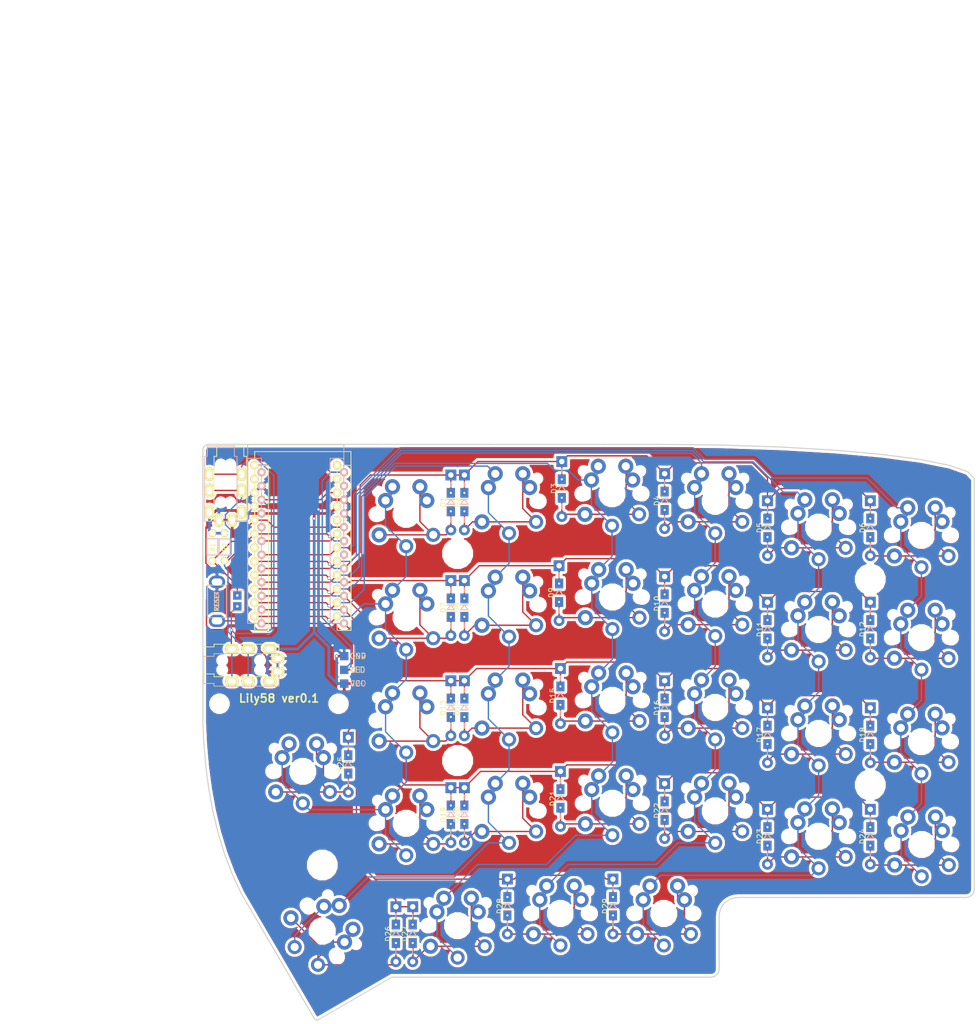
<source format=kicad_pcb>
(kicad_pcb (version 20171130) (host pcbnew "(5.0.0-3-g5ebb6b6)")
  (layers (0 F.Cu signal) (31 B.Cu signal) (34 B.Paste user) (35 F.Paste user) (36 B.SilkS user) (37 F.SilkS user) (38 B.Mask user) (39 F.Mask user) (44 Edge.Cuts user))
  (net 0 "")
  (net 1 "Net-(D1-Pad2)")
  (net 2 row4)
  (net 3 "Net-(D2-Pad2)")
  (net 4 "Net-(D3-Pad2)")
  (net 5 row0)
  (net 6 "Net-(D4-Pad2)")
  (net 7 row1)
  (net 8 "Net-(D5-Pad2)")
  (net 9 row2)
  (net 10 "Net-(D6-Pad2)")
  (net 11 row3)
  (net 12 "Net-(D7-Pad2)")
  (net 13 "Net-(D8-Pad2)")
  (net 14 "Net-(D9-Pad2)")
  (net 15 "Net-(D10-Pad2)")
  (net 16 "Net-(D11-Pad2)")
  (net 17 "Net-(D12-Pad2)")
  (net 18 "Net-(D13-Pad2)")
  (net 19 "Net-(D14-Pad2)")
  (net 20 "Net-(D15-Pad2)")
  (net 21 "Net-(D16-Pad2)")
  (net 22 "Net-(D17-Pad2)")
  (net 23 "Net-(D18-Pad2)")
  (net 24 "Net-(D19-Pad2)")
  (net 25 "Net-(D20-Pad2)")
  (net 26 "Net-(D21-Pad2)")
  (net 27 "Net-(D22-Pad2)")
  (net 28 "Net-(D23-Pad2)")
  (net 29 "Net-(D24-Pad2)")
  (net 30 "Net-(D25-Pad2)")
  (net 31 "Net-(D26-Pad2)")
  (net 32 "Net-(D27-Pad2)")
  (net 33 "Net-(D28-Pad2)")
  (net 34 /xtradata)
  (net 35 VCC)
  (net 36 GND)
  (net 37 col0)
  (net 38 col1)
  (net 39 col2)
  (net 40 col3)
  (net 41 col4)
  (net 42 col5)
  (net 43 SDA)
  (net 44 LED)
  (net 45 SCL)
  (net 46 RESET)
  (net 47 "Net-(D29-Pad2)")
  (module Lily58-footprint:TRRS_JACK_MJ4PP9 (layer F.Cu) (at 85 77 90)
    (fp_text reference J2 hide)
    (fp_text value 5PIN hide)
    (pad 4 thru_hole oval (at -2.1 11.8 90) (size 1.7 2.5) (drill oval 1 1.5) (layers *.Cu *.Mask F.SilkS) (net 36 GND) (clearance 0.15))
    (pad 1 thru_hole oval (at 2.1 10.3 90) (size 1.7 2.5) (drill oval 1 1.5) (layers *.Cu *.Mask F.SilkS) (net 35 VCC) (clearance 0.15))
    (pad 3 thru_hole oval (at 2.1 6.3 90) (size 1.7 2.5) (drill oval 1 1.5) (layers *.Cu *.Mask F.SilkS) (net 45 SCL))
    (pad 2 thru_hole oval (at 2.1 3.3 90) (size 1.7 2.5) (drill oval 1 1.5) (layers *.Cu *.Mask F.SilkS) (net 34 /xtradata))
    (pad "" np_thru_hole circle (at 0 8.5 90) (size 1.2 1.2) (drill 1.2) (layers *.Cu *.Mask F.SilkS))
    (pad "" np_thru_hole circle (at 0 1.5 90) (size 1.2 1.2) (drill 1.2) (layers *.Cu *.Mask F.SilkS))
    (pad 3 thru_hole oval (at -3.85 6.3 90) (size 1.7 2.5) (drill oval 1 1.5) (layers *.Cu *.Mask F.SilkS) (net 45 SCL))
    (pad 2 thru_hole oval (at -3.85 3.3 90) (size 1.7 2.5) (drill oval 1 1.5) (layers *.Cu *.Mask F.SilkS) (net 34 /xtradata))
    (pad 4 thru_hole oval (at 0.35 11.8 90) (size 1.7 2.5) (drill oval 1 1.5) (layers *.Cu *.Mask F.SilkS) (net 36 GND) (clearance 0.15))
    (pad 1 thru_hole oval (at -3.85 10.3 90) (size 1.7 2.5) (drill oval 1 1.5) (layers *.Cu *.Mask F.SilkS) (net 35 VCC) (clearance 0.15))
    (pad "" np_thru_hole circle (at -1.75 1.5 90) (size 1.2 1.2) (drill 1.2) (layers *.Cu *.Mask F.SilkS))
    (pad "" np_thru_hole circle (at -1.75 8.5 90) (size 1.2 1.2) (drill 1.2) (layers *.Cu *.Mask F.SilkS))
  )
  (module Lily58-footprint:MX_PG1350-Under_FLIP_HOLES_18mm (layer F.Cu) (at 215.7 92)
    (fp_text reference SW18 hide)
    (fp_text value SW_PUSH hide)
    (pad "" np_thru_hole circle (at 5.5 0) (size 1.9 1.9) (drill 1.9) (layers *.Cu *.Mask) (clearance 0.1524))
    (pad "" np_thru_hole circle (at -5.5 0) (size 1.9 1.9) (drill 1.9) (layers *.Cu *.Mask) (clearance 0.1524))
    (pad "" np_thru_hole circle (at -5.22 -4.2) (size 1.2 1.2) (drill 1.2) (layers *.Cu *.Mask))
    (pad 1 thru_hole circle (at -3.81 -2.54) (size 2.8 2.8) (drill 1.5) (layers *.Cu *.Mask) (net 37 col0))
    (pad "" np_thru_hole circle (at 0 0) (size 4 4) (drill 4) (layers *.Cu *.Mask) (clearance 0.1524))
    (pad "" np_thru_hole circle (at -5.08 0) (size 1.7 1.7) (drill 1.7) (layers *.Cu *.Mask) (clearance 0.1524))
    (pad "" np_thru_hole circle (at 5.08 0) (size 1.7 1.7) (drill 1.7) (layers *.Cu *.Mask) (clearance 0.1524))
    (pad 2 thru_hole circle (at 3.81 -2.54) (size 2.8 2.8) (drill 1.5) (layers *.Cu *.Mask) (net 23 "Net-(D18-Pad2)"))
    (pad 1 thru_hole circle (at -2.54 -5.08) (size 2.8 2.8) (drill 1.5) (layers *.Cu *.Mask) (net 37 col0))
    (pad 2 thru_hole circle (at 2.54 -5.08) (size 2.8 2.8) (drill 1.5) (layers *.Cu *.Mask) (net 23 "Net-(D18-Pad2)"))
    (pad 2 thru_hole circle (at -5 3.8) (size 2.8 2.8) (drill 1.5) (layers *.Cu *.Mask) (net 23 "Net-(D18-Pad2)"))
    (pad 1 thru_hole circle (at 0 5.9) (size 2.6 2.6) (drill 1.5) (layers *.Cu *.Mask) (net 37 col0))
    (pad 2 thru_hole circle (at 5 3.8) (size 2.6 2.6) (drill 1.5) (layers *.Cu *.Mask) (net 23 "Net-(D18-Pad2)"))
    (pad "" np_thru_hole circle (at 5.22 -4.2) (size 1.2 1.2) (drill 1.2) (layers *.Cu *.Mask))
  )
  (module Lily58-footprint:TRRS_JACK_MJ4PP9 (layer F.Cu) (at 88 39.3)
    (fp_text reference J2 hide)
    (fp_text value 5PIN hide)
    (pad "" np_thru_hole circle (at -1.75 8.5) (size 1.2 1.2) (drill 1.2) (layers *.Cu *.Mask F.SilkS))
    (pad "" np_thru_hole circle (at -1.75 1.5) (size 1.2 1.2) (drill 1.2) (layers *.Cu *.Mask F.SilkS))
    (pad 1 thru_hole oval (at -3.85 10.3) (size 1.7 2.5) (drill oval 1 1.5) (layers *.Cu *.Mask F.SilkS) (net 35 VCC) (clearance 0.15))
    (pad 4 thru_hole oval (at 0.35 11.8) (size 1.7 2.5) (drill oval 1 1.5) (layers *.Cu *.Mask F.SilkS) (net 36 GND) (clearance 0.15))
    (pad 2 thru_hole oval (at -3.85 3.3) (size 1.7 2.5) (drill oval 1 1.5) (layers *.Cu *.Mask F.SilkS) (net 34 /xtradata))
    (pad 3 thru_hole oval (at -3.85 6.3) (size 1.7 2.5) (drill oval 1 1.5) (layers *.Cu *.Mask F.SilkS) (net 45 SCL))
    (pad "" np_thru_hole circle (at 0 1.5) (size 1.2 1.2) (drill 1.2) (layers *.Cu *.Mask F.SilkS))
    (pad "" np_thru_hole circle (at 0 8.5) (size 1.2 1.2) (drill 1.2) (layers *.Cu *.Mask F.SilkS))
    (pad 2 thru_hole oval (at 2.1 3.3) (size 1.7 2.5) (drill oval 1 1.5) (layers *.Cu *.Mask F.SilkS) (net 34 /xtradata))
    (pad 3 thru_hole oval (at 2.1 6.3) (size 1.7 2.5) (drill oval 1 1.5) (layers *.Cu *.Mask F.SilkS) (net 45 SCL))
    (pad 1 thru_hole oval (at 2.1 10.3) (size 1.7 2.5) (drill oval 1 1.5) (layers *.Cu *.Mask F.SilkS) (net 35 VCC) (clearance 0.15))
    (pad 4 thru_hole oval (at -2.1 11.8) (size 1.7 2.5) (drill oval 1 1.5) (layers *.Cu *.Mask F.SilkS) (net 36 GND) (clearance 0.15))
  )
  (module Lily58-footprint:MX_PG1350-Under_FLIP_HOLES_18mm (layer F.Cu) (at 215.75 111)
    (fp_text reference SW24 hide)
    (fp_text value SW_PUSH hide)
    (pad "" np_thru_hole circle (at 5.5 0) (size 1.9 1.9) (drill 1.9) (layers *.Cu *.Mask) (clearance 0.1524))
    (pad "" np_thru_hole circle (at -5.5 0) (size 1.9 1.9) (drill 1.9) (layers *.Cu *.Mask) (clearance 0.1524))
    (pad "" np_thru_hole circle (at -5.22 -4.2) (size 1.2 1.2) (drill 1.2) (layers *.Cu *.Mask))
    (pad 1 thru_hole circle (at -3.81 -2.54) (size 2.8 2.8) (drill 1.5) (layers *.Cu *.Mask) (net 37 col0))
    (pad "" np_thru_hole circle (at 0 0) (size 4 4) (drill 4) (layers *.Cu *.Mask) (clearance 0.1524))
    (pad "" np_thru_hole circle (at -5.08 0) (size 1.7 1.7) (drill 1.7) (layers *.Cu *.Mask) (clearance 0.1524))
    (pad "" np_thru_hole circle (at 5.08 0) (size 1.7 1.7) (drill 1.7) (layers *.Cu *.Mask) (clearance 0.1524))
    (pad 2 thru_hole circle (at 3.81 -2.54) (size 2.8 2.8) (drill 1.5) (layers *.Cu *.Mask) (net 29 "Net-(D24-Pad2)"))
    (pad 1 thru_hole circle (at -2.54 -5.08) (size 2.8 2.8) (drill 1.5) (layers *.Cu *.Mask) (net 37 col0))
    (pad 2 thru_hole circle (at 2.54 -5.08) (size 2.8 2.8) (drill 1.5) (layers *.Cu *.Mask) (net 29 "Net-(D24-Pad2)"))
    (pad 2 thru_hole circle (at -5 3.8) (size 2.8 2.8) (drill 1.5) (layers *.Cu *.Mask) (net 29 "Net-(D24-Pad2)"))
    (pad 1 thru_hole circle (at 0 5.9) (size 2.6 2.6) (drill 1.5) (layers *.Cu *.Mask) (net 37 col0))
    (pad 2 thru_hole circle (at 5 3.8) (size 2.6 2.6) (drill 1.5) (layers *.Cu *.Mask) (net 29 "Net-(D24-Pad2)"))
    (pad "" np_thru_hole circle (at 5.22 -4.2) (size 1.2 1.2) (drill 1.2) (layers *.Cu *.Mask))
  )
  (module Lily58-footprint:ProMicro_rev (layer F.Cu) (at 100.1 54.9)
    (fp_text reference U1 hide)
    (fp_text value ProMicro hide)
    (pad 1 thru_hole circle (at -7.62 -13.97) (size 1.524 1.524) (drill 0.8128) (layers *.Cu *.Mask F.SilkS) (net 44 LED))
    (pad 2 thru_hole circle (at -7.62 -11.43) (size 1.524 1.524) (drill 0.8128) (layers *.Cu *.Mask F.SilkS))
    (pad 3 thru_hole circle (at -7.62 -8.89) (size 1.524 1.524) (drill 0.8128) (layers *.Cu *.Mask F.SilkS) (net 36 GND))
    (pad 4 thru_hole circle (at -7.62 -6.35) (size 1.524 1.524) (drill 0.8128) (layers *.Cu *.Mask F.SilkS) (net 36 GND))
    (pad 5 thru_hole circle (at -7.62 -3.81) (size 1.524 1.524) (drill 0.8128) (layers *.Cu *.Mask F.SilkS) (net 43 SDA))
    (pad 6 thru_hole circle (at -7.62 -1.27) (size 1.524 1.524) (drill 0.8128) (layers *.Cu *.Mask F.SilkS) (net 45 SCL))
    (pad 7 thru_hole circle (at -7.62 1.27) (size 1.524 1.524) (drill 0.8128) (layers *.Cu *.Mask F.SilkS))
    (pad 8 thru_hole circle (at -7.62 3.81) (size 1.524 1.524) (drill 0.8128) (layers *.Cu *.Mask F.SilkS) (net 5 row0))
    (pad 9 thru_hole circle (at -7.62 6.35) (size 1.524 1.524) (drill 0.8128) (layers *.Cu *.Mask F.SilkS) (net 7 row1))
    (pad 10 thru_hole circle (at -7.62 8.89) (size 1.524 1.524) (drill 0.8128) (layers *.Cu *.Mask F.SilkS) (net 9 row2))
    (pad 11 thru_hole circle (at -7.62 11.43) (size 1.524 1.524) (drill 0.8128) (layers *.Cu *.Mask F.SilkS) (net 11 row3))
    (pad 12 thru_hole circle (at -7.62 13.97) (size 1.524 1.524) (drill 0.8128) (layers *.Cu *.Mask F.SilkS) (net 2 row4))
    (pad 13 thru_hole circle (at 7.62 13.97) (size 1.524 1.524) (drill 0.8128) (layers *.Cu *.Mask F.SilkS) (net 42 col5))
    (pad 14 thru_hole circle (at 7.62 11.43) (size 1.524 1.524) (drill 0.8128) (layers *.Cu *.Mask F.SilkS) (net 41 col4))
    (pad 15 thru_hole circle (at 7.62 8.89) (size 1.524 1.524) (drill 0.8128) (layers *.Cu *.Mask F.SilkS) (net 40 col3))
    (pad 16 thru_hole circle (at 7.62 6.35) (size 1.524 1.524) (drill 0.8128) (layers *.Cu *.Mask F.SilkS) (net 39 col2))
    (pad 17 thru_hole circle (at 7.62 3.81) (size 1.524 1.524) (drill 0.8128) (layers *.Cu *.Mask F.SilkS) (net 38 col1))
    (pad 18 thru_hole circle (at 7.62 1.27) (size 1.524 1.524) (drill 0.8128) (layers *.Cu *.Mask F.SilkS) (net 37 col0))
    (pad 19 thru_hole circle (at 7.62 -1.27) (size 1.524 1.524) (drill 0.8128) (layers *.Cu *.Mask F.SilkS))
    (pad 20 thru_hole circle (at 7.62 -3.81) (size 1.524 1.524) (drill 0.8128) (layers *.Cu *.Mask F.SilkS))
    (pad 21 thru_hole circle (at 7.62 -6.35) (size 1.524 1.524) (drill 0.8128) (layers *.Cu *.Mask F.SilkS) (net 35 VCC))
    (pad 22 thru_hole circle (at 7.62 -8.89) (size 1.524 1.524) (drill 0.8128) (layers *.Cu *.Mask F.SilkS) (net 46 RESET))
    (pad 23 thru_hole circle (at 7.62 -11.43) (size 1.524 1.524) (drill 0.8128) (layers *.Cu *.Mask F.SilkS) (net 36 GND))
    (pad 24 thru_hole circle (at 7.62 -13.97) (size 1.524 1.524) (drill 0.8128) (layers *.Cu *.Mask F.SilkS))
  )
  (module Lily58-footprint:RESISTOR_mini (layer F.Cu) (at 84.688035 56.039272 270)
    (fp_text reference R1 (at 0.05 -0.08 270) (layer F.SilkS) (effects (font (size 0.8128 0.8128))))
    (fp_text value R hide)
    (pad 1 thru_hole circle (at -2.54 0 270) (size 1.397 1.397) (drill 0.8128) (layers *.Cu *.Mask F.SilkS) (net 35 VCC))
    (pad 2 thru_hole circle (at 2.54 0 270) (size 1.397 1.397) (drill 0.8128) (layers *.Cu *.Mask F.SilkS) (net 43 SDA))
  )
  (module Lily58-footprint:MX_PG1350-Under_FLIP_HOLES_18mm (layer F.Cu) (at 101.4 97.5)
    (fp_text reference SW25 hide)
    (fp_text value SW_PUSH hide)
    (pad "" np_thru_hole circle (at 5.5 0) (size 1.9 1.9) (drill 1.9) (layers *.Cu *.Mask) (clearance 0.1524))
    (pad "" np_thru_hole circle (at -5.5 0) (size 1.9 1.9) (drill 1.9) (layers *.Cu *.Mask) (clearance 0.1524))
    (pad "" np_thru_hole circle (at -5.22 -4.2) (size 1.2 1.2) (drill 1.2) (layers *.Cu *.Mask))
    (pad 1 thru_hole circle (at -3.81 -2.54) (size 2.8 2.8) (drill 1.5) (layers *.Cu *.Mask) (net 42 col5))
    (pad "" np_thru_hole circle (at 0 0) (size 4 4) (drill 4) (layers *.Cu *.Mask) (clearance 0.1524))
    (pad "" np_thru_hole circle (at -5.08 0) (size 1.7 1.7) (drill 1.7) (layers *.Cu *.Mask) (clearance 0.1524))
    (pad "" np_thru_hole circle (at 5.08 0) (size 1.7 1.7) (drill 1.7) (layers *.Cu *.Mask) (clearance 0.1524))
    (pad 2 thru_hole circle (at 3.81 -2.54) (size 2.8 2.8) (drill 1.5) (layers *.Cu *.Mask) (net 30 "Net-(D25-Pad2)"))
    (pad 1 thru_hole circle (at -2.54 -5.08) (size 2.8 2.8) (drill 1.5) (layers *.Cu *.Mask) (net 42 col5))
    (pad 2 thru_hole circle (at 2.54 -5.08) (size 2.8 2.8) (drill 1.5) (layers *.Cu *.Mask) (net 30 "Net-(D25-Pad2)"))
    (pad 2 thru_hole circle (at -5 3.8) (size 2.8 2.8) (drill 1.5) (layers *.Cu *.Mask) (net 30 "Net-(D25-Pad2)"))
    (pad 1 thru_hole circle (at 0 5.9) (size 2.6 2.6) (drill 1.5) (layers *.Cu *.Mask) (net 42 col5))
    (pad 2 thru_hole circle (at 5 3.8) (size 2.6 2.6) (drill 1.5) (layers *.Cu *.Mask) (net 30 "Net-(D25-Pad2)"))
    (pad "" np_thru_hole circle (at 5.22 -4.2) (size 1.2 1.2) (drill 1.2) (layers *.Cu *.Mask))
  )
  (module Lily58-footprint:MX_PG1350-Under_FLIP_HOLES_18mm (layer F.Cu) (at 149 123.75)
    (fp_text reference SW28 hide)
    (fp_text value SW_PUSH hide)
    (pad "" np_thru_hole circle (at 5.5 0) (size 1.9 1.9) (drill 1.9) (layers *.Cu *.Mask) (clearance 0.1524))
    (pad "" np_thru_hole circle (at -5.5 0) (size 1.9 1.9) (drill 1.9) (layers *.Cu *.Mask) (clearance 0.1524))
    (pad "" np_thru_hole circle (at -5.22 -4.2) (size 1.2 1.2) (drill 1.2) (layers *.Cu *.Mask))
    (pad 1 thru_hole circle (at -3.81 -2.54) (size 2.8 2.8) (drill 1.5) (layers *.Cu *.Mask) (net 39 col2))
    (pad "" np_thru_hole circle (at 0 0) (size 4 4) (drill 4) (layers *.Cu *.Mask) (clearance 0.1524))
    (pad "" np_thru_hole circle (at -5.08 0) (size 1.7 1.7) (drill 1.7) (layers *.Cu *.Mask) (clearance 0.1524))
    (pad "" np_thru_hole circle (at 5.08 0) (size 1.7 1.7) (drill 1.7) (layers *.Cu *.Mask) (clearance 0.1524))
    (pad 2 thru_hole circle (at 3.81 -2.54) (size 2.8 2.8) (drill 1.5) (layers *.Cu *.Mask) (net 33 "Net-(D28-Pad2)"))
    (pad 1 thru_hole circle (at -2.54 -5.08) (size 2.8 2.8) (drill 1.5) (layers *.Cu *.Mask) (net 39 col2))
    (pad 2 thru_hole circle (at 2.54 -5.08) (size 2.8 2.8) (drill 1.5) (layers *.Cu *.Mask) (net 33 "Net-(D28-Pad2)"))
    (pad 2 thru_hole circle (at -5 3.8) (size 2.8 2.8) (drill 1.5) (layers *.Cu *.Mask) (net 33 "Net-(D28-Pad2)"))
    (pad 1 thru_hole circle (at 0 5.9) (size 2.6 2.6) (drill 1.5) (layers *.Cu *.Mask) (net 39 col2))
    (pad 2 thru_hole circle (at 5 3.8) (size 2.6 2.6) (drill 1.5) (layers *.Cu *.Mask) (net 33 "Net-(D28-Pad2)"))
    (pad "" np_thru_hole circle (at 5.22 -4.2) (size 1.2 1.2) (drill 1.2) (layers *.Cu *.Mask))
  )
  (module Lily58-footprint:MX_PG1350-Under_FLIP_HOLES_18mm (layer F.Cu) (at 120.5 50)
    (fp_text reference SW1 hide)
    (fp_text value SW_PUSH hide)
    (pad "" np_thru_hole circle (at 5.5 0) (size 1.9 1.9) (drill 1.9) (layers *.Cu *.Mask) (clearance 0.1524))
    (pad "" np_thru_hole circle (at -5.5 0) (size 1.9 1.9) (drill 1.9) (layers *.Cu *.Mask) (clearance 0.1524))
    (pad "" np_thru_hole circle (at -5.22 -4.2) (size 1.2 1.2) (drill 1.2) (layers *.Cu *.Mask))
    (pad 1 thru_hole circle (at -3.81 -2.54) (size 2.8 2.8) (drill 1.5) (layers *.Cu *.Mask) (net 42 col5))
    (pad "" np_thru_hole circle (at 0 0) (size 4 4) (drill 4) (layers *.Cu *.Mask) (clearance 0.1524))
    (pad "" np_thru_hole circle (at -5.08 0) (size 1.7 1.7) (drill 1.7) (layers *.Cu *.Mask) (clearance 0.1524))
    (pad "" np_thru_hole circle (at 5.08 0) (size 1.7 1.7) (drill 1.7) (layers *.Cu *.Mask) (clearance 0.1524))
    (pad 2 thru_hole circle (at 3.81 -2.54) (size 2.8 2.8) (drill 1.5) (layers *.Cu *.Mask) (net 1 "Net-(D1-Pad2)"))
    (pad 1 thru_hole circle (at -2.54 -5.08) (size 2.8 2.8) (drill 1.5) (layers *.Cu *.Mask) (net 42 col5))
    (pad 2 thru_hole circle (at 2.54 -5.08) (size 2.8 2.8) (drill 1.5) (layers *.Cu *.Mask) (net 1 "Net-(D1-Pad2)"))
    (pad 2 thru_hole circle (at -5 3.8) (size 2.8 2.8) (drill 1.5) (layers *.Cu *.Mask) (net 1 "Net-(D1-Pad2)"))
    (pad 1 thru_hole circle (at 0 5.9) (size 2.6 2.6) (drill 1.5) (layers *.Cu *.Mask) (net 42 col5))
    (pad 2 thru_hole circle (at 5 3.8) (size 2.6 2.6) (drill 1.5) (layers *.Cu *.Mask) (net 1 "Net-(D1-Pad2)"))
    (pad "" np_thru_hole circle (at 5.22 -4.2) (size 1.2 1.2) (drill 1.2) (layers *.Cu *.Mask))
  )
  (module Lily58-footprint:MX_PG1350-Under_FLIP_HOLES_27mm (layer F.Cu) (at 105 127 300)
    (fp_text reference SW26 hide)
    (fp_text value SW_PUSH hide)
    (pad "" np_thru_hole circle (at 5.22 -4.2 300) (size 1.2 1.2) (drill 1.2) (layers *.Cu *.Mask))
    (pad 2 thru_hole circle (at 5 3.8 300) (size 2.6 2.6) (drill 1.5) (layers *.Cu *.Mask) (net 31 "Net-(D26-Pad2)"))
    (pad 1 thru_hole circle (at 0 5.9 300) (size 2.6 2.6) (drill 1.5) (layers *.Cu *.Mask) (net 41 col4))
    (pad 2 thru_hole circle (at -5 3.8 300) (size 2.8 2.8) (drill 1.5) (layers *.Cu *.Mask) (net 31 "Net-(D26-Pad2)"))
    (pad 2 thru_hole circle (at 2.54 -5.08 300) (size 2.8 2.8) (drill 1.5) (layers *.Cu *.Mask) (net 31 "Net-(D26-Pad2)"))
    (pad 1 thru_hole circle (at -2.54 -5.08 300) (size 2.8 2.8) (drill 1.5) (layers *.Cu *.Mask) (net 41 col4))
    (pad 2 thru_hole circle (at 3.81 -2.54 300) (size 2.8 2.8) (drill 1.5) (layers *.Cu *.Mask) (net 31 "Net-(D26-Pad2)"))
    (pad "" np_thru_hole circle (at 5.08 0 300) (size 1.7 1.7) (drill 1.7) (layers *.Cu *.Mask) (clearance 0.1524))
    (pad "" np_thru_hole circle (at -5.08 0 300) (size 1.7 1.7) (drill 1.7) (layers *.Cu *.Mask) (clearance 0.1524))
    (pad "" np_thru_hole circle (at 0 0 300) (size 4 4) (drill 4) (layers *.Cu *.Mask) (clearance 0.1524))
    (pad 1 thru_hole circle (at -3.81 -2.540001 300) (size 2.8 2.8) (drill 1.5) (layers *.Cu *.Mask) (net 41 col4))
    (pad "" np_thru_hole circle (at -5.22 -4.2 300) (size 1.2 1.2) (drill 1.2) (layers *.Cu *.Mask))
    (pad "" np_thru_hole circle (at -5.5 0 300) (size 1.9 1.9) (drill 1.9) (layers *.Cu *.Mask) (clearance 0.1524))
    (pad "" np_thru_hole circle (at 5.5 0 300) (size 1.9 1.9) (drill 1.9) (layers *.Cu *.Mask) (clearance 0.1524))
  )
  (module Lily58-footprint:Diode_TH_SOD123 (layer F.Cu) (at 128.75 47.75 270)
    (fp_text reference D1 (at 0 1.4 270) (layer F.SilkS))
    (fp_text value D hide)
    (pad 1 thru_hole rect (at -5 -0.00254 90) (size 1.99898 1.99898) (drill 1) (layers *.Cu *.Mask) (net 5 row0))
    (pad 2 thru_hole circle (at 5.16 -0.00254 90) (size 1.99898 1.99898) (drill 1) (layers *.Cu *.Mask) (net 1 "Net-(D1-Pad2)"))
    (pad 1 thru_hole rect (at -1.7 0 270) (size 1.8 1.5) (drill 0.4) (layers *.Cu *.Mask) (net 5 row0))
    (pad 2 thru_hole rect (at 1.7 0 270) (size 1.8 1.5) (drill 0.4) (layers *.Cu *.Mask) (net 1 "Net-(D1-Pad2)"))
  )
  (module Lily58-footprint:Diode_TH_SOD123 (layer F.Cu) (at 131.25 47.75 270)
    (fp_text reference D2 (at 0 1.4 270) (layer F.SilkS))
    (fp_text value D hide)
    (pad 2 thru_hole rect (at 1.7 0 270) (size 1.8 1.5) (drill 0.4) (layers *.Cu *.Mask) (net 3 "Net-(D2-Pad2)"))
    (pad 1 thru_hole rect (at -1.7 0 270) (size 1.8 1.5) (drill 0.4) (layers *.Cu *.Mask) (net 5 row0))
    (pad 2 thru_hole circle (at 5.16 -0.00254 90) (size 1.99898 1.99898) (drill 1) (layers *.Cu *.Mask) (net 3 "Net-(D2-Pad2)"))
    (pad 1 thru_hole rect (at -5 -0.00254 90) (size 1.99898 1.99898) (drill 1) (layers *.Cu *.Mask) (net 5 row0))
  )
  (module Lily58-footprint:Diode_TH_SOD123 (layer F.Cu) (at 149.25 45.25 270)
    (fp_text reference D3 (at 0 1.4 270) (layer F.SilkS))
    (fp_text value D hide)
    (pad 1 thru_hole rect (at -5 -0.00254 90) (size 1.99898 1.99898) (drill 1) (layers *.Cu *.Mask) (net 5 row0))
    (pad 2 thru_hole circle (at 5.16 -0.00254 90) (size 1.99898 1.99898) (drill 1) (layers *.Cu *.Mask) (net 4 "Net-(D3-Pad2)"))
    (pad 1 thru_hole rect (at -1.7 0 270) (size 1.8 1.5) (drill 0.4) (layers *.Cu *.Mask) (net 5 row0))
    (pad 2 thru_hole rect (at 1.7 0 270) (size 1.8 1.5) (drill 0.4) (layers *.Cu *.Mask) (net 4 "Net-(D3-Pad2)"))
  )
  (module Lily58-footprint:Diode_TH_SOD123 (layer F.Cu) (at 168.25 47.5 270)
    (fp_text reference D4 (at 0 1.4 270) (layer F.SilkS))
    (fp_text value D hide)
    (pad 2 thru_hole rect (at 1.7 0 270) (size 1.8 1.5) (drill 0.4) (layers *.Cu *.Mask) (net 6 "Net-(D4-Pad2)"))
    (pad 1 thru_hole rect (at -1.7 0 270) (size 1.8 1.5) (drill 0.4) (layers *.Cu *.Mask) (net 5 row0))
    (pad 2 thru_hole circle (at 5.16 -0.00254 90) (size 1.99898 1.99898) (drill 1) (layers *.Cu *.Mask) (net 6 "Net-(D4-Pad2)"))
    (pad 1 thru_hole rect (at -5 -0.00254 90) (size 1.99898 1.99898) (drill 1) (layers *.Cu *.Mask) (net 5 row0))
  )
  (module Lily58-footprint:Diode_TH_SOD123 (layer F.Cu) (at 187.25 52.5 270)
    (fp_text reference D5 (at 0 1.4 270) (layer F.SilkS))
    (fp_text value D hide)
    (pad 1 thru_hole rect (at -5 -0.00254 90) (size 1.99898 1.99898) (drill 1) (layers *.Cu *.Mask) (net 5 row0))
    (pad 2 thru_hole circle (at 5.16 -0.00254 90) (size 1.99898 1.99898) (drill 1) (layers *.Cu *.Mask) (net 8 "Net-(D5-Pad2)"))
    (pad 1 thru_hole rect (at -1.7 0 270) (size 1.8 1.5) (drill 0.4) (layers *.Cu *.Mask) (net 5 row0))
    (pad 2 thru_hole rect (at 1.7 0 270) (size 1.8 1.5) (drill 0.4) (layers *.Cu *.Mask) (net 8 "Net-(D5-Pad2)"))
  )
  (module Lily58-footprint:Diode_TH_SOD123 (layer F.Cu) (at 206.25 52.5 270)
    (fp_text reference D6 (at 0 1.4 270) (layer F.SilkS))
    (fp_text value D hide)
    (pad 2 thru_hole rect (at 1.7 0 270) (size 1.8 1.5) (drill 0.4) (layers *.Cu *.Mask) (net 10 "Net-(D6-Pad2)"))
    (pad 1 thru_hole rect (at -1.7 0 270) (size 1.8 1.5) (drill 0.4) (layers *.Cu *.Mask) (net 5 row0))
    (pad 2 thru_hole circle (at 5.16 -0.00254 90) (size 1.99898 1.99898) (drill 1) (layers *.Cu *.Mask) (net 10 "Net-(D6-Pad2)"))
    (pad 1 thru_hole rect (at -5 -0.00254 90) (size 1.99898 1.99898) (drill 1) (layers *.Cu *.Mask) (net 5 row0))
  )
  (module Lily58-footprint:Diode_TH_SOD123 (layer F.Cu) (at 128.75 67.25 270)
    (fp_text reference D7 (at 0 1.4 270) (layer F.SilkS))
    (fp_text value D hide)
    (pad 2 thru_hole rect (at 1.7 0 270) (size 1.8 1.5) (drill 0.4) (layers *.Cu *.Mask) (net 12 "Net-(D7-Pad2)"))
    (pad 1 thru_hole rect (at -1.7 0 270) (size 1.8 1.5) (drill 0.4) (layers *.Cu *.Mask) (net 7 row1))
    (pad 2 thru_hole circle (at 5.16 -0.00254 90) (size 1.99898 1.99898) (drill 1) (layers *.Cu *.Mask) (net 12 "Net-(D7-Pad2)"))
    (pad 1 thru_hole rect (at -5 -0.00254 90) (size 1.99898 1.99898) (drill 1) (layers *.Cu *.Mask) (net 7 row1))
  )
  (module Lily58-footprint:Diode_TH_SOD123 (layer F.Cu) (at 131.25 67.25 270)
    (fp_text reference D8 (at 0 1.4 270) (layer F.SilkS))
    (fp_text value D hide)
    (pad 1 thru_hole rect (at -5 -0.00254 90) (size 1.99898 1.99898) (drill 1) (layers *.Cu *.Mask) (net 7 row1))
    (pad 2 thru_hole circle (at 5.16 -0.00254 90) (size 1.99898 1.99898) (drill 1) (layers *.Cu *.Mask) (net 13 "Net-(D8-Pad2)"))
    (pad 1 thru_hole rect (at -1.7 0 270) (size 1.8 1.5) (drill 0.4) (layers *.Cu *.Mask) (net 7 row1))
    (pad 2 thru_hole rect (at 1.7 0 270) (size 1.8 1.5) (drill 0.4) (layers *.Cu *.Mask) (net 13 "Net-(D8-Pad2)"))
  )
  (module Lily58-footprint:Diode_TH_SOD123 (layer F.Cu) (at 148.75 64.5 270)
    (fp_text reference D9 (at 0 1.4 270) (layer F.SilkS))
    (fp_text value D hide)
    (pad 2 thru_hole rect (at 1.7 0 270) (size 1.8 1.5) (drill 0.4) (layers *.Cu *.Mask) (net 14 "Net-(D9-Pad2)"))
    (pad 1 thru_hole rect (at -1.7 0 270) (size 1.8 1.5) (drill 0.4) (layers *.Cu *.Mask) (net 7 row1))
    (pad 2 thru_hole circle (at 5.16 -0.00254 90) (size 1.99898 1.99898) (drill 1) (layers *.Cu *.Mask) (net 14 "Net-(D9-Pad2)"))
    (pad 1 thru_hole rect (at -5 -0.00254 90) (size 1.99898 1.99898) (drill 1) (layers *.Cu *.Mask) (net 7 row1))
  )
  (module Lily58-footprint:Diode_TH_SOD123 (layer F.Cu) (at 168.25 66.5 270)
    (fp_text reference D10 (at 0 1.4 270) (layer F.SilkS))
    (fp_text value D hide)
    (pad 1 thru_hole rect (at -5 -0.00254 90) (size 1.99898 1.99898) (drill 1) (layers *.Cu *.Mask) (net 7 row1))
    (pad 2 thru_hole circle (at 5.16 -0.00254 90) (size 1.99898 1.99898) (drill 1) (layers *.Cu *.Mask) (net 15 "Net-(D10-Pad2)"))
    (pad 1 thru_hole rect (at -1.7 0 270) (size 1.8 1.5) (drill 0.4) (layers *.Cu *.Mask) (net 7 row1))
    (pad 2 thru_hole rect (at 1.7 0 270) (size 1.8 1.5) (drill 0.4) (layers *.Cu *.Mask) (net 15 "Net-(D10-Pad2)"))
  )
  (module Lily58-footprint:Diode_TH_SOD123 (layer F.Cu) (at 187.25 71.25 270)
    (fp_text reference D11 (at 0 1.4 270) (layer F.SilkS))
    (fp_text value D hide)
    (pad 2 thru_hole rect (at 1.7 0 270) (size 1.8 1.5) (drill 0.4) (layers *.Cu *.Mask) (net 16 "Net-(D11-Pad2)"))
    (pad 1 thru_hole rect (at -1.7 0 270) (size 1.8 1.5) (drill 0.4) (layers *.Cu *.Mask) (net 7 row1))
    (pad 2 thru_hole circle (at 5.16 -0.00254 90) (size 1.99898 1.99898) (drill 1) (layers *.Cu *.Mask) (net 16 "Net-(D11-Pad2)"))
    (pad 1 thru_hole rect (at -5 -0.00254 90) (size 1.99898 1.99898) (drill 1) (layers *.Cu *.Mask) (net 7 row1))
  )
  (module Lily58-footprint:Diode_TH_SOD123 (layer F.Cu) (at 206.25 71.25 270)
    (fp_text reference D12 (at 0 1.4 270) (layer F.SilkS))
    (fp_text value D hide)
    (pad 2 thru_hole rect (at 1.7 0 270) (size 1.8 1.5) (drill 0.4) (layers *.Cu *.Mask) (net 17 "Net-(D12-Pad2)"))
    (pad 1 thru_hole rect (at -1.7 0 270) (size 1.8 1.5) (drill 0.4) (layers *.Cu *.Mask) (net 7 row1))
    (pad 2 thru_hole circle (at 5.16 -0.00254 90) (size 1.99898 1.99898) (drill 1) (layers *.Cu *.Mask) (net 17 "Net-(D12-Pad2)"))
    (pad 1 thru_hole rect (at -5 -0.00254 90) (size 1.99898 1.99898) (drill 1) (layers *.Cu *.Mask) (net 7 row1))
  )
  (module Lily58-footprint:Diode_TH_SOD123 (layer F.Cu) (at 128.75 85.75 270)
    (fp_text reference D13 (at 0 1.4 270) (layer F.SilkS))
    (fp_text value D hide)
    (pad 1 thru_hole rect (at -5 -0.00254 90) (size 1.99898 1.99898) (drill 1) (layers *.Cu *.Mask) (net 9 row2))
    (pad 2 thru_hole circle (at 5.16 -0.00254 90) (size 1.99898 1.99898) (drill 1) (layers *.Cu *.Mask) (net 18 "Net-(D13-Pad2)"))
    (pad 1 thru_hole rect (at -1.7 0 270) (size 1.8 1.5) (drill 0.4) (layers *.Cu *.Mask) (net 9 row2))
    (pad 2 thru_hole rect (at 1.7 0 270) (size 1.8 1.5) (drill 0.4) (layers *.Cu *.Mask) (net 18 "Net-(D13-Pad2)"))
  )
  (module Lily58-footprint:Diode_TH_SOD123 (layer F.Cu) (at 131.25 85.75 270)
    (fp_text reference D14 (at 0 1.4 270) (layer F.SilkS))
    (fp_text value D hide)
    (pad 2 thru_hole rect (at 1.7 0 270) (size 1.8 1.5) (drill 0.4) (layers *.Cu *.Mask) (net 19 "Net-(D14-Pad2)"))
    (pad 1 thru_hole rect (at -1.7 0 270) (size 1.8 1.5) (drill 0.4) (layers *.Cu *.Mask) (net 9 row2))
    (pad 2 thru_hole circle (at 5.16 -0.00254 90) (size 1.99898 1.99898) (drill 1) (layers *.Cu *.Mask) (net 19 "Net-(D14-Pad2)"))
    (pad 1 thru_hole rect (at -5 -0.00254 90) (size 1.99898 1.99898) (drill 1) (layers *.Cu *.Mask) (net 9 row2))
  )
  (module Lily58-footprint:Diode_TH_SOD123 (layer F.Cu) (at 149 83.5 270)
    (fp_text reference D15 (at 0 1.4 270) (layer F.SilkS))
    (fp_text value D hide)
    (pad 1 thru_hole rect (at -5 -0.00254 90) (size 1.99898 1.99898) (drill 1) (layers *.Cu *.Mask) (net 9 row2))
    (pad 2 thru_hole circle (at 5.16 -0.00254 90) (size 1.99898 1.99898) (drill 1) (layers *.Cu *.Mask) (net 20 "Net-(D15-Pad2)"))
    (pad 1 thru_hole rect (at -1.7 0 270) (size 1.8 1.5) (drill 0.4) (layers *.Cu *.Mask) (net 9 row2))
    (pad 2 thru_hole rect (at 1.7 0 270) (size 1.8 1.5) (drill 0.4) (layers *.Cu *.Mask) (net 20 "Net-(D15-Pad2)"))
  )
  (module Lily58-footprint:Diode_TH_SOD123 (layer F.Cu) (at 168.25 85.75 270)
    (fp_text reference D16 (at 0 1.4 270) (layer F.SilkS))
    (fp_text value D hide)
    (pad 2 thru_hole rect (at 1.7 0 270) (size 1.8 1.5) (drill 0.4) (layers *.Cu *.Mask) (net 21 "Net-(D16-Pad2)"))
    (pad 1 thru_hole rect (at -1.7 0 270) (size 1.8 1.5) (drill 0.4) (layers *.Cu *.Mask) (net 9 row2))
    (pad 2 thru_hole circle (at 5.16 -0.00254 90) (size 1.99898 1.99898) (drill 1) (layers *.Cu *.Mask) (net 21 "Net-(D16-Pad2)"))
    (pad 1 thru_hole rect (at -5 -0.00254 90) (size 1.99898 1.99898) (drill 1) (layers *.Cu *.Mask) (net 9 row2))
  )
  (module Lily58-footprint:Diode_TH_SOD123 (layer F.Cu) (at 187.25 90.75 270)
    (fp_text reference D17 (at 0 1.4 270) (layer F.SilkS))
    (fp_text value D hide)
    (pad 1 thru_hole rect (at -5 -0.00254 90) (size 1.99898 1.99898) (drill 1) (layers *.Cu *.Mask) (net 9 row2))
    (pad 2 thru_hole circle (at 5.16 -0.00254 90) (size 1.99898 1.99898) (drill 1) (layers *.Cu *.Mask) (net 22 "Net-(D17-Pad2)"))
    (pad 1 thru_hole rect (at -1.7 0 270) (size 1.8 1.5) (drill 0.4) (layers *.Cu *.Mask) (net 9 row2))
    (pad 2 thru_hole rect (at 1.7 0 270) (size 1.8 1.5) (drill 0.4) (layers *.Cu *.Mask) (net 22 "Net-(D17-Pad2)"))
  )
  (module Lily58-footprint:Diode_TH_SOD123 (layer F.Cu) (at 206.25 90.75 270)
    (fp_text reference D18 (at 0 1.4 270) (layer F.SilkS))
    (fp_text value D hide)
    (pad 2 thru_hole rect (at 1.7 0 270) (size 1.8 1.5) (drill 0.4) (layers *.Cu *.Mask) (net 23 "Net-(D18-Pad2)"))
    (pad 1 thru_hole rect (at -1.7 0 270) (size 1.8 1.5) (drill 0.4) (layers *.Cu *.Mask) (net 9 row2))
    (pad 2 thru_hole circle (at 5.16 -0.00254 90) (size 1.99898 1.99898) (drill 1) (layers *.Cu *.Mask) (net 23 "Net-(D18-Pad2)"))
    (pad 1 thru_hole rect (at -5 -0.00254 90) (size 1.99898 1.99898) (drill 1) (layers *.Cu *.Mask) (net 9 row2))
  )
  (module Lily58-footprint:Diode_TH_SOD123 (layer F.Cu) (at 128.75 105.5 270)
    (fp_text reference D19 (at 0 1.4 270) (layer F.SilkS))
    (fp_text value D hide)
    (pad 2 thru_hole rect (at 1.7 0 270) (size 1.8 1.5) (drill 0.4) (layers *.Cu *.Mask) (net 24 "Net-(D19-Pad2)"))
    (pad 1 thru_hole rect (at -1.7 0 270) (size 1.8 1.5) (drill 0.4) (layers *.Cu *.Mask) (net 11 row3))
    (pad 2 thru_hole circle (at 5.16 -0.00254 90) (size 1.99898 1.99898) (drill 1) (layers *.Cu *.Mask) (net 24 "Net-(D19-Pad2)"))
    (pad 1 thru_hole rect (at -5 -0.00254 90) (size 1.99898 1.99898) (drill 1) (layers *.Cu *.Mask) (net 11 row3))
  )
  (module Lily58-footprint:Diode_TH_SOD123 (layer F.Cu) (at 131.25 105.5 270)
    (fp_text reference D20 (at 0 1.4 270) (layer F.SilkS))
    (fp_text value D hide)
    (pad 1 thru_hole rect (at -5 -0.00254 90) (size 1.99898 1.99898) (drill 1) (layers *.Cu *.Mask) (net 11 row3))
    (pad 2 thru_hole circle (at 5.16 -0.00254 90) (size 1.99898 1.99898) (drill 1) (layers *.Cu *.Mask) (net 25 "Net-(D20-Pad2)"))
    (pad 1 thru_hole rect (at -1.7 0 270) (size 1.8 1.5) (drill 0.4) (layers *.Cu *.Mask) (net 11 row3))
    (pad 2 thru_hole rect (at 1.7 0 270) (size 1.8 1.5) (drill 0.4) (layers *.Cu *.Mask) (net 25 "Net-(D20-Pad2)"))
  )
  (module Lily58-footprint:Diode_TH_SOD123 (layer F.Cu) (at 149 102.5 270)
    (fp_text reference D21 (at 0 1.4 270) (layer F.SilkS))
    (fp_text value D hide)
    (pad 2 thru_hole rect (at 1.7 0 270) (size 1.8 1.5) (drill 0.4) (layers *.Cu *.Mask) (net 26 "Net-(D21-Pad2)"))
    (pad 1 thru_hole rect (at -1.7 0 270) (size 1.8 1.5) (drill 0.4) (layers *.Cu *.Mask) (net 11 row3))
    (pad 2 thru_hole circle (at 5.16 -0.00254 90) (size 1.99898 1.99898) (drill 1) (layers *.Cu *.Mask) (net 26 "Net-(D21-Pad2)"))
    (pad 1 thru_hole rect (at -5 -0.00254 90) (size 1.99898 1.99898) (drill 1) (layers *.Cu *.Mask) (net 11 row3))
  )
  (module Lily58-footprint:Diode_TH_SOD123 (layer F.Cu) (at 168.25 104.75 270)
    (fp_text reference D22 (at 0 1.4 270) (layer F.SilkS))
    (fp_text value D hide)
    (pad 1 thru_hole rect (at -5 -0.00254 90) (size 1.99898 1.99898) (drill 1) (layers *.Cu *.Mask) (net 11 row3))
    (pad 2 thru_hole circle (at 5.16 -0.00254 90) (size 1.99898 1.99898) (drill 1) (layers *.Cu *.Mask) (net 27 "Net-(D22-Pad2)"))
    (pad 1 thru_hole rect (at -1.7 0 270) (size 1.8 1.5) (drill 0.4) (layers *.Cu *.Mask) (net 11 row3))
    (pad 2 thru_hole rect (at 1.7 0 270) (size 1.8 1.5) (drill 0.4) (layers *.Cu *.Mask) (net 27 "Net-(D22-Pad2)"))
  )
  (module Lily58-footprint:Diode_TH_SOD123 (layer F.Cu) (at 187.25 109.5 270)
    (fp_text reference D23 (at 0 1.4 270) (layer F.SilkS))
    (fp_text value D hide)
    (pad 2 thru_hole rect (at 1.7 0 270) (size 1.8 1.5) (drill 0.4) (layers *.Cu *.Mask) (net 28 "Net-(D23-Pad2)"))
    (pad 1 thru_hole rect (at -1.7 0 270) (size 1.8 1.5) (drill 0.4) (layers *.Cu *.Mask) (net 11 row3))
    (pad 2 thru_hole circle (at 5.16 -0.00254 90) (size 1.99898 1.99898) (drill 1) (layers *.Cu *.Mask) (net 28 "Net-(D23-Pad2)"))
    (pad 1 thru_hole rect (at -5 -0.00254 90) (size 1.99898 1.99898) (drill 1) (layers *.Cu *.Mask) (net 11 row3))
  )
  (module Lily58-footprint:Diode_TH_SOD123 (layer F.Cu) (at 206.25 109.5 270)
    (fp_text reference D24 (at 0 1.4 270) (layer F.SilkS))
    (fp_text value D hide)
    (pad 1 thru_hole rect (at -5 -0.00254 90) (size 1.99898 1.99898) (drill 1) (layers *.Cu *.Mask) (net 11 row3))
    (pad 2 thru_hole circle (at 5.16 -0.00254 90) (size 1.99898 1.99898) (drill 1) (layers *.Cu *.Mask) (net 29 "Net-(D24-Pad2)"))
    (pad 1 thru_hole rect (at -1.7 0 270) (size 1.8 1.5) (drill 0.4) (layers *.Cu *.Mask) (net 11 row3))
    (pad 2 thru_hole rect (at 1.7 0 270) (size 1.8 1.5) (drill 0.4) (layers *.Cu *.Mask) (net 29 "Net-(D24-Pad2)"))
  )
  (module Lily58-footprint:Diode_TH_SOD123 (layer F.Cu) (at 109.8 96.2 270)
    (fp_text reference D25 (at 0 1.4 270) (layer F.SilkS))
    (fp_text value D hide)
    (pad 1 thru_hole rect (at -5 -0.00254 90) (size 1.99898 1.99898) (drill 1) (layers *.Cu *.Mask) (net 2 row4))
    (pad 2 thru_hole circle (at 5.16 -0.00254 90) (size 1.99898 1.99898) (drill 1) (layers *.Cu *.Mask) (net 30 "Net-(D25-Pad2)"))
    (pad 1 thru_hole rect (at -1.7 0 270) (size 1.8 1.5) (drill 0.4) (layers *.Cu *.Mask) (net 2 row4))
    (pad 2 thru_hole rect (at 1.7 0 270) (size 1.8 1.5) (drill 0.4) (layers *.Cu *.Mask) (net 30 "Net-(D25-Pad2)"))
  )
  (module Lily58-footprint:Diode_TH_SOD123 (layer F.Cu) (at 118.6 127.5 270)
    (fp_text reference D26 (at 0 1.4 270) (layer F.SilkS))
    (fp_text value D hide)
    (pad 2 thru_hole rect (at 1.7 0 270) (size 1.8 1.5) (drill 0.4) (layers *.Cu *.Mask) (net 31 "Net-(D26-Pad2)"))
    (pad 1 thru_hole rect (at -1.7 0 270) (size 1.8 1.5) (drill 0.4) (layers *.Cu *.Mask) (net 2 row4))
    (pad 2 thru_hole circle (at 5.16 -0.00254 90) (size 1.99898 1.99898) (drill 1) (layers *.Cu *.Mask) (net 31 "Net-(D26-Pad2)"))
    (pad 1 thru_hole rect (at -5 -0.00254 90) (size 1.99898 1.99898) (drill 1) (layers *.Cu *.Mask) (net 2 row4))
  )
  (module Lily58-footprint:Diode_TH_SOD123 (layer F.Cu) (at 121.7 127.5 270)
    (fp_text reference D27 (at 0 1.4 270) (layer F.SilkS))
    (fp_text value D hide)
    (pad 1 thru_hole rect (at -5 -0.00254 90) (size 1.99898 1.99898) (drill 1) (layers *.Cu *.Mask) (net 2 row4))
    (pad 2 thru_hole circle (at 5.16 -0.00254 90) (size 1.99898 1.99898) (drill 1) (layers *.Cu *.Mask) (net 32 "Net-(D27-Pad2)"))
    (pad 1 thru_hole rect (at -1.7 0 270) (size 1.8 1.5) (drill 0.4) (layers *.Cu *.Mask) (net 2 row4))
    (pad 2 thru_hole rect (at 1.7 0 270) (size 1.8 1.5) (drill 0.4) (layers *.Cu *.Mask) (net 32 "Net-(D27-Pad2)"))
  )
  (module Lily58-footprint:Diode_TH_SOD123 (layer F.Cu) (at 139.2 122.4 270)
    (fp_text reference D28 (at 0 1.4 270) (layer F.SilkS))
    (fp_text value D hide)
    (pad 2 thru_hole rect (at 1.7 0 270) (size 1.8 1.5) (drill 0.4) (layers *.Cu *.Mask) (net 33 "Net-(D28-Pad2)"))
    (pad 1 thru_hole rect (at -1.7 0 270) (size 1.8 1.5) (drill 0.4) (layers *.Cu *.Mask) (net 2 row4))
    (pad 2 thru_hole circle (at 5.16 -0.00254 90) (size 1.99898 1.99898) (drill 1) (layers *.Cu *.Mask) (net 33 "Net-(D28-Pad2)"))
    (pad 1 thru_hole rect (at -5 -0.00254 90) (size 1.99898 1.99898) (drill 1) (layers *.Cu *.Mask) (net 2 row4))
  )
  (module Lily58-footprint:Diode_TH_SOD123 (layer F.Cu) (at 158.7 122.4 270)
    (fp_text reference D29 (at 0 1.4 270) (layer F.SilkS))
    (fp_text value D hide)
    (pad 1 thru_hole rect (at -5 -0.00254 90) (size 1.99898 1.99898) (drill 1) (layers *.Cu *.Mask) (net 2 row4))
    (pad 2 thru_hole circle (at 5.16 -0.00254 90) (size 1.99898 1.99898) (drill 1) (layers *.Cu *.Mask) (net 47 "Net-(D29-Pad2)"))
    (pad 1 thru_hole rect (at -1.7 0 270) (size 1.8 1.5) (drill 0.4) (layers *.Cu *.Mask) (net 2 row4))
    (pad 2 thru_hole rect (at 1.7 0 270) (size 1.8 1.5) (drill 0.4) (layers *.Cu *.Mask) (net 47 "Net-(D29-Pad2)"))
  )
  (module Lily58-footprint:StripLED (layer F.Cu) (at 109.05 81.28 180)
    (fp_text reference J1 hide)
    (fp_text value LED hide)
    (fp_text user GND (at -2.54 5.08 180) (layer F.SilkS))
    (fp_text user VCC (at -2.54 5.08 180) (layer B.SilkS) (effects (justify mirror)))
    (fp_text user LED (at -2.54 2.54 180) (layer B.SilkS) (effects (justify mirror)))
    (fp_text user LED (at -2.54 2.54 180) (layer F.SilkS))
    (fp_text user VCC (at -2.54 0 180) (layer F.SilkS))
    (fp_text user GND (at -2.54 0 180) (layer B.SilkS) (effects (justify mirror)))
    (pad 3 smd rect (at 0 5.08 180) (size 1.524 1.524) (layers F.Cu F.Paste F.Mask) (net 35 VCC))
    (pad 2 smd rect (at 0 2.54 180) (size 1.524 1.524) (layers F.Cu F.Paste F.Mask) (net 44 LED))
    (pad 1 smd rect (at 0 0 180) (size 1.524 1.524) (layers F.Cu F.Paste F.Mask) (net 36 GND))
    (pad 1 smd rect (at 0 5.08 180) (size 1.524 1.524) (layers B.Cu B.Paste B.Mask) (net 36 GND))
    (pad 2 smd rect (at 0 2.54 180) (size 1.524 1.524) (layers B.Cu B.Paste B.Mask) (net 44 LED))
    (pad 3 smd rect (at 0 0 180) (size 1.524 1.524) (layers B.Cu B.Paste B.Mask) (net 35 VCC))
  )
  (module Lily58-footprint:RESISTOR_mini (layer F.Cu) (at 86.938035 56.039272 270)
    (fp_text reference R2 (at 0.05 -0.08 270) (layer F.SilkS) (effects (font (size 0.8128 0.8128))))
    (fp_text value R hide)
    (pad 2 thru_hole circle (at 2.54 0 270) (size 1.397 1.397) (drill 0.8128) (layers *.Cu *.Mask F.SilkS) (net 45 SCL))
    (pad 1 thru_hole circle (at -2.54 0 270) (size 1.397 1.397) (drill 0.8128) (layers *.Cu *.Mask F.SilkS) (net 35 VCC))
  )
  (module Lily58-footprint:TACT_SWITCH_TVBP06 (layer F.Cu) (at 83.8 66.1 270)
    (fp_text reference RSW1 hide)
    (fp_text value SW_PUSH hide)
    (fp_text user RESET (at 0 -1.7 90) (layer F.SilkS) (effects (font (size 0.8 0.8))))
    (fp_text user RESET (at 0 -1.7 270) (layer B.SilkS) (effects (font (size 0.8 0.8)) (justify mirror)))
    (pad 1 thru_hole oval (at -3.6 -1.75 270) (size 2.3 3) (drill oval 1.3 2) (layers *.Cu *.Mask) (net 36 GND))
    (pad 2 thru_hole oval (at 3.6 -1.75 270) (size 2.3 3) (drill oval 1.3 2) (layers *.Cu *.Mask) (net 46 RESET))
  )
  (module Lily58-footprint:MX_PG1350-Under_FLIP_HOLES_18mm (layer F.Cu) (at 139.5 47.6)
    (fp_text reference SW2 hide)
    (fp_text value SW_PUSH hide)
    (pad "" np_thru_hole circle (at 5.22 -4.2) (size 1.2 1.2) (drill 1.2) (layers *.Cu *.Mask))
    (pad 2 thru_hole circle (at 5 3.8) (size 2.6 2.6) (drill 1.5) (layers *.Cu *.Mask) (net 3 "Net-(D2-Pad2)"))
    (pad 1 thru_hole circle (at 0 5.9) (size 2.6 2.6) (drill 1.5) (layers *.Cu *.Mask) (net 41 col4))
    (pad 2 thru_hole circle (at -5 3.8) (size 2.8 2.8) (drill 1.5) (layers *.Cu *.Mask) (net 3 "Net-(D2-Pad2)"))
    (pad 2 thru_hole circle (at 2.54 -5.08) (size 2.8 2.8) (drill 1.5) (layers *.Cu *.Mask) (net 3 "Net-(D2-Pad2)"))
    (pad 1 thru_hole circle (at -2.54 -5.08) (size 2.8 2.8) (drill 1.5) (layers *.Cu *.Mask) (net 41 col4))
    (pad 2 thru_hole circle (at 3.81 -2.54) (size 2.8 2.8) (drill 1.5) (layers *.Cu *.Mask) (net 3 "Net-(D2-Pad2)"))
    (pad "" np_thru_hole circle (at 5.08 0) (size 1.7 1.7) (drill 1.7) (layers *.Cu *.Mask) (clearance 0.1524))
    (pad "" np_thru_hole circle (at -5.08 0) (size 1.7 1.7) (drill 1.7) (layers *.Cu *.Mask) (clearance 0.1524))
    (pad "" np_thru_hole circle (at 0 0) (size 4 4) (drill 4) (layers *.Cu *.Mask) (clearance 0.1524))
    (pad 1 thru_hole circle (at -3.81 -2.540001) (size 2.8 2.8) (drill 1.5) (layers *.Cu *.Mask) (net 41 col4))
    (pad "" np_thru_hole circle (at -5.22 -4.2) (size 1.2 1.2) (drill 1.2) (layers *.Cu *.Mask))
    (pad "" np_thru_hole circle (at -5.5 0) (size 1.9 1.9) (drill 1.9) (layers *.Cu *.Mask) (clearance 0.1524))
    (pad "" np_thru_hole circle (at 5.5 0) (size 1.9 1.9) (drill 1.9) (layers *.Cu *.Mask) (clearance 0.1524))
  )
  (module Lily58-footprint:MX_PG1350-Under_FLIP_HOLES_18mm (layer F.Cu) (at 158.53 46.21)
    (fp_text reference SW3 hide)
    (fp_text value SW_PUSH hide)
    (pad "" np_thru_hole circle (at 5.5 0) (size 1.9 1.9) (drill 1.9) (layers *.Cu *.Mask) (clearance 0.1524))
    (pad "" np_thru_hole circle (at -5.5 0) (size 1.9 1.9) (drill 1.9) (layers *.Cu *.Mask) (clearance 0.1524))
    (pad "" np_thru_hole circle (at -5.22 -4.2) (size 1.2 1.2) (drill 1.2) (layers *.Cu *.Mask))
    (pad 1 thru_hole circle (at -3.81 -2.54) (size 2.8 2.8) (drill 1.5) (layers *.Cu *.Mask) (net 40 col3))
    (pad "" np_thru_hole circle (at 0 0) (size 4 4) (drill 4) (layers *.Cu *.Mask) (clearance 0.1524))
    (pad "" np_thru_hole circle (at -5.08 0) (size 1.7 1.7) (drill 1.7) (layers *.Cu *.Mask) (clearance 0.1524))
    (pad "" np_thru_hole circle (at 5.08 0) (size 1.7 1.7) (drill 1.7) (layers *.Cu *.Mask) (clearance 0.1524))
    (pad 2 thru_hole circle (at 3.81 -2.54) (size 2.8 2.8) (drill 1.5) (layers *.Cu *.Mask) (net 4 "Net-(D3-Pad2)"))
    (pad 1 thru_hole circle (at -2.54 -5.08) (size 2.8 2.8) (drill 1.5) (layers *.Cu *.Mask) (net 40 col3))
    (pad 2 thru_hole circle (at 2.54 -5.08) (size 2.8 2.8) (drill 1.5) (layers *.Cu *.Mask) (net 4 "Net-(D3-Pad2)"))
    (pad 2 thru_hole circle (at -5 3.8) (size 2.8 2.8) (drill 1.5) (layers *.Cu *.Mask) (net 4 "Net-(D3-Pad2)"))
    (pad 1 thru_hole circle (at 0 5.9) (size 2.6 2.6) (drill 1.5) (layers *.Cu *.Mask) (net 40 col3))
    (pad 2 thru_hole circle (at 5 3.8) (size 2.6 2.6) (drill 1.5) (layers *.Cu *.Mask) (net 4 "Net-(D3-Pad2)"))
    (pad "" np_thru_hole circle (at 5.22 -4.2) (size 1.2 1.2) (drill 1.2) (layers *.Cu *.Mask))
  )
  (module Lily58-footprint:MX_PG1350-Under_FLIP_HOLES_18mm (layer F.Cu) (at 177.6 47.6)
    (fp_text reference SW4 hide)
    (fp_text value SW_PUSH hide)
    (pad "" np_thru_hole circle (at 5.5 0) (size 1.9 1.9) (drill 1.9) (layers *.Cu *.Mask) (clearance 0.1524))
    (pad "" np_thru_hole circle (at -5.5 0) (size 1.9 1.9) (drill 1.9) (layers *.Cu *.Mask) (clearance 0.1524))
    (pad "" np_thru_hole circle (at -5.22 -4.2) (size 1.2 1.2) (drill 1.2) (layers *.Cu *.Mask))
    (pad 1 thru_hole circle (at -3.81 -2.54) (size 2.8 2.8) (drill 1.5) (layers *.Cu *.Mask) (net 39 col2))
    (pad "" np_thru_hole circle (at 0 0) (size 4 4) (drill 4) (layers *.Cu *.Mask) (clearance 0.1524))
    (pad "" np_thru_hole circle (at -5.08 0) (size 1.7 1.7) (drill 1.7) (layers *.Cu *.Mask) (clearance 0.1524))
    (pad "" np_thru_hole circle (at 5.08 0) (size 1.7 1.7) (drill 1.7) (layers *.Cu *.Mask) (clearance 0.1524))
    (pad 2 thru_hole circle (at 3.81 -2.54) (size 2.8 2.8) (drill 1.5) (layers *.Cu *.Mask) (net 6 "Net-(D4-Pad2)"))
    (pad 1 thru_hole circle (at -2.54 -5.08) (size 2.8 2.8) (drill 1.5) (layers *.Cu *.Mask) (net 39 col2))
    (pad 2 thru_hole circle (at 2.54 -5.08) (size 2.8 2.8) (drill 1.5) (layers *.Cu *.Mask) (net 6 "Net-(D4-Pad2)"))
    (pad 2 thru_hole circle (at -5 3.8) (size 2.8 2.8) (drill 1.5) (layers *.Cu *.Mask) (net 6 "Net-(D4-Pad2)"))
    (pad 1 thru_hole circle (at 0 5.9) (size 2.6 2.6) (drill 1.5) (layers *.Cu *.Mask) (net 39 col2))
    (pad 2 thru_hole circle (at 5 3.8) (size 2.6 2.6) (drill 1.5) (layers *.Cu *.Mask) (net 6 "Net-(D4-Pad2)"))
    (pad "" np_thru_hole circle (at 5.22 -4.2) (size 1.2 1.2) (drill 1.2) (layers *.Cu *.Mask))
  )
  (module Lily58-footprint:MX_PG1350-Under_FLIP_HOLES_18mm (layer F.Cu) (at 196.7 52.4)
    (fp_text reference SW5 hide)
    (fp_text value SW_PUSH hide)
    (pad "" np_thru_hole circle (at 5.22 -4.2) (size 1.2 1.2) (drill 1.2) (layers *.Cu *.Mask))
    (pad 2 thru_hole circle (at 5 3.8) (size 2.6 2.6) (drill 1.5) (layers *.Cu *.Mask) (net 8 "Net-(D5-Pad2)"))
    (pad 1 thru_hole circle (at 0 5.9) (size 2.6 2.6) (drill 1.5) (layers *.Cu *.Mask) (net 38 col1))
    (pad 2 thru_hole circle (at -5 3.8) (size 2.8 2.8) (drill 1.5) (layers *.Cu *.Mask) (net 8 "Net-(D5-Pad2)"))
    (pad 2 thru_hole circle (at 2.54 -5.08) (size 2.8 2.8) (drill 1.5) (layers *.Cu *.Mask) (net 8 "Net-(D5-Pad2)"))
    (pad 1 thru_hole circle (at -2.54 -5.08) (size 2.8 2.8) (drill 1.5) (layers *.Cu *.Mask) (net 38 col1))
    (pad 2 thru_hole circle (at 3.81 -2.54) (size 2.8 2.8) (drill 1.5) (layers *.Cu *.Mask) (net 8 "Net-(D5-Pad2)"))
    (pad "" np_thru_hole circle (at 5.08 0) (size 1.7 1.7) (drill 1.7) (layers *.Cu *.Mask) (clearance 0.1524))
    (pad "" np_thru_hole circle (at -5.08 0) (size 1.7 1.7) (drill 1.7) (layers *.Cu *.Mask) (clearance 0.1524))
    (pad "" np_thru_hole circle (at 0 0) (size 4 4) (drill 4) (layers *.Cu *.Mask) (clearance 0.1524))
    (pad 1 thru_hole circle (at -3.81 -2.54) (size 2.8 2.8) (drill 1.5) (layers *.Cu *.Mask) (net 38 col1))
    (pad "" np_thru_hole circle (at -5.22 -4.2) (size 1.2 1.2) (drill 1.2) (layers *.Cu *.Mask))
    (pad "" np_thru_hole circle (at -5.5 0) (size 1.9 1.9) (drill 1.9) (layers *.Cu *.Mask) (clearance 0.1524))
    (pad "" np_thru_hole circle (at 5.5 0) (size 1.9 1.9) (drill 1.9) (layers *.Cu *.Mask) (clearance 0.1524))
  )
  (module Lily58-footprint:MX_PG1350-Under_FLIP_HOLES_18mm (layer F.Cu) (at 215.7 53.9)
    (fp_text reference SW6 hide)
    (fp_text value SW_PUSH hide)
    (pad "" np_thru_hole circle (at 5.22 -4.2) (size 1.2 1.2) (drill 1.2) (layers *.Cu *.Mask))
    (pad 2 thru_hole circle (at 5 3.8) (size 2.6 2.6) (drill 1.5) (layers *.Cu *.Mask) (net 10 "Net-(D6-Pad2)"))
    (pad 1 thru_hole circle (at 0 5.9) (size 2.6 2.6) (drill 1.5) (layers *.Cu *.Mask) (net 37 col0))
    (pad 2 thru_hole circle (at -5 3.8) (size 2.8 2.8) (drill 1.5) (layers *.Cu *.Mask) (net 10 "Net-(D6-Pad2)"))
    (pad 2 thru_hole circle (at 2.54 -5.08) (size 2.8 2.8) (drill 1.5) (layers *.Cu *.Mask) (net 10 "Net-(D6-Pad2)"))
    (pad 1 thru_hole circle (at -2.54 -5.08) (size 2.8 2.8) (drill 1.5) (layers *.Cu *.Mask) (net 37 col0))
    (pad 2 thru_hole circle (at 3.81 -2.54) (size 2.8 2.8) (drill 1.5) (layers *.Cu *.Mask) (net 10 "Net-(D6-Pad2)"))
    (pad "" np_thru_hole circle (at 5.08 0) (size 1.7 1.7) (drill 1.7) (layers *.Cu *.Mask) (clearance 0.1524))
    (pad "" np_thru_hole circle (at -5.08 0) (size 1.7 1.7) (drill 1.7) (layers *.Cu *.Mask) (clearance 0.1524))
    (pad "" np_thru_hole circle (at 0 0) (size 4 4) (drill 4) (layers *.Cu *.Mask) (clearance 0.1524))
    (pad 1 thru_hole circle (at -3.81 -2.54) (size 2.8 2.8) (drill 1.5) (layers *.Cu *.Mask) (net 37 col0))
    (pad "" np_thru_hole circle (at -5.22 -4.2) (size 1.2 1.2) (drill 1.2) (layers *.Cu *.Mask))
    (pad "" np_thru_hole circle (at -5.5 0) (size 1.9 1.9) (drill 1.9) (layers *.Cu *.Mask) (clearance 0.1524))
    (pad "" np_thru_hole circle (at 5.5 0) (size 1.9 1.9) (drill 1.9) (layers *.Cu *.Mask) (clearance 0.1524))
  )
  (module Lily58-footprint:MX_PG1350-Under_FLIP_HOLES_18mm (layer F.Cu) (at 120.5 69.1)
    (fp_text reference SW7 hide)
    (fp_text value SW_PUSH hide)
    (pad "" np_thru_hole circle (at 5.5 0) (size 1.9 1.9) (drill 1.9) (layers *.Cu *.Mask) (clearance 0.1524))
    (pad "" np_thru_hole circle (at -5.5 0) (size 1.9 1.9) (drill 1.9) (layers *.Cu *.Mask) (clearance 0.1524))
    (pad "" np_thru_hole circle (at -5.22 -4.2) (size 1.2 1.2) (drill 1.2) (layers *.Cu *.Mask))
    (pad 1 thru_hole circle (at -3.81 -2.54) (size 2.8 2.8) (drill 1.5) (layers *.Cu *.Mask) (net 42 col5))
    (pad "" np_thru_hole circle (at 0 0) (size 4 4) (drill 4) (layers *.Cu *.Mask) (clearance 0.1524))
    (pad "" np_thru_hole circle (at -5.08 0) (size 1.7 1.7) (drill 1.7) (layers *.Cu *.Mask) (clearance 0.1524))
    (pad "" np_thru_hole circle (at 5.08 0) (size 1.7 1.7) (drill 1.7) (layers *.Cu *.Mask) (clearance 0.1524))
    (pad 2 thru_hole circle (at 3.81 -2.54) (size 2.8 2.8) (drill 1.5) (layers *.Cu *.Mask) (net 12 "Net-(D7-Pad2)"))
    (pad 1 thru_hole circle (at -2.54 -5.08) (size 2.8 2.8) (drill 1.5) (layers *.Cu *.Mask) (net 42 col5))
    (pad 2 thru_hole circle (at 2.54 -5.08) (size 2.8 2.8) (drill 1.5) (layers *.Cu *.Mask) (net 12 "Net-(D7-Pad2)"))
    (pad 2 thru_hole circle (at -5 3.8) (size 2.8 2.8) (drill 1.5) (layers *.Cu *.Mask) (net 12 "Net-(D7-Pad2)"))
    (pad 1 thru_hole circle (at 0 5.9) (size 2.6 2.6) (drill 1.5) (layers *.Cu *.Mask) (net 42 col5))
    (pad 2 thru_hole circle (at 5 3.8) (size 2.6 2.6) (drill 1.5) (layers *.Cu *.Mask) (net 12 "Net-(D7-Pad2)"))
    (pad "" np_thru_hole circle (at 5.22 -4.2) (size 1.2 1.2) (drill 1.2) (layers *.Cu *.Mask))
  )
  (module Lily58-footprint:MX_PG1350-Under_FLIP_HOLES_18mm (layer F.Cu) (at 139.5 66.7)
    (fp_text reference SW8 hide)
    (fp_text value SW_PUSH hide)
    (pad "" np_thru_hole circle (at 5.22 -4.2) (size 1.2 1.2) (drill 1.2) (layers *.Cu *.Mask))
    (pad 2 thru_hole circle (at 5 3.8) (size 2.6 2.6) (drill 1.5) (layers *.Cu *.Mask) (net 13 "Net-(D8-Pad2)"))
    (pad 1 thru_hole circle (at 0 5.9) (size 2.6 2.6) (drill 1.5) (layers *.Cu *.Mask) (net 41 col4))
    (pad 2 thru_hole circle (at -5 3.8) (size 2.8 2.8) (drill 1.5) (layers *.Cu *.Mask) (net 13 "Net-(D8-Pad2)"))
    (pad 2 thru_hole circle (at 2.54 -5.08) (size 2.8 2.8) (drill 1.5) (layers *.Cu *.Mask) (net 13 "Net-(D8-Pad2)"))
    (pad 1 thru_hole circle (at -2.54 -5.08) (size 2.8 2.8) (drill 1.5) (layers *.Cu *.Mask) (net 41 col4))
    (pad 2 thru_hole circle (at 3.81 -2.54) (size 2.8 2.8) (drill 1.5) (layers *.Cu *.Mask) (net 13 "Net-(D8-Pad2)"))
    (pad "" np_thru_hole circle (at 5.08 0) (size 1.7 1.7) (drill 1.7) (layers *.Cu *.Mask) (clearance 0.1524))
    (pad "" np_thru_hole circle (at -5.08 0) (size 1.7 1.7) (drill 1.7) (layers *.Cu *.Mask) (clearance 0.1524))
    (pad "" np_thru_hole circle (at 0 0) (size 4 4) (drill 4) (layers *.Cu *.Mask) (clearance 0.1524))
    (pad 1 thru_hole circle (at -3.81 -2.54) (size 2.8 2.8) (drill 1.5) (layers *.Cu *.Mask) (net 41 col4))
    (pad "" np_thru_hole circle (at -5.22 -4.2) (size 1.2 1.2) (drill 1.2) (layers *.Cu *.Mask))
    (pad "" np_thru_hole circle (at -5.5 0) (size 1.9 1.9) (drill 1.9) (layers *.Cu *.Mask) (clearance 0.1524))
    (pad "" np_thru_hole circle (at 5.5 0) (size 1.9 1.9) (drill 1.9) (layers *.Cu *.Mask) (clearance 0.1524))
  )
  (module Lily58-footprint:MX_PG1350-Under_FLIP_HOLES_18mm (layer F.Cu) (at 158.6 65.3)
    (fp_text reference SW9 hide)
    (fp_text value SW_PUSH hide)
    (pad "" np_thru_hole circle (at 5.5 0) (size 1.9 1.9) (drill 1.9) (layers *.Cu *.Mask) (clearance 0.1524))
    (pad "" np_thru_hole circle (at -5.5 0) (size 1.9 1.9) (drill 1.9) (layers *.Cu *.Mask) (clearance 0.1524))
    (pad "" np_thru_hole circle (at -5.22 -4.2) (size 1.2 1.2) (drill 1.2) (layers *.Cu *.Mask))
    (pad 1 thru_hole circle (at -3.81 -2.54) (size 2.8 2.8) (drill 1.5) (layers *.Cu *.Mask) (net 40 col3))
    (pad "" np_thru_hole circle (at 0 0) (size 4 4) (drill 4) (layers *.Cu *.Mask) (clearance 0.1524))
    (pad "" np_thru_hole circle (at -5.08 0) (size 1.7 1.7) (drill 1.7) (layers *.Cu *.Mask) (clearance 0.1524))
    (pad "" np_thru_hole circle (at 5.08 0) (size 1.7 1.7) (drill 1.7) (layers *.Cu *.Mask) (clearance 0.1524))
    (pad 2 thru_hole circle (at 3.81 -2.54) (size 2.8 2.8) (drill 1.5) (layers *.Cu *.Mask) (net 14 "Net-(D9-Pad2)"))
    (pad 1 thru_hole circle (at -2.54 -5.08) (size 2.8 2.8) (drill 1.5) (layers *.Cu *.Mask) (net 40 col3))
    (pad 2 thru_hole circle (at 2.54 -5.08) (size 2.8 2.8) (drill 1.5) (layers *.Cu *.Mask) (net 14 "Net-(D9-Pad2)"))
    (pad 2 thru_hole circle (at -5 3.8) (size 2.8 2.8) (drill 1.5) (layers *.Cu *.Mask) (net 14 "Net-(D9-Pad2)"))
    (pad 1 thru_hole circle (at 0 5.9) (size 2.6 2.6) (drill 1.5) (layers *.Cu *.Mask) (net 40 col3))
    (pad 2 thru_hole circle (at 5 3.8) (size 2.6 2.6) (drill 1.5) (layers *.Cu *.Mask) (net 14 "Net-(D9-Pad2)"))
    (pad "" np_thru_hole circle (at 5.22 -4.2) (size 1.2 1.2) (drill 1.2) (layers *.Cu *.Mask))
  )
  (module Lily58-footprint:MX_PG1350-Under_FLIP_HOLES_18mm (layer F.Cu) (at 177.6 66.6)
    (fp_text reference SW10 hide)
    (fp_text value SW_PUSH hide)
    (pad "" np_thru_hole circle (at 5.22 -4.2) (size 1.2 1.2) (drill 1.2) (layers *.Cu *.Mask))
    (pad 2 thru_hole circle (at 5 3.8) (size 2.6 2.6) (drill 1.5) (layers *.Cu *.Mask) (net 15 "Net-(D10-Pad2)"))
    (pad 1 thru_hole circle (at 0 5.9) (size 2.6 2.6) (drill 1.5) (layers *.Cu *.Mask) (net 39 col2))
    (pad 2 thru_hole circle (at -5 3.8) (size 2.8 2.8) (drill 1.5) (layers *.Cu *.Mask) (net 15 "Net-(D10-Pad2)"))
    (pad 2 thru_hole circle (at 2.54 -5.08) (size 2.8 2.8) (drill 1.5) (layers *.Cu *.Mask) (net 15 "Net-(D10-Pad2)"))
    (pad 1 thru_hole circle (at -2.54 -5.08) (size 2.8 2.8) (drill 1.5) (layers *.Cu *.Mask) (net 39 col2))
    (pad 2 thru_hole circle (at 3.81 -2.54) (size 2.8 2.8) (drill 1.5) (layers *.Cu *.Mask) (net 15 "Net-(D10-Pad2)"))
    (pad "" np_thru_hole circle (at 5.08 0) (size 1.7 1.7) (drill 1.7) (layers *.Cu *.Mask) (clearance 0.1524))
    (pad "" np_thru_hole circle (at -5.08 0) (size 1.7 1.7) (drill 1.7) (layers *.Cu *.Mask) (clearance 0.1524))
    (pad "" np_thru_hole circle (at 0 0) (size 4 4) (drill 4) (layers *.Cu *.Mask) (clearance 0.1524))
    (pad 1 thru_hole circle (at -3.81 -2.54) (size 2.8 2.8) (drill 1.5) (layers *.Cu *.Mask) (net 39 col2))
    (pad "" np_thru_hole circle (at -5.22 -4.2) (size 1.2 1.2) (drill 1.2) (layers *.Cu *.Mask))
    (pad "" np_thru_hole circle (at -5.5 0) (size 1.9 1.9) (drill 1.9) (layers *.Cu *.Mask) (clearance 0.1524))
    (pad "" np_thru_hole circle (at 5.5 0) (size 1.9 1.9) (drill 1.9) (layers *.Cu *.Mask) (clearance 0.1524))
  )
  (module Lily58-footprint:MX_PG1350-Under_FLIP_HOLES_18mm (layer F.Cu) (at 196.7 71.3)
    (fp_text reference SW11 hide)
    (fp_text value SW_PUSH hide)
    (pad "" np_thru_hole circle (at 5.5 0) (size 1.9 1.9) (drill 1.9) (layers *.Cu *.Mask) (clearance 0.1524))
    (pad "" np_thru_hole circle (at -5.5 0) (size 1.9 1.9) (drill 1.9) (layers *.Cu *.Mask) (clearance 0.1524))
    (pad "" np_thru_hole circle (at -5.22 -4.2) (size 1.2 1.2) (drill 1.2) (layers *.Cu *.Mask))
    (pad 1 thru_hole circle (at -3.81 -2.54) (size 2.8 2.8) (drill 1.5) (layers *.Cu *.Mask) (net 38 col1))
    (pad "" np_thru_hole circle (at 0 0) (size 4 4) (drill 4) (layers *.Cu *.Mask) (clearance 0.1524))
    (pad "" np_thru_hole circle (at -5.08 0) (size 1.7 1.7) (drill 1.7) (layers *.Cu *.Mask) (clearance 0.1524))
    (pad "" np_thru_hole circle (at 5.08 0) (size 1.7 1.7) (drill 1.7) (layers *.Cu *.Mask) (clearance 0.1524))
    (pad 2 thru_hole circle (at 3.81 -2.54) (size 2.8 2.8) (drill 1.5) (layers *.Cu *.Mask) (net 16 "Net-(D11-Pad2)"))
    (pad 1 thru_hole circle (at -2.54 -5.08) (size 2.8 2.8) (drill 1.5) (layers *.Cu *.Mask) (net 38 col1))
    (pad 2 thru_hole circle (at 2.54 -5.08) (size 2.8 2.8) (drill 1.5) (layers *.Cu *.Mask) (net 16 "Net-(D11-Pad2)"))
    (pad 2 thru_hole circle (at -5 3.8) (size 2.8 2.8) (drill 1.5) (layers *.Cu *.Mask) (net 16 "Net-(D11-Pad2)"))
    (pad 1 thru_hole circle (at 0 5.9) (size 2.6 2.6) (drill 1.5) (layers *.Cu *.Mask) (net 38 col1))
    (pad 2 thru_hole circle (at 5 3.8) (size 2.6 2.6) (drill 1.5) (layers *.Cu *.Mask) (net 16 "Net-(D11-Pad2)"))
    (pad "" np_thru_hole circle (at 5.22 -4.2) (size 1.2 1.2) (drill 1.2) (layers *.Cu *.Mask))
  )
  (module Lily58-footprint:MX_PG1350-Under_FLIP_HOLES_18mm (layer F.Cu) (at 215.7 72.8)
    (fp_text reference SW12 hide)
    (fp_text value SW_PUSH hide)
    (pad "" np_thru_hole circle (at 5.22 -4.2) (size 1.2 1.2) (drill 1.2) (layers *.Cu *.Mask))
    (pad 2 thru_hole circle (at 5 3.8) (size 2.6 2.6) (drill 1.5) (layers *.Cu *.Mask) (net 17 "Net-(D12-Pad2)"))
    (pad 1 thru_hole circle (at 0 5.9) (size 2.6 2.6) (drill 1.5) (layers *.Cu *.Mask) (net 37 col0))
    (pad 2 thru_hole circle (at -5 3.8) (size 2.8 2.8) (drill 1.5) (layers *.Cu *.Mask) (net 17 "Net-(D12-Pad2)"))
    (pad 2 thru_hole circle (at 2.54 -5.08) (size 2.8 2.8) (drill 1.5) (layers *.Cu *.Mask) (net 17 "Net-(D12-Pad2)"))
    (pad 1 thru_hole circle (at -2.54 -5.08) (size 2.8 2.8) (drill 1.5) (layers *.Cu *.Mask) (net 37 col0))
    (pad 2 thru_hole circle (at 3.81 -2.54) (size 2.8 2.8) (drill 1.5) (layers *.Cu *.Mask) (net 17 "Net-(D12-Pad2)"))
    (pad "" np_thru_hole circle (at 5.08 0) (size 1.7 1.7) (drill 1.7) (layers *.Cu *.Mask) (clearance 0.1524))
    (pad "" np_thru_hole circle (at -5.08 0) (size 1.7 1.7) (drill 1.7) (layers *.Cu *.Mask) (clearance 0.1524))
    (pad "" np_thru_hole circle (at 0 0) (size 4 4) (drill 4) (layers *.Cu *.Mask) (clearance 0.1524))
    (pad 1 thru_hole circle (at -3.81 -2.54) (size 2.8 2.8) (drill 1.5) (layers *.Cu *.Mask) (net 37 col0))
    (pad "" np_thru_hole circle (at -5.22 -4.2) (size 1.2 1.2) (drill 1.2) (layers *.Cu *.Mask))
    (pad "" np_thru_hole circle (at -5.5 0) (size 1.9 1.9) (drill 1.9) (layers *.Cu *.Mask) (clearance 0.1524))
    (pad "" np_thru_hole circle (at 5.5 0) (size 1.9 1.9) (drill 1.9) (layers *.Cu *.Mask) (clearance 0.1524))
  )
  (module Lily58-footprint:MX_PG1350-Under_FLIP_HOLES_18mm (layer F.Cu) (at 120.5 88.1)
    (fp_text reference SW13 hide)
    (fp_text value SW_PUSH hide)
    (pad "" np_thru_hole circle (at 5.22 -4.2) (size 1.2 1.2) (drill 1.2) (layers *.Cu *.Mask))
    (pad 2 thru_hole circle (at 5 3.8) (size 2.6 2.6) (drill 1.5) (layers *.Cu *.Mask) (net 18 "Net-(D13-Pad2)"))
    (pad 1 thru_hole circle (at 0 5.9) (size 2.6 2.6) (drill 1.5) (layers *.Cu *.Mask) (net 42 col5))
    (pad 2 thru_hole circle (at -5 3.8) (size 2.8 2.8) (drill 1.5) (layers *.Cu *.Mask) (net 18 "Net-(D13-Pad2)"))
    (pad 2 thru_hole circle (at 2.54 -5.08) (size 2.8 2.8) (drill 1.5) (layers *.Cu *.Mask) (net 18 "Net-(D13-Pad2)"))
    (pad 1 thru_hole circle (at -2.54 -5.08) (size 2.8 2.8) (drill 1.5) (layers *.Cu *.Mask) (net 42 col5))
    (pad 2 thru_hole circle (at 3.81 -2.54) (size 2.8 2.8) (drill 1.5) (layers *.Cu *.Mask) (net 18 "Net-(D13-Pad2)"))
    (pad "" np_thru_hole circle (at 5.08 0) (size 1.7 1.7) (drill 1.7) (layers *.Cu *.Mask) (clearance 0.1524))
    (pad "" np_thru_hole circle (at -5.08 0) (size 1.7 1.7) (drill 1.7) (layers *.Cu *.Mask) (clearance 0.1524))
    (pad "" np_thru_hole circle (at 0 0) (size 4 4) (drill 4) (layers *.Cu *.Mask) (clearance 0.1524))
    (pad 1 thru_hole circle (at -3.81 -2.54) (size 2.8 2.8) (drill 1.5) (layers *.Cu *.Mask) (net 42 col5))
    (pad "" np_thru_hole circle (at -5.22 -4.2) (size 1.2 1.2) (drill 1.2) (layers *.Cu *.Mask))
    (pad "" np_thru_hole circle (at -5.5 0) (size 1.9 1.9) (drill 1.9) (layers *.Cu *.Mask) (clearance 0.1524))
    (pad "" np_thru_hole circle (at 5.5 0) (size 1.9 1.9) (drill 1.9) (layers *.Cu *.Mask) (clearance 0.1524))
  )
  (module Lily58-footprint:MX_PG1350-Under_FLIP_HOLES_18mm (layer F.Cu) (at 139.5 85.7)
    (fp_text reference SW14 hide)
    (fp_text value SW_PUSH hide)
    (pad "" np_thru_hole circle (at 5.5 0) (size 1.9 1.9) (drill 1.9) (layers *.Cu *.Mask) (clearance 0.1524))
    (pad "" np_thru_hole circle (at -5.5 0) (size 1.9 1.9) (drill 1.9) (layers *.Cu *.Mask) (clearance 0.1524))
    (pad "" np_thru_hole circle (at -5.22 -4.2) (size 1.2 1.2) (drill 1.2) (layers *.Cu *.Mask))
    (pad 1 thru_hole circle (at -3.81 -2.54) (size 2.8 2.8) (drill 1.5) (layers *.Cu *.Mask) (net 41 col4))
    (pad "" np_thru_hole circle (at 0 0) (size 4 4) (drill 4) (layers *.Cu *.Mask) (clearance 0.1524))
    (pad "" np_thru_hole circle (at -5.08 0) (size 1.7 1.7) (drill 1.7) (layers *.Cu *.Mask) (clearance 0.1524))
    (pad "" np_thru_hole circle (at 5.08 0) (size 1.7 1.7) (drill 1.7) (layers *.Cu *.Mask) (clearance 0.1524))
    (pad 2 thru_hole circle (at 3.81 -2.54) (size 2.8 2.8) (drill 1.5) (layers *.Cu *.Mask) (net 19 "Net-(D14-Pad2)"))
    (pad 1 thru_hole circle (at -2.54 -5.08) (size 2.8 2.8) (drill 1.5) (layers *.Cu *.Mask) (net 41 col4))
    (pad 2 thru_hole circle (at 2.54 -5.08) (size 2.8 2.8) (drill 1.5) (layers *.Cu *.Mask) (net 19 "Net-(D14-Pad2)"))
    (pad 2 thru_hole circle (at -5 3.8) (size 2.8 2.8) (drill 1.5) (layers *.Cu *.Mask) (net 19 "Net-(D14-Pad2)"))
    (pad 1 thru_hole circle (at 0 5.9) (size 2.6 2.6) (drill 1.5) (layers *.Cu *.Mask) (net 41 col4))
    (pad 2 thru_hole circle (at 5 3.8) (size 2.6 2.6) (drill 1.5) (layers *.Cu *.Mask) (net 19 "Net-(D14-Pad2)"))
    (pad "" np_thru_hole circle (at 5.22 -4.2) (size 1.2 1.2) (drill 1.2) (layers *.Cu *.Mask))
  )
  (module Lily58-footprint:MX_PG1350-Under_FLIP_HOLES_18mm (layer F.Cu) (at 158.6 84.4)
    (fp_text reference SW15 hide)
    (fp_text value SW_PUSH hide)
    (pad "" np_thru_hole circle (at 5.22 -4.2) (size 1.2 1.2) (drill 1.2) (layers *.Cu *.Mask))
    (pad 2 thru_hole circle (at 5 3.8) (size 2.6 2.6) (drill 1.5) (layers *.Cu *.Mask) (net 20 "Net-(D15-Pad2)"))
    (pad 1 thru_hole circle (at 0 5.9) (size 2.6 2.6) (drill 1.5) (layers *.Cu *.Mask) (net 40 col3))
    (pad 2 thru_hole circle (at -5 3.8) (size 2.8 2.8) (drill 1.5) (layers *.Cu *.Mask) (net 20 "Net-(D15-Pad2)"))
    (pad 2 thru_hole circle (at 2.54 -5.08) (size 2.8 2.8) (drill 1.5) (layers *.Cu *.Mask) (net 20 "Net-(D15-Pad2)"))
    (pad 1 thru_hole circle (at -2.54 -5.08) (size 2.8 2.8) (drill 1.5) (layers *.Cu *.Mask) (net 40 col3))
    (pad 2 thru_hole circle (at 3.81 -2.54) (size 2.8 2.8) (drill 1.5) (layers *.Cu *.Mask) (net 20 "Net-(D15-Pad2)"))
    (pad "" np_thru_hole circle (at 5.08 0) (size 1.7 1.7) (drill 1.7) (layers *.Cu *.Mask) (clearance 0.1524))
    (pad "" np_thru_hole circle (at -5.08 0) (size 1.7 1.7) (drill 1.7) (layers *.Cu *.Mask) (clearance 0.1524))
    (pad "" np_thru_hole circle (at 0 0) (size 4 4) (drill 4) (layers *.Cu *.Mask) (clearance 0.1524))
    (pad 1 thru_hole circle (at -3.81 -2.54) (size 2.8 2.8) (drill 1.5) (layers *.Cu *.Mask) (net 40 col3))
    (pad "" np_thru_hole circle (at -5.22 -4.2) (size 1.2 1.2) (drill 1.2) (layers *.Cu *.Mask))
    (pad "" np_thru_hole circle (at -5.5 0) (size 1.9 1.9) (drill 1.9) (layers *.Cu *.Mask) (clearance 0.1524))
    (pad "" np_thru_hole circle (at 5.5 0) (size 1.9 1.9) (drill 1.9) (layers *.Cu *.Mask) (clearance 0.1524))
  )
  (module Lily58-footprint:MX_PG1350-Under_FLIP_HOLES_18mm (layer F.Cu) (at 177.6 85.7)
    (fp_text reference SW16 hide)
    (fp_text value SW_PUSH hide)
    (pad "" np_thru_hole circle (at 5.5 0) (size 1.9 1.9) (drill 1.9) (layers *.Cu *.Mask) (clearance 0.1524))
    (pad "" np_thru_hole circle (at -5.5 0) (size 1.9 1.9) (drill 1.9) (layers *.Cu *.Mask) (clearance 0.1524))
    (pad "" np_thru_hole circle (at -5.22 -4.2) (size 1.2 1.2) (drill 1.2) (layers *.Cu *.Mask))
    (pad 1 thru_hole circle (at -3.81 -2.54) (size 2.8 2.8) (drill 1.5) (layers *.Cu *.Mask) (net 39 col2))
    (pad "" np_thru_hole circle (at 0 0) (size 4 4) (drill 4) (layers *.Cu *.Mask) (clearance 0.1524))
    (pad "" np_thru_hole circle (at -5.08 0) (size 1.7 1.7) (drill 1.7) (layers *.Cu *.Mask) (clearance 0.1524))
    (pad "" np_thru_hole circle (at 5.08 0) (size 1.7 1.7) (drill 1.7) (layers *.Cu *.Mask) (clearance 0.1524))
    (pad 2 thru_hole circle (at 3.81 -2.54) (size 2.8 2.8) (drill 1.5) (layers *.Cu *.Mask) (net 21 "Net-(D16-Pad2)"))
    (pad 1 thru_hole circle (at -2.54 -5.08) (size 2.8 2.8) (drill 1.5) (layers *.Cu *.Mask) (net 39 col2))
    (pad 2 thru_hole circle (at 2.54 -5.08) (size 2.8 2.8) (drill 1.5) (layers *.Cu *.Mask) (net 21 "Net-(D16-Pad2)"))
    (pad 2 thru_hole circle (at -5 3.8) (size 2.8 2.8) (drill 1.5) (layers *.Cu *.Mask) (net 21 "Net-(D16-Pad2)"))
    (pad 1 thru_hole circle (at 0 5.9) (size 2.6 2.6) (drill 1.5) (layers *.Cu *.Mask) (net 39 col2))
    (pad 2 thru_hole circle (at 5 3.8) (size 2.6 2.6) (drill 1.5) (layers *.Cu *.Mask) (net 21 "Net-(D16-Pad2)"))
    (pad "" np_thru_hole circle (at 5.22 -4.2) (size 1.2 1.2) (drill 1.2) (layers *.Cu *.Mask))
  )
  (module Lily58-footprint:MX_PG1350-Under_FLIP_HOLES_18mm (layer F.Cu) (at 196.7 90.5)
    (fp_text reference SW17 hide)
    (fp_text value SW_PUSH hide)
    (pad "" np_thru_hole circle (at 5.22 -4.2) (size 1.2 1.2) (drill 1.2) (layers *.Cu *.Mask))
    (pad 2 thru_hole circle (at 5 3.8) (size 2.6 2.6) (drill 1.5) (layers *.Cu *.Mask) (net 22 "Net-(D17-Pad2)"))
    (pad 1 thru_hole circle (at 0 5.9) (size 2.6 2.6) (drill 1.5) (layers *.Cu *.Mask) (net 38 col1))
    (pad 2 thru_hole circle (at -5 3.8) (size 2.8 2.8) (drill 1.5) (layers *.Cu *.Mask) (net 22 "Net-(D17-Pad2)"))
    (pad 2 thru_hole circle (at 2.54 -5.08) (size 2.8 2.8) (drill 1.5) (layers *.Cu *.Mask) (net 22 "Net-(D17-Pad2)"))
    (pad 1 thru_hole circle (at -2.54 -5.08) (size 2.8 2.8) (drill 1.5) (layers *.Cu *.Mask) (net 38 col1))
    (pad 2 thru_hole circle (at 3.81 -2.54) (size 2.8 2.8) (drill 1.5) (layers *.Cu *.Mask) (net 22 "Net-(D17-Pad2)"))
    (pad "" np_thru_hole circle (at 5.08 0) (size 1.7 1.7) (drill 1.7) (layers *.Cu *.Mask) (clearance 0.1524))
    (pad "" np_thru_hole circle (at -5.08 0) (size 1.7 1.7) (drill 1.7) (layers *.Cu *.Mask) (clearance 0.1524))
    (pad "" np_thru_hole circle (at 0 0) (size 4 4) (drill 4) (layers *.Cu *.Mask) (clearance 0.1524))
    (pad 1 thru_hole circle (at -3.81 -2.54) (size 2.8 2.8) (drill 1.5) (layers *.Cu *.Mask) (net 38 col1))
    (pad "" np_thru_hole circle (at -5.22 -4.2) (size 1.2 1.2) (drill 1.2) (layers *.Cu *.Mask))
    (pad "" np_thru_hole circle (at -5.5 0) (size 1.9 1.9) (drill 1.9) (layers *.Cu *.Mask) (clearance 0.1524))
    (pad "" np_thru_hole circle (at 5.5 0) (size 1.9 1.9) (drill 1.9) (layers *.Cu *.Mask) (clearance 0.1524))
  )
  (module Lily58-footprint:MX_PG1350-Under_FLIP_HOLES_18mm (layer F.Cu) (at 120.5 107.1)
    (fp_text reference SW19 hide)
    (fp_text value SW_PUSH hide)
    (pad "" np_thru_hole circle (at 5.5 0) (size 1.9 1.9) (drill 1.9) (layers *.Cu *.Mask) (clearance 0.1524))
    (pad "" np_thru_hole circle (at -5.5 0) (size 1.9 1.9) (drill 1.9) (layers *.Cu *.Mask) (clearance 0.1524))
    (pad "" np_thru_hole circle (at -5.22 -4.2) (size 1.2 1.2) (drill 1.2) (layers *.Cu *.Mask))
    (pad 1 thru_hole circle (at -3.81 -2.54) (size 2.8 2.8) (drill 1.5) (layers *.Cu *.Mask) (net 42 col5))
    (pad "" np_thru_hole circle (at 0 0) (size 4 4) (drill 4) (layers *.Cu *.Mask) (clearance 0.1524))
    (pad "" np_thru_hole circle (at -5.08 0) (size 1.7 1.7) (drill 1.7) (layers *.Cu *.Mask) (clearance 0.1524))
    (pad "" np_thru_hole circle (at 5.08 0) (size 1.7 1.7) (drill 1.7) (layers *.Cu *.Mask) (clearance 0.1524))
    (pad 2 thru_hole circle (at 3.81 -2.54) (size 2.8 2.8) (drill 1.5) (layers *.Cu *.Mask) (net 24 "Net-(D19-Pad2)"))
    (pad 1 thru_hole circle (at -2.54 -5.08) (size 2.8 2.8) (drill 1.5) (layers *.Cu *.Mask) (net 42 col5))
    (pad 2 thru_hole circle (at 2.54 -5.08) (size 2.8 2.8) (drill 1.5) (layers *.Cu *.Mask) (net 24 "Net-(D19-Pad2)"))
    (pad 2 thru_hole circle (at -5 3.8) (size 2.8 2.8) (drill 1.5) (layers *.Cu *.Mask) (net 24 "Net-(D19-Pad2)"))
    (pad 1 thru_hole circle (at 0 5.9) (size 2.6 2.6) (drill 1.5) (layers *.Cu *.Mask) (net 42 col5))
    (pad 2 thru_hole circle (at 5 3.8) (size 2.6 2.6) (drill 1.5) (layers *.Cu *.Mask) (net 24 "Net-(D19-Pad2)"))
    (pad "" np_thru_hole circle (at 5.22 -4.2) (size 1.2 1.2) (drill 1.2) (layers *.Cu *.Mask))
  )
  (module Lily58-footprint:MX_PG1350-Under_FLIP_HOLES_18mm (layer F.Cu) (at 139.5 104.8)
    (fp_text reference SW20 hide)
    (fp_text value SW_PUSH hide)
    (pad "" np_thru_hole circle (at 5.22 -4.2) (size 1.2 1.2) (drill 1.2) (layers *.Cu *.Mask))
    (pad 2 thru_hole circle (at 5 3.8) (size 2.6 2.6) (drill 1.5) (layers *.Cu *.Mask) (net 25 "Net-(D20-Pad2)"))
    (pad 1 thru_hole circle (at 0 5.9) (size 2.6 2.6) (drill 1.5) (layers *.Cu *.Mask) (net 41 col4))
    (pad 2 thru_hole circle (at -5 3.8) (size 2.8 2.8) (drill 1.5) (layers *.Cu *.Mask) (net 25 "Net-(D20-Pad2)"))
    (pad 2 thru_hole circle (at 2.54 -5.08) (size 2.8 2.8) (drill 1.5) (layers *.Cu *.Mask) (net 25 "Net-(D20-Pad2)"))
    (pad 1 thru_hole circle (at -2.54 -5.08) (size 2.8 2.8) (drill 1.5) (layers *.Cu *.Mask) (net 41 col4))
    (pad 2 thru_hole circle (at 3.81 -2.54) (size 2.8 2.8) (drill 1.5) (layers *.Cu *.Mask) (net 25 "Net-(D20-Pad2)"))
    (pad "" np_thru_hole circle (at 5.08 0) (size 1.7 1.7) (drill 1.7) (layers *.Cu *.Mask) (clearance 0.1524))
    (pad "" np_thru_hole circle (at -5.08 0) (size 1.7 1.7) (drill 1.7) (layers *.Cu *.Mask) (clearance 0.1524))
    (pad "" np_thru_hole circle (at 0 0) (size 4 4) (drill 4) (layers *.Cu *.Mask) (clearance 0.1524))
    (pad 1 thru_hole circle (at -3.81 -2.54) (size 2.8 2.8) (drill 1.5) (layers *.Cu *.Mask) (net 41 col4))
    (pad "" np_thru_hole circle (at -5.22 -4.2) (size 1.2 1.2) (drill 1.2) (layers *.Cu *.Mask))
    (pad "" np_thru_hole circle (at -5.5 0) (size 1.9 1.9) (drill 1.9) (layers *.Cu *.Mask) (clearance 0.1524))
    (pad "" np_thru_hole circle (at 5.5 0) (size 1.9 1.9) (drill 1.9) (layers *.Cu *.Mask) (clearance 0.1524))
  )
  (module Lily58-footprint:MX_PG1350-Under_FLIP_HOLES_18mm (layer F.Cu) (at 158.6 103.4)
    (fp_text reference SW21 hide)
    (fp_text value SW_PUSH hide)
    (pad "" np_thru_hole circle (at 5.22 -4.2) (size 1.2 1.2) (drill 1.2) (layers *.Cu *.Mask))
    (pad 2 thru_hole circle (at 5 3.8) (size 2.6 2.6) (drill 1.5) (layers *.Cu *.Mask) (net 26 "Net-(D21-Pad2)"))
    (pad 1 thru_hole circle (at 0 5.9) (size 2.6 2.6) (drill 1.5) (layers *.Cu *.Mask) (net 40 col3))
    (pad 2 thru_hole circle (at -5 3.8) (size 2.8 2.8) (drill 1.5) (layers *.Cu *.Mask) (net 26 "Net-(D21-Pad2)"))
    (pad 2 thru_hole circle (at 2.54 -5.08) (size 2.8 2.8) (drill 1.5) (layers *.Cu *.Mask) (net 26 "Net-(D21-Pad2)"))
    (pad 1 thru_hole circle (at -2.54 -5.08) (size 2.8 2.8) (drill 1.5) (layers *.Cu *.Mask) (net 40 col3))
    (pad 2 thru_hole circle (at 3.81 -2.54) (size 2.8 2.8) (drill 1.5) (layers *.Cu *.Mask) (net 26 "Net-(D21-Pad2)"))
    (pad "" np_thru_hole circle (at 5.08 0) (size 1.7 1.7) (drill 1.7) (layers *.Cu *.Mask) (clearance 0.1524))
    (pad "" np_thru_hole circle (at -5.08 0) (size 1.7 1.7) (drill 1.7) (layers *.Cu *.Mask) (clearance 0.1524))
    (pad "" np_thru_hole circle (at 0 0) (size 4 4) (drill 4) (layers *.Cu *.Mask) (clearance 0.1524))
    (pad 1 thru_hole circle (at -3.81 -2.54) (size 2.8 2.8) (drill 1.5) (layers *.Cu *.Mask) (net 40 col3))
    (pad "" np_thru_hole circle (at -5.22 -4.2) (size 1.2 1.2) (drill 1.2) (layers *.Cu *.Mask))
    (pad "" np_thru_hole circle (at -5.5 0) (size 1.9 1.9) (drill 1.9) (layers *.Cu *.Mask) (clearance 0.1524))
    (pad "" np_thru_hole circle (at 5.5 0) (size 1.9 1.9) (drill 1.9) (layers *.Cu *.Mask) (clearance 0.1524))
  )
  (module Lily58-footprint:MX_PG1350-Under_FLIP_HOLES_18mm (layer F.Cu) (at 177.6 104.8)
    (fp_text reference SW22 hide)
    (fp_text value SW_PUSH hide)
    (pad "" np_thru_hole circle (at 5.5 0) (size 1.9 1.9) (drill 1.9) (layers *.Cu *.Mask) (clearance 0.1524))
    (pad "" np_thru_hole circle (at -5.5 0) (size 1.9 1.9) (drill 1.9) (layers *.Cu *.Mask) (clearance 0.1524))
    (pad "" np_thru_hole circle (at -5.22 -4.2) (size 1.2 1.2) (drill 1.2) (layers *.Cu *.Mask))
    (pad 1 thru_hole circle (at -3.81 -2.54) (size 2.8 2.8) (drill 1.5) (layers *.Cu *.Mask) (net 39 col2))
    (pad "" np_thru_hole circle (at 0 0) (size 4 4) (drill 4) (layers *.Cu *.Mask) (clearance 0.1524))
    (pad "" np_thru_hole circle (at -5.08 0) (size 1.7 1.7) (drill 1.7) (layers *.Cu *.Mask) (clearance 0.1524))
    (pad "" np_thru_hole circle (at 5.08 0) (size 1.7 1.7) (drill 1.7) (layers *.Cu *.Mask) (clearance 0.1524))
    (pad 2 thru_hole circle (at 3.81 -2.54) (size 2.8 2.8) (drill 1.5) (layers *.Cu *.Mask) (net 27 "Net-(D22-Pad2)"))
    (pad 1 thru_hole circle (at -2.54 -5.08) (size 2.8 2.8) (drill 1.5) (layers *.Cu *.Mask) (net 39 col2))
    (pad 2 thru_hole circle (at 2.54 -5.08) (size 2.8 2.8) (drill 1.5) (layers *.Cu *.Mask) (net 27 "Net-(D22-Pad2)"))
    (pad 2 thru_hole circle (at -5 3.8) (size 2.8 2.8) (drill 1.5) (layers *.Cu *.Mask) (net 27 "Net-(D22-Pad2)"))
    (pad 1 thru_hole circle (at 0 5.9) (size 2.6 2.6) (drill 1.5) (layers *.Cu *.Mask) (net 39 col2))
    (pad 2 thru_hole circle (at 5 3.8) (size 2.6 2.6) (drill 1.5) (layers *.Cu *.Mask) (net 27 "Net-(D22-Pad2)"))
    (pad "" np_thru_hole circle (at 5.22 -4.2) (size 1.2 1.2) (drill 1.2) (layers *.Cu *.Mask))
  )
  (module Lily58-footprint:MX_PG1350-Under_FLIP_HOLES_18mm (layer F.Cu) (at 196.7 109.5)
    (fp_text reference SW23 hide)
    (fp_text value SW_PUSH hide)
    (pad "" np_thru_hole circle (at 5.22 -4.2) (size 1.2 1.2) (drill 1.2) (layers *.Cu *.Mask))
    (pad 2 thru_hole circle (at 5 3.8) (size 2.6 2.6) (drill 1.5) (layers *.Cu *.Mask) (net 28 "Net-(D23-Pad2)"))
    (pad 1 thru_hole circle (at 0 5.9) (size 2.6 2.6) (drill 1.5) (layers *.Cu *.Mask) (net 38 col1))
    (pad 2 thru_hole circle (at -5 3.8) (size 2.8 2.8) (drill 1.5) (layers *.Cu *.Mask) (net 28 "Net-(D23-Pad2)"))
    (pad 2 thru_hole circle (at 2.54 -5.08) (size 2.8 2.8) (drill 1.5) (layers *.Cu *.Mask) (net 28 "Net-(D23-Pad2)"))
    (pad 1 thru_hole circle (at -2.54 -5.08) (size 2.8 2.8) (drill 1.5) (layers *.Cu *.Mask) (net 38 col1))
    (pad 2 thru_hole circle (at 3.81 -2.54) (size 2.8 2.8) (drill 1.5) (layers *.Cu *.Mask) (net 28 "Net-(D23-Pad2)"))
    (pad "" np_thru_hole circle (at 5.08 0) (size 1.7 1.7) (drill 1.7) (layers *.Cu *.Mask) (clearance 0.1524))
    (pad "" np_thru_hole circle (at -5.08 0) (size 1.7 1.7) (drill 1.7) (layers *.Cu *.Mask) (clearance 0.1524))
    (pad "" np_thru_hole circle (at 0 0) (size 4 4) (drill 4) (layers *.Cu *.Mask) (clearance 0.1524))
    (pad 1 thru_hole circle (at -3.81 -2.54) (size 2.8 2.8) (drill 1.5) (layers *.Cu *.Mask) (net 38 col1))
    (pad "" np_thru_hole circle (at -5.22 -4.2) (size 1.2 1.2) (drill 1.2) (layers *.Cu *.Mask))
    (pad "" np_thru_hole circle (at -5.5 0) (size 1.9 1.9) (drill 1.9) (layers *.Cu *.Mask) (clearance 0.1524))
    (pad "" np_thru_hole circle (at 5.5 0) (size 1.9 1.9) (drill 1.9) (layers *.Cu *.Mask) (clearance 0.1524))
  )
  (module Lily58-footprint:MX_PG1350-Under_FLIP_HOLES_18mm (layer F.Cu) (at 130 126)
    (fp_text reference SW27 hide)
    (fp_text value SW_PUSH hide)
    (pad "" np_thru_hole circle (at 5.22 -4.2) (size 1.2 1.2) (drill 1.2) (layers *.Cu *.Mask))
    (pad 2 thru_hole circle (at 5 3.8) (size 2.6 2.6) (drill 1.5) (layers *.Cu *.Mask) (net 32 "Net-(D27-Pad2)"))
    (pad 1 thru_hole circle (at 0 5.9) (size 2.6 2.6) (drill 1.5) (layers *.Cu *.Mask) (net 40 col3))
    (pad 2 thru_hole circle (at -5 3.8) (size 2.8 2.8) (drill 1.5) (layers *.Cu *.Mask) (net 32 "Net-(D27-Pad2)"))
    (pad 2 thru_hole circle (at 2.54 -5.08) (size 2.8 2.8) (drill 1.5) (layers *.Cu *.Mask) (net 32 "Net-(D27-Pad2)"))
    (pad 1 thru_hole circle (at -2.54 -5.08) (size 2.8 2.8) (drill 1.5) (layers *.Cu *.Mask) (net 40 col3))
    (pad 2 thru_hole circle (at 3.81 -2.54) (size 2.8 2.8) (drill 1.5) (layers *.Cu *.Mask) (net 32 "Net-(D27-Pad2)"))
    (pad "" np_thru_hole circle (at 5.08 0) (size 1.7 1.7) (drill 1.7) (layers *.Cu *.Mask) (clearance 0.1524))
    (pad "" np_thru_hole circle (at -5.08 0) (size 1.7 1.7) (drill 1.7) (layers *.Cu *.Mask) (clearance 0.1524))
    (pad "" np_thru_hole circle (at 0 0) (size 4 4) (drill 4) (layers *.Cu *.Mask) (clearance 0.1524))
    (pad 1 thru_hole circle (at -3.81 -2.54) (size 2.8 2.8) (drill 1.5) (layers *.Cu *.Mask) (net 40 col3))
    (pad "" np_thru_hole circle (at -5.22 -4.2) (size 1.2 1.2) (drill 1.2) (layers *.Cu *.Mask))
    (pad "" np_thru_hole circle (at -5.5 0) (size 1.9 1.9) (drill 1.9) (layers *.Cu *.Mask) (clearance 0.1524))
    (pad "" np_thru_hole circle (at 5.5 0) (size 1.9 1.9) (drill 1.9) (layers *.Cu *.Mask) (clearance 0.1524))
  )
  (module Lily58-footprint:MX_PG1350-Under_FLIP_HOLES_18mm (layer F.Cu) (at 168.1 123.75)
    (fp_text reference SW29 hide)
    (fp_text value SW_PUSH hide)
    (pad "" np_thru_hole circle (at 5.22 -4.2) (size 1.2 1.2) (drill 1.2) (layers *.Cu *.Mask))
    (pad 2 thru_hole circle (at 5 3.8) (size 2.6 2.6) (drill 1.5) (layers *.Cu *.Mask) (net 47 "Net-(D29-Pad2)"))
    (pad 1 thru_hole circle (at 0 5.9) (size 2.6 2.6) (drill 1.5) (layers *.Cu *.Mask) (net 38 col1))
    (pad 2 thru_hole circle (at -5 3.8) (size 2.8 2.8) (drill 1.5) (layers *.Cu *.Mask) (net 47 "Net-(D29-Pad2)"))
    (pad 2 thru_hole circle (at 2.54 -5.08) (size 2.8 2.8) (drill 1.5) (layers *.Cu *.Mask) (net 47 "Net-(D29-Pad2)"))
    (pad 1 thru_hole circle (at -2.54 -5.08) (size 2.8 2.8) (drill 1.5) (layers *.Cu *.Mask) (net 38 col1))
    (pad 2 thru_hole circle (at 3.81 -2.54) (size 2.8 2.8) (drill 1.5) (layers *.Cu *.Mask) (net 47 "Net-(D29-Pad2)"))
    (pad "" np_thru_hole circle (at 5.08 0) (size 1.7 1.7) (drill 1.7) (layers *.Cu *.Mask) (clearance 0.1524))
    (pad "" np_thru_hole circle (at -5.08 0) (size 1.7 1.7) (drill 1.7) (layers *.Cu *.Mask) (clearance 0.1524))
    (pad "" np_thru_hole circle (at 0 0) (size 4 4) (drill 4) (layers *.Cu *.Mask) (clearance 0.1524))
    (pad 1 thru_hole circle (at -3.81 -2.54) (size 2.8 2.8) (drill 1.5) (layers *.Cu *.Mask) (net 38 col1))
    (pad "" np_thru_hole circle (at -5.22 -4.2) (size 1.2 1.2) (drill 1.2) (layers *.Cu *.Mask))
    (pad "" np_thru_hole circle (at -5.5 0) (size 1.9 1.9) (drill 1.9) (layers *.Cu *.Mask) (clearance 0.1524))
    (pad "" np_thru_hole circle (at 5.5 0) (size 1.9 1.9) (drill 1.9) (layers *.Cu *.Mask) (clearance 0.1524))
  )
  (module Lily58-footprint:ProMicro_rev (layer B.Cu) (at 101.4 56.2 180)
    (fp_text reference U1 hide)
    (fp_text value ProMicro hide)
    (pad 1 thru_hole circle (at -7.62 13.97 180) (size 1.524 1.524) (drill 0.8128) (layers *.Cu *.Mask B.SilkS) (net 44 LED))
    (pad 2 thru_hole circle (at -7.62 11.43 180) (size 1.524 1.524) (drill 0.8128) (layers *.Cu *.Mask B.SilkS))
    (pad 3 thru_hole circle (at -7.62 8.89 180) (size 1.524 1.524) (drill 0.8128) (layers *.Cu *.Mask B.SilkS) (net 36 GND))
    (pad 4 thru_hole circle (at -7.62 6.35 180) (size 1.524 1.524) (drill 0.8128) (layers *.Cu *.Mask B.SilkS) (net 36 GND))
    (pad 5 thru_hole circle (at -7.62 3.81 180) (size 1.524 1.524) (drill 0.8128) (layers *.Cu *.Mask B.SilkS) (net 43 SDA))
    (pad 6 thru_hole circle (at -7.62 1.27 180) (size 1.524 1.524) (drill 0.8128) (layers *.Cu *.Mask B.SilkS) (net 45 SCL))
    (pad 7 thru_hole circle (at -7.62 -1.27 180) (size 1.524 1.524) (drill 0.8128) (layers *.Cu *.Mask B.SilkS))
    (pad 8 thru_hole circle (at -7.62 -3.81 180) (size 1.524 1.524) (drill 0.8128) (layers *.Cu *.Mask B.SilkS) (net 5 row0))
    (pad 9 thru_hole circle (at -7.62 -6.35 180) (size 1.524 1.524) (drill 0.8128) (layers *.Cu *.Mask B.SilkS) (net 7 row1))
    (pad 10 thru_hole circle (at -7.62 -8.89 180) (size 1.524 1.524) (drill 0.8128) (layers *.Cu *.Mask B.SilkS) (net 9 row2))
    (pad 11 thru_hole circle (at -7.62 -11.43 180) (size 1.524 1.524) (drill 0.8128) (layers *.Cu *.Mask B.SilkS) (net 11 row3))
    (pad 12 thru_hole circle (at -7.62 -13.97 180) (size 1.524 1.524) (drill 0.8128) (layers *.Cu *.Mask B.SilkS) (net 2 row4))
    (pad 13 thru_hole circle (at 7.62 -13.97 180) (size 1.524 1.524) (drill 0.8128) (layers *.Cu *.Mask B.SilkS) (net 42 col5))
    (pad 14 thru_hole circle (at 7.62 -11.43 180) (size 1.524 1.524) (drill 0.8128) (layers *.Cu *.Mask B.SilkS) (net 41 col4))
    (pad 15 thru_hole circle (at 7.62 -8.89 180) (size 1.524 1.524) (drill 0.8128) (layers *.Cu *.Mask B.SilkS) (net 40 col3))
    (pad 16 thru_hole circle (at 7.62 -6.35 180) (size 1.524 1.524) (drill 0.8128) (layers *.Cu *.Mask B.SilkS) (net 39 col2))
    (pad 17 thru_hole circle (at 7.62 -3.81 180) (size 1.524 1.524) (drill 0.8128) (layers *.Cu *.Mask B.SilkS) (net 38 col1))
    (pad 18 thru_hole circle (at 7.62 -1.27 180) (size 1.524 1.524) (drill 0.8128) (layers *.Cu *.Mask B.SilkS) (net 37 col0))
    (pad 19 thru_hole circle (at 7.62 1.27 180) (size 1.524 1.524) (drill 0.8128) (layers *.Cu *.Mask B.SilkS))
    (pad 20 thru_hole circle (at 7.62 3.81 180) (size 1.524 1.524) (drill 0.8128) (layers *.Cu *.Mask B.SilkS))
    (pad 21 thru_hole circle (at 7.62 6.35 180) (size 1.524 1.524) (drill 0.8128) (layers *.Cu *.Mask B.SilkS) (net 35 VCC))
    (pad 22 thru_hole circle (at 7.62 8.89 180) (size 1.524 1.524) (drill 0.8128) (layers *.Cu *.Mask B.SilkS) (net 46 RESET))
    (pad 23 thru_hole circle (at 7.62 11.43 180) (size 1.524 1.524) (drill 0.8128) (layers *.Cu *.Mask B.SilkS) (net 36 GND))
    (pad 24 thru_hole circle (at 7.62 13.97 180) (size 1.524 1.524) (drill 0.8128) (layers *.Cu *.Mask B.SilkS))
  )
  (module Lily58-footprint:HOLE_M2 (layer F.Cu) (at 108 85)
    (fp_text reference U2 hide)
    (fp_text value HOLE hide)
    (pad "" np_thru_hole circle (at 0 0) (size 2.2 2.2) (drill 2.2) (layers *.Cu *.Mask F.SilkS) (clearance 0.8))
  )
  (module Lily58-footprint:HOLE_M2 (layer F.Cu) (at 86 85)
    (fp_text reference U3 hide)
    (fp_text value HOLE hide)
    (pad "" np_thru_hole circle (at 0 0) (size 2.2 2.2) (drill 2.2) (layers *.Cu *.Mask F.SilkS) (clearance 0.8))
  )
  (module Lily58-footprint:HOLE_M2_TH (layer F.Cu) (at 130 95.5)
    (fp_text reference U4 hide)
    (fp_text value HOLE hide)
    (pad "" np_thru_hole circle (at 0 0 90) (size 4.7004 4.7004) (drill 4.7004) (layers *.Cu *.Mask F.SilkS) (clearance 0.3))
  )
  (module Lily58-footprint:HOLE_M2_TH (layer F.Cu) (at 130 57.25)
    (fp_text reference U5 hide)
    (fp_text value HOLE hide)
    (pad "" np_thru_hole circle (at 0 0 90) (size 4.7004 4.7004) (drill 4.7004) (layers *.Cu *.Mask F.SilkS) (clearance 0.3))
  )
  (module Lily58-footprint:HOLE_M2_TH (layer F.Cu) (at 206.25 62)
    (fp_text reference U6 hide)
    (fp_text value HOLE hide)
    (pad "" np_thru_hole circle (at 0 0 90) (size 4.7004 4.7004) (drill 4.7004) (layers *.Cu *.Mask F.SilkS) (clearance 0.3))
  )
  (module Lily58-footprint:HOLE_M2_TH (layer F.Cu) (at 206.25 100)
    (fp_text reference U7 hide)
    (fp_text value HOLE hide)
    (pad "" np_thru_hole circle (at 0 0 90) (size 4.7004 4.7004) (drill 4.7004) (layers *.Cu *.Mask F.SilkS) (clearance 0.3))
  )
  (module Lily58-footprint:HOLE_M2_TH (layer F.Cu) (at 105 114.8)
    (fp_text reference U8 hide)
    (fp_text value HOLE hide)
    (pad "" np_thru_hole circle (at 0 0 90) (size 4.7004 4.7004) (drill 4.7004) (layers *.Cu *.Mask F.SilkS) (clearance 0.3))
  )
  (module Lily58-footprint:jumper_smd_2dub (layer B.Cu) (at 89.3 66 90)
    (fp_text reference W1 hide)
    (fp_text value jumper_smd)
    (pad 2 thru_hole rect (at 1 0 90) (size 1.524 1.524) (drill 0.5) (layers *.Cu *.Mask) (net 43 SDA))
    (pad 1 thru_hole rect (at -1 0 90) (size 1.524 1.524) (drill 0.5) (layers *.Cu *.Mask) (net 34 /xtradata))
  )
  (gr_text "Lily58 ver0.1" (at 97 84) (layer F.SilkS) (effects (font (size 1.5 1.5) (thickness 0.3))))
  (gr_line (start 82.937528 50.750629) (end 82.937528 44.443695) (layer Edge.Cuts) (width 0.2))
  (gr_line (start 82.937528 57.057562) (end 82.937528 50.750629) (layer Edge.Cuts) (width 0.2))
  (gr_line (start 115.211711 37.086762) (end 104.803877 37.086762) (layer Edge.Cuts) (width 0.2))
  (gr_line (start 218.692418 120.789735) (end 223.959999 120.789735) (layer Edge.Cuts) (width 0.2))
  (gr_line (start 213.424836 120.789735) (end 218.692418 120.789735) (layer Edge.Cuts) (width 0.2))
  (gr_line (start 208.157255 120.789735) (end 213.424836 120.789735) (layer Edge.Cuts) (width 0.2))
  (gr_line (start 202.889673 120.789735) (end 208.157255 120.789735) (layer Edge.Cuts) (width 0.2))
  (gr_line (start 197.622092 120.789735) (end 202.889673 120.789735) (layer Edge.Cuts) (width 0.2))
  (gr_line (start 192.354511 120.789735) (end 197.622092 120.789735) (layer Edge.Cuts) (width 0.2))
  (gr_line (start 187.086929 120.789735) (end 192.354511 120.789735) (layer Edge.Cuts) (width 0.2))
  (gr_line (start 181.819348 120.789735) (end 187.086929 120.789735) (layer Edge.Cuts) (width 0.2))
  (gr_line (start 181.113524 120.860778) (end 181.819348 120.789735) (layer Edge.Cuts) (width 0.2))
  (gr_line (start 180.456326 121.064561) (end 181.113524 120.860778) (layer Edge.Cuts) (width 0.2))
  (gr_line (start 179.861773 121.387065) (end 180.456326 121.064561) (layer Edge.Cuts) (width 0.2))
  (gr_line (start 179.343884 121.814271) (end 179.861773 121.387065) (layer Edge.Cuts) (width 0.2))
  (gr_line (start 178.916678 122.33216) (end 179.343884 121.814271) (layer Edge.Cuts) (width 0.2))
  (gr_line (start 178.594174 122.926713) (end 178.916678 122.33216) (layer Edge.Cuts) (width 0.2))
  (gr_line (start 178.390391 123.583911) (end 178.594174 122.926713) (layer Edge.Cuts) (width 0.2))
  (gr_line (start 178.319348 124.289735) (end 178.390391 123.583911) (layer Edge.Cuts) (width 0.2))
  (gr_line (start 199.807654 38.170488) (end 189.919538 37.585374) (layer Edge.Cuts) (width 0.2))
  (gr_line (start 208.420758 38.945561) (end 199.807654 38.170488) (layer Edge.Cuts) (width 0.2))
  (gr_line (start 215.525697 39.885159) (end 208.420758 38.945561) (layer Edge.Cuts) (width 0.2))
  (gr_line (start 220.889319 40.963847) (end 215.525697 39.885159) (layer Edge.Cuts) (width 0.2))
  (gr_line (start 178.989563 37.215654) (end 167.250881 37.086762) (layer Edge.Cuts) (width 0.2))
  (gr_line (start 189.919538 37.585374) (end 178.989563 37.215654) (layer Edge.Cuts) (width 0.2))
  (gr_line (start 177.658308 135.25566) (end 177.4035 135.393876) (layer Edge.Cuts) (width 0.2))
  (gr_line (start 177.880261 135.072571) (end 177.658308 135.25566) (layer Edge.Cuts) (width 0.2))
  (gr_line (start 178.063349 134.850619) (end 177.880261 135.072571) (layer Edge.Cuts) (width 0.2))
  (gr_line (start 178.201565 134.59581) (end 178.063349 134.850619) (layer Edge.Cuts) (width 0.2))
  (gr_line (start 178.288901 134.314154) (end 178.201565 134.59581) (layer Edge.Cuts) (width 0.2))
  (gr_line (start 178.319348 134.011658) (end 178.288901 134.314154) (layer Edge.Cuts) (width 0.2))
  (gr_line (start 225.46 52.918378) (end 225.46 62.4) (layer Edge.Cuts) (width 0.2))
  (gr_line (start 225.46 43.436755) (end 225.46 52.918378) (layer Edge.Cuts) (width 0.2))
  (gr_line (start 82.937528 69.671429) (end 82.937528 63.364495) (layer Edge.Cuts) (width 0.2))
  (gr_line (start 82.937528 75.978362) (end 82.937528 69.671429) (layer Edge.Cuts) (width 0.2))
  (gr_line (start 82.937528 82.285296) (end 82.937528 75.978362) (layer Edge.Cuts) (width 0.2))
  (gr_line (start 82.937528 88.592229) (end 82.937528 82.285296) (layer Edge.Cuts) (width 0.2))
  (gr_line (start 104.803877 37.086762) (end 94.396044 37.086762) (layer Edge.Cuts) (width 0.2))
  (gr_line (start 125.619545 37.086762) (end 115.211711 37.086762) (layer Edge.Cuts) (width 0.2))
  (gr_line (start 136.027379 37.086762) (end 125.619545 37.086762) (layer Edge.Cuts) (width 0.2))
  (gr_line (start 146.435213 37.086762) (end 136.027379 37.086762) (layer Edge.Cuts) (width 0.2))
  (gr_line (start 156.843047 37.086762) (end 146.435213 37.086762) (layer Edge.Cuts) (width 0.2))
  (gr_line (start 167.250881 37.086762) (end 156.843047 37.086762) (layer Edge.Cuts) (width 0.2))
  (gr_line (start 83.400937 37.265961) (end 83.579303 37.16921) (layer Edge.Cuts) (width 0.2))
  (gr_line (start 83.24557 37.394123) (end 83.400937 37.265961) (layer Edge.Cuts) (width 0.2))
  (gr_line (start 83.117409 37.549489) (end 83.24557 37.394123) (layer Edge.Cuts) (width 0.2))
  (gr_line (start 83.020657 37.727855) (end 83.117409 37.549489) (layer Edge.Cuts) (width 0.2))
  (gr_line (start 82.959523 37.925015) (end 83.020657 37.727855) (layer Edge.Cuts) (width 0.2))
  (gr_line (start 82.93821 38.136762) (end 82.959523 37.925015) (layer Edge.Cuts) (width 0.2))
  (gr_line (start 83.776462 37.108075) (end 83.98821 37.086762) (layer Edge.Cuts) (width 0.2))
  (gr_line (start 83.579303 37.16921) (end 83.776462 37.108075) (layer Edge.Cuts) (width 0.2))
  (gr_line (start 94.396044 37.086762) (end 83.98821 37.086762) (layer Edge.Cuts) (width 0.2))
  (gr_line (start 82.937528 63.364495) (end 82.937528 57.057562) (layer Edge.Cuts) (width 0.2))
  (gr_line (start 82.937528 44.443695) (end 82.937528 38.136762) (layer Edge.Cuts) (width 0.2))
  (gr_line (start 88.291758 116.318073) (end 89.993333 119.98954) (layer Edge.Cuts) (width 0.2))
  (gr_line (start 86.863105 112.53067) (end 88.291758 116.318073) (layer Edge.Cuts) (width 0.2))
  (gr_line (start 85.688004 108.649127) (end 86.863105 112.53067) (layer Edge.Cuts) (width 0.2))
  (gr_line (start 84.747083 104.695246) (end 85.688004 108.649127) (layer Edge.Cuts) (width 0.2))
  (gr_line (start 84.020972 100.690825) (end 84.747083 104.695246) (layer Edge.Cuts) (width 0.2))
  (gr_line (start 83.490297 96.657663) (end 84.020972 100.690825) (layer Edge.Cuts) (width 0.2))
  (gr_line (start 83.13569 92.617561) (end 83.490297 96.657663) (layer Edge.Cuts) (width 0.2))
  (gr_line (start 82.937777 88.592317) (end 83.13569 92.617561) (layer Edge.Cuts) (width 0.2))
  (gr_line (start 104.288864 143.357278) (end 104.456758 143.271756) (layer Edge.Cuts) (width 0.2))
  (gr_line (start 104.130206 143.404468) (end 104.288864 143.357278) (layer Edge.Cuts) (width 0.2))
  (gr_line (start 103.981252 143.413974) (end 104.130206 143.404468) (layer Edge.Cuts) (width 0.2))
  (gr_line (start 103.84247 143.386445) (end 103.981252 143.413974) (layer Edge.Cuts) (width 0.2))
  (gr_line (start 103.714328 143.322532) (end 103.84247 143.386445) (layer Edge.Cuts) (width 0.2))
  (gr_line (start 103.597295 143.222884) (end 103.714328 143.322532) (layer Edge.Cuts) (width 0.2))
  (gr_line (start 103.491837 143.08815) (end 103.597295 143.222884) (layer Edge.Cuts) (width 0.2))
  (gr_line (start 103.398425 142.918979) (end 103.491837 143.08815) (layer Edge.Cuts) (width 0.2))
  (gr_line (start 116.186619 136.480784) (end 117.862313 135.510645) (layer Edge.Cuts) (width 0.2))
  (gr_line (start 114.510925 137.450923) (end 116.186619 136.480784) (layer Edge.Cuts) (width 0.2))
  (gr_line (start 112.83523 138.421062) (end 114.510925 137.450923) (layer Edge.Cuts) (width 0.2))
  (gr_line (start 111.159536 139.391201) (end 112.83523 138.421062) (layer Edge.Cuts) (width 0.2))
  (gr_line (start 109.483841 140.36134) (end 111.159536 139.391201) (layer Edge.Cuts) (width 0.2))
  (gr_line (start 107.808147 141.331479) (end 109.483841 140.36134) (layer Edge.Cuts) (width 0.2))
  (gr_line (start 106.132452 142.301617) (end 107.808147 141.331479) (layer Edge.Cuts) (width 0.2))
  (gr_line (start 104.456758 143.271756) (end 106.132452 142.301617) (layer Edge.Cuts) (width 0.2))
  (gr_line (start 101.72273 140.052659) (end 103.398425 142.918979) (layer Edge.Cuts) (width 0.2))
  (gr_line (start 100.047036 137.18634) (end 101.72273 140.052659) (layer Edge.Cuts) (width 0.2))
  (gr_line (start 98.371341 134.32002) (end 100.047036 137.18634) (layer Edge.Cuts) (width 0.2))
  (gr_line (start 96.695647 131.453701) (end 98.371341 134.32002) (layer Edge.Cuts) (width 0.2))
  (gr_line (start 95.019952 128.587381) (end 96.695647 131.453701) (layer Edge.Cuts) (width 0.2))
  (gr_line (start 93.344258 125.721062) (end 95.019952 128.587381) (layer Edge.Cuts) (width 0.2))
  (gr_line (start 91.668563 122.854742) (end 93.344258 125.721062) (layer Edge.Cuts) (width 0.2))
  (gr_line (start 89.992869 119.988423) (end 91.668563 122.854742) (layer Edge.Cuts) (width 0.2))
  (gr_line (start 169.449826 135.511658) (end 176.819348 135.511658) (layer Edge.Cuts) (width 0.2))
  (gr_line (start 162.080304 135.511658) (end 169.449826 135.511658) (layer Edge.Cuts) (width 0.2))
  (gr_line (start 154.710782 135.511658) (end 162.080304 135.511658) (layer Edge.Cuts) (width 0.2))
  (gr_line (start 147.34126 135.511658) (end 154.710782 135.511658) (layer Edge.Cuts) (width 0.2))
  (gr_line (start 139.971738 135.511658) (end 147.34126 135.511658) (layer Edge.Cuts) (width 0.2))
  (gr_line (start 132.602217 135.511658) (end 139.971738 135.511658) (layer Edge.Cuts) (width 0.2))
  (gr_line (start 125.232695 135.511658) (end 132.602217 135.511658) (layer Edge.Cuts) (width 0.2))
  (gr_line (start 117.863173 135.511658) (end 125.232695 135.511658) (layer Edge.Cuts) (width 0.2))
  (gr_line (start 178.319348 132.816013) (end 178.319348 134.034052) (layer Edge.Cuts) (width 0.2))
  (gr_line (start 178.319348 131.597973) (end 178.319348 132.816013) (layer Edge.Cuts) (width 0.2))
  (gr_line (start 178.319348 130.379933) (end 178.319348 131.597973) (layer Edge.Cuts) (width 0.2))
  (gr_line (start 178.319348 129.161894) (end 178.319348 130.379933) (layer Edge.Cuts) (width 0.2))
  (gr_line (start 178.319348 127.943854) (end 178.319348 129.161894) (layer Edge.Cuts) (width 0.2))
  (gr_line (start 178.319348 126.725814) (end 178.319348 127.943854) (layer Edge.Cuts) (width 0.2))
  (gr_line (start 178.319348 125.507775) (end 178.319348 126.725814) (layer Edge.Cuts) (width 0.2))
  (gr_line (start 178.319348 124.289735) (end 178.319348 125.507775) (layer Edge.Cuts) (width 0.2))
  (gr_line (start 177.121844 135.481211) (end 176.819348 135.511658) (layer Edge.Cuts) (width 0.2))
  (gr_line (start 177.4035 135.393876) (end 177.121844 135.481211) (layer Edge.Cuts) (width 0.2))
  (gr_line (start 224.278471 42.15619) (end 220.889319 40.963847) (layer Edge.Cuts) (width 0.2))
  (gr_line (start 225.46 43.436755) (end 224.278471 42.15619) (layer Edge.Cuts) (width 0.2))
  (gr_line (start 224.262495 120.759288) (end 223.959999 120.789735) (layer Edge.Cuts) (width 0.2))
  (gr_line (start 224.544152 120.671952) (end 224.262495 120.759288) (layer Edge.Cuts) (width 0.2))
  (gr_line (start 224.79896 120.533736) (end 224.544152 120.671952) (layer Edge.Cuts) (width 0.2))
  (gr_line (start 225.020912 120.350648) (end 224.79896 120.533736) (layer Edge.Cuts) (width 0.2))
  (gr_line (start 225.204001 120.128696) (end 225.020912 120.350648) (layer Edge.Cuts) (width 0.2))
  (gr_line (start 225.342217 119.873887) (end 225.204001 120.128696) (layer Edge.Cuts) (width 0.2))
  (gr_line (start 225.429552 119.592231) (end 225.342217 119.873887) (layer Edge.Cuts) (width 0.2))
  (gr_line (start 225.459999 119.289735) (end 225.429552 119.592231) (layer Edge.Cuts) (width 0.2))
  (gr_line (start 225.46 109.808112) (end 225.46 119.289735) (layer Edge.Cuts) (width 0.2))
  (gr_line (start 225.46 100.32649) (end 225.46 109.808112) (layer Edge.Cuts) (width 0.2))
  (gr_line (start 225.46 90.844867) (end 225.46 100.32649) (layer Edge.Cuts) (width 0.2))
  (gr_line (start 225.46 81.363245) (end 225.46 90.844867) (layer Edge.Cuts) (width 0.2))
  (gr_line (start 225.46 71.881623) (end 225.46 81.363245) (layer Edge.Cuts) (width 0.2))
  (gr_line (start 225.46 62.4) (end 225.46 71.881623) (layer Edge.Cuts) (width 0.2))
  (segment (start 93.83 54.93) (end 106.47 54.93) (width 0.25) (layer F.Cu) (net 0))
  (segment (start 106.47 54.93) (end 107.77 53.63) (width 0.25) (layer F.Cu) (net 0))
  (segment (start 125.5 53.8) (end 127.86254 53.8) (width 0.25) (layer F.Cu) (net 1))
  (segment (start 127.86254 53.8) (end 128.75254 52.91) (width 0.25) (layer F.Cu) (net 1))
  (segment (start 128.75254 52.91) (end 128.75254 49.45254) (width 0.25) (layer F.Cu) (net 1))
  (segment (start 128.75254 49.45254) (end 128.75 49.45) (width 0.25) (layer F.Cu) (net 1))
  (segment (start 115.5 53.8) (end 125.5 53.8) (width 0.25) (layer F.Cu) (net 1))
  (segment (start 123.04 44.92) (end 123.04 51.34) (width 0.25) (layer F.Cu) (net 1))
  (segment (start 123.04 51.34) (end 125.5 53.8) (width 0.25) (layer F.Cu) (net 1))
  (segment (start 125.56 53.86) (end 125.5 53.8) (width 0.25) (layer F.Cu) (net 1))
  (segment (start 123.04 44.92) (end 123.04 46.19) (width 0.25) (layer F.Cu) (net 1))
  (segment (start 123.04 46.19) (end 124.31 47.46) (width 0.25) (layer F.Cu) (net 1))
  (segment (start 92.53 68.87) (end 105.62 68.87) (width 0.25) (layer F.Cu) (net 2))
  (segment (start 105.62 68.87) (end 106.25 69.5) (width 0.25) (layer F.Cu) (net 2))
  (via (at 106.25 69.5) (size 0.6) (drill 0.4) (layers F.Cu B.Cu) (net 2))
  (segment (start 106.25 69.5) (end 106.92 70.17) (width 0.25) (layer B.Cu) (net 2))
  (segment (start 106.92 70.17) (end 109.07 70.17) (width 0.25) (layer B.Cu) (net 2))
  (segment (start 109.8 91.20254) (end 109.80254 91.2) (width 0.25) (layer F.Cu) (net 2))
  (segment (start 109.8 94.5) (end 109.8 91.20254) (width 0.25) (layer F.Cu) (net 2))
  (segment (start 109.80254 89.95051) (end 111.3 88.45305) (width 0.25) (layer F.Cu) (net 2))
  (segment (start 109.80254 91.2) (end 109.80254 89.95051) (width 0.25) (layer F.Cu) (net 2))
  (segment (start 111.3 72.45) (end 109.02 70.17) (width 0.25) (layer F.Cu) (net 2))
  (segment (start 111.3 88.45305) (end 111.3 72.45) (width 0.25) (layer F.Cu) (net 2))
  (segment (start 121.75 122.50254) (end 121.75 125.8) (width 0.25) (layer F.Cu) (net 2))
  (segment (start 119.85203 122.5) (end 121.70254 122.5) (width 0.25) (layer F.Cu) (net 2))
  (segment (start 118.60254 122.5) (end 119.85203 122.5) (width 0.25) (layer F.Cu) (net 2))
  (segment (start 118.6 122.50254) (end 118.60254 122.5) (width 0.25) (layer F.Cu) (net 2))
  (segment (start 118.6 125.8) (end 118.6 122.50254) (width 0.25) (layer F.Cu) (net 2))
  (segment (start 139.2 117.40254) (end 139.20254 117.4) (width 0.25) (layer F.Cu) (net 2))
  (segment (start 139.2 120.7) (end 139.2 117.40254) (width 0.25) (layer F.Cu) (net 2))
  (segment (start 118.60254 122.5) (end 118.60254 121.25051) (width 0.25) (layer F.Cu) (net 2))
  (segment (start 139.20254 117.4) (end 114.75203 117.4) (width 0.25) (layer F.Cu) (net 2))
  (segment (start 118.60254 121.25051) (end 114.75203 117.4) (width 0.25) (layer F.Cu) (net 2))
  (segment (start 158.7 117.40254) (end 158.70254 117.4) (width 0.25) (layer F.Cu) (net 2))
  (segment (start 158.7 120.7) (end 158.7 117.40254) (width 0.25) (layer F.Cu) (net 2))
  (segment (start 157.45305 117.4) (end 156.75305 116.7) (width 0.25) (layer F.Cu) (net 2))
  (segment (start 158.70254 117.4) (end 157.45305 117.4) (width 0.25) (layer F.Cu) (net 2))
  (segment (start 140.45203 117.4) (end 139.20254 117.4) (width 0.25) (layer F.Cu) (net 2))
  (segment (start 141.15203 116.7) (end 140.45203 117.4) (width 0.25) (layer F.Cu) (net 2))
  (segment (start 156.75305 116.7) (end 141.15203 116.7) (width 0.25) (layer F.Cu) (net 2))
  (segment (start 111.3 113.9) (end 111.3 88.45305) (width 0.25) (layer F.Cu) (net 2))
  (segment (start 111.3 113.94797) (end 111.3 113.9) (width 0.25) (layer F.Cu) (net 2))
  (segment (start 114.75203 117.4) (end 111.3 113.94797) (width 0.25) (layer F.Cu) (net 2))
  (segment (start 134.5 51.4) (end 132.76254 51.4) (width 0.25) (layer F.Cu) (net 3))
  (segment (start 132.76254 51.4) (end 131.25254 52.91) (width 0.25) (layer F.Cu) (net 3))
  (segment (start 131.25254 52.91) (end 131.25254 49.45254) (width 0.25) (layer F.Cu) (net 3))
  (segment (start 131.25254 49.45254) (end 131.25 49.45) (width 0.25) (layer F.Cu) (net 3))
  (segment (start 134.5 51.4) (end 144.5 51.4) (width 0.25) (layer F.Cu) (net 3))
  (segment (start 142.04 42.52) (end 142.04 48.94) (width 0.25) (layer F.Cu) (net 3))
  (segment (start 142.04 48.94) (end 144.5 51.4) (width 0.25) (layer F.Cu) (net 3))
  (segment (start 142.04 42.52) (end 142.04 43.79) (width 0.25) (layer F.Cu) (net 3))
  (segment (start 142.04 43.79) (end 143.31 45.06) (width 0.25) (layer F.Cu) (net 3))
  (segment (start 153.6 50) (end 149.66254 50) (width 0.25) (layer F.Cu) (net 4))
  (segment (start 149.66254 50) (end 149.25254 50.41) (width 0.25) (layer F.Cu) (net 4))
  (segment (start 163.6 50) (end 153.6 50) (width 0.25) (layer F.Cu) (net 4))
  (segment (start 161.14 41.12) (end 161.14 42.39) (width 0.25) (layer F.Cu) (net 4))
  (segment (start 161.14 42.39) (end 162.41 43.66) (width 0.25) (layer F.Cu) (net 4))
  (segment (start 161.14 41.12) (end 161.14 47.54) (width 0.25) (layer F.Cu) (net 4))
  (segment (start 161.14 47.54) (end 163.6 50) (width 0.25) (layer F.Cu) (net 4))
  (segment (start 149.25 46.95) (end 149.25 50.40746) (width 0.25) (layer F.Cu) (net 4))
  (segment (start 149.25 50.40746) (end 149.25254 50.41) (width 0.25) (layer F.Cu) (net 4))
  (segment (start 149.25254 40.25) (end 133.75254 40.25) (width 0.25) (layer F.Cu) (net 5))
  (segment (start 133.75254 40.25) (end 131.25254 42.75) (width 0.25) (layer F.Cu) (net 5))
  (segment (start 149.25 43.55) (end 149.25 40.25254) (width 0.25) (layer F.Cu) (net 5))
  (segment (start 149.25 40.25254) (end 149.25254 40.25) (width 0.25) (layer F.Cu) (net 5))
  (segment (start 168.25 45.8) (end 168.25 42.50254) (width 0.25) (layer F.Cu) (net 5))
  (segment (start 168.25 42.50254) (end 168.25254 42.5) (width 0.25) (layer F.Cu) (net 5))
  (segment (start 187.25254 47.5) (end 187.25254 43.25254) (width 0.25) (layer F.Cu) (net 5))
  (segment (start 170.25254 40.5) (end 168.25254 42.5) (width 0.25) (layer F.Cu) (net 5))
  (segment (start 184.5 40.5) (end 170.25254 40.5) (width 0.25) (layer F.Cu) (net 5))
  (segment (start 187.25254 43.25254) (end 184.5 40.5) (width 0.25) (layer F.Cu) (net 5))
  (segment (start 206.25254 47.5) (end 206.25 47.5) (width 0.25) (layer F.Cu) (net 5))
  (segment (start 206.25 47.5) (end 204 45.25) (width 0.25) (layer F.Cu) (net 5))
  (segment (start 204 45.25) (end 189.50254 45.25) (width 0.25) (layer F.Cu) (net 5))
  (segment (start 189.50254 45.25) (end 187.25254 47.5) (width 0.25) (layer F.Cu) (net 5))
  (segment (start 187.25 50.8) (end 187.25 47.50254) (width 0.25) (layer F.Cu) (net 5))
  (segment (start 187.25 47.50254) (end 187.25254 47.5) (width 0.25) (layer F.Cu) (net 5))
  (segment (start 206.25 50.8) (end 206.25 47.50254) (width 0.25) (layer F.Cu) (net 5))
  (segment (start 131.25254 42.75) (end 128.75254 42.75) (width 0.25) (layer F.Cu) (net 5))
  (segment (start 131.25 46.05) (end 131.25 42.75254) (width 0.25) (layer F.Cu) (net 5))
  (segment (start 131.25 42.75254) (end 131.25254 42.75) (width 0.25) (layer F.Cu) (net 5))
  (segment (start 128.75 46.05) (end 128.75 42.75254) (width 0.25) (layer F.Cu) (net 5))
  (segment (start 128.75 42.75254) (end 128.75254 42.75) (width 0.25) (layer F.Cu) (net 5))
  (segment (start 206.24746 50.79746) (end 206.25 50.8) (width 0.25) (layer F.Cu) (net 5))
  (segment (start 92.53 58.71) (end 105.86 58.71) (width 0.25) (layer F.Cu) (net 5))
  (segment (start 105.86 58.71) (end 106.35 59.2) (width 0.25) (layer F.Cu) (net 5))
  (via (at 106.35 59.2) (size 0.6) (drill 0.4) (layers F.Cu B.Cu) (net 5))
  (segment (start 106.35 59.2) (end 107.16 60.01) (width 0.25) (layer B.Cu) (net 5))
  (segment (start 107.16 60.01) (end 109.07 60.01) (width 0.25) (layer B.Cu) (net 5))
  (segment (start 128.75254 42.75) (end 113.85 42.75) (width 0.25) (layer F.Cu) (net 5))
  (segment (start 112 57.03) (end 112 44.6) (width 0.25) (layer F.Cu) (net 5))
  (segment (start 112 44.6) (end 113.85 42.75) (width 0.25) (layer F.Cu) (net 5))
  (segment (start 109.02 60.01) (end 112 57.03) (width 0.25) (layer F.Cu) (net 5))
  (segment (start 164.95 39.2) (end 150.30254 39.2) (width 0.25) (layer F.Cu) (net 5))
  (segment (start 168.25 42.5) (end 164.95 39.2) (width 0.25) (layer F.Cu) (net 5))
  (segment (start 150.30254 39.2) (end 149.25254 40.25) (width 0.25) (layer F.Cu) (net 5))
  (segment (start 168.25254 42.5) (end 168.25 42.5) (width 0.25) (layer F.Cu) (net 5))
  (segment (start 182.6 51.4) (end 172.6 51.4) (width 0.25) (layer F.Cu) (net 6))
  (segment (start 182.6 51.4) (end 180.14 48.94) (width 0.25) (layer F.Cu) (net 6))
  (segment (start 180.14 48.94) (end 180.14 42.52) (width 0.25) (layer F.Cu) (net 6))
  (segment (start 172.6 51.4) (end 169.51254 51.4) (width 0.25) (layer F.Cu) (net 6))
  (segment (start 169.51254 51.4) (end 168.25254 52.66) (width 0.25) (layer F.Cu) (net 6))
  (segment (start 168.25254 52.66) (end 168.25254 49.20254) (width 0.25) (layer F.Cu) (net 6))
  (segment (start 168.25254 49.20254) (end 168.25 49.2) (width 0.25) (layer F.Cu) (net 6))
  (segment (start 180.14 42.52) (end 180.14 43.79) (width 0.25) (layer F.Cu) (net 6))
  (segment (start 180.14 43.79) (end 181.41 45.06) (width 0.25) (layer F.Cu) (net 6))
  (segment (start 131.25254 62.25) (end 128.75254 62.25) (width 0.25) (layer F.Cu) (net 7))
  (segment (start 128.75 65.55) (end 128.75 62.25254) (width 0.25) (layer F.Cu) (net 7))
  (segment (start 128.75 62.25254) (end 128.75254 62.25) (width 0.25) (layer F.Cu) (net 7))
  (segment (start 131.25254 62.25) (end 131.25254 65.54746) (width 0.25) (layer F.Cu) (net 7))
  (segment (start 131.25254 65.54746) (end 131.25 65.55) (width 0.25) (layer F.Cu) (net 7))
  (segment (start 148.75254 59.5) (end 134.00254 59.5) (width 0.25) (layer F.Cu) (net 7))
  (segment (start 134.00254 59.5) (end 131.25254 62.25) (width 0.25) (layer F.Cu) (net 7))
  (segment (start 148.75254 59.5) (end 148.75254 62.79746) (width 0.25) (layer F.Cu) (net 7))
  (segment (start 148.75254 62.79746) (end 148.75 62.8) (width 0.25) (layer F.Cu) (net 7))
  (segment (start 168.25 64.8) (end 168.25 61.50254) (width 0.25) (layer F.Cu) (net 7))
  (segment (start 168.25 61.50254) (end 168.25254 61.5) (width 0.25) (layer F.Cu) (net 7))
  (segment (start 187.25254 66.25) (end 187.25 66.25) (width 0.25) (layer F.Cu) (net 7))
  (segment (start 187.25 66.25) (end 184.75 63.75) (width 0.25) (layer F.Cu) (net 7))
  (segment (start 170.25254 59.5) (end 168.25254 61.5) (width 0.25) (layer F.Cu) (net 7))
  (segment (start 183.75 59.5) (end 170.25254 59.5) (width 0.25) (layer F.Cu) (net 7))
  (segment (start 184.75 60.5) (end 183.75 59.5) (width 0.25) (layer F.Cu) (net 7))
  (segment (start 184.75 63.75) (end 184.75 60.5) (width 0.25) (layer F.Cu) (net 7))
  (segment (start 187.25 69.55) (end 187.25 66.25254) (width 0.25) (layer F.Cu) (net 7))
  (segment (start 187.25 66.25254) (end 187.25254 66.25) (width 0.25) (layer F.Cu) (net 7))
  (segment (start 206.25254 66.25) (end 206.25 66.25) (width 0.25) (layer F.Cu) (net 7))
  (segment (start 206.25 66.25) (end 204.25 64.25) (width 0.25) (layer F.Cu) (net 7))
  (segment (start 189.25254 64.25) (end 187.25254 66.25) (width 0.25) (layer F.Cu) (net 7))
  (segment (start 204.25 64.25) (end 189.25254 64.25) (width 0.25) (layer F.Cu) (net 7))
  (segment (start 206.25 69.55) (end 206.25 66.25254) (width 0.25) (layer F.Cu) (net 7))
  (segment (start 206.25 66.25254) (end 206.25254 66.25) (width 0.25) (layer F.Cu) (net 7))
  (segment (start 206.24746 69.54746) (end 206.25 69.55) (width 0.25) (layer F.Cu) (net 7))
  (segment (start 107 62.55) (end 109.07 62.55) (width 0.25) (layer B.Cu) (net 7))
  (segment (start 92.53 61.25) (end 105.7 61.25) (width 0.25) (layer F.Cu) (net 7))
  (segment (start 105.7 61.25) (end 106.25 61.8) (width 0.25) (layer F.Cu) (net 7))
  (via (at 106.25 61.8) (size 0.6) (drill 0.4) (layers F.Cu B.Cu) (net 7))
  (segment (start 106.25 61.8) (end 107 62.55) (width 0.25) (layer B.Cu) (net 7))
  (segment (start 127.50305 62.25) (end 128.75254 62.25) (width 0.25) (layer F.Cu) (net 7))
  (segment (start 110.39763 62.25) (end 127.50305 62.25) (width 0.25) (layer F.Cu) (net 7))
  (segment (start 110.09763 62.55) (end 110.39763 62.25) (width 0.25) (layer F.Cu) (net 7))
  (segment (start 109.02 62.55) (end 110.09763 62.55) (width 0.25) (layer F.Cu) (net 7))
  (segment (start 164.95 58.2) (end 150.05254 58.2) (width 0.25) (layer F.Cu) (net 7))
  (segment (start 168.25 61.5) (end 164.95 58.2) (width 0.25) (layer F.Cu) (net 7))
  (segment (start 150.05254 58.2) (end 148.75254 59.5) (width 0.25) (layer F.Cu) (net 7))
  (segment (start 168.25254 61.5) (end 168.25 61.5) (width 0.25) (layer F.Cu) (net 7))
  (segment (start 199.24 47.32) (end 199.24 53.74) (width 0.25) (layer F.Cu) (net 8))
  (segment (start 199.24 53.74) (end 201.7 56.2) (width 0.25) (layer F.Cu) (net 8))
  (segment (start 201.7 56.2) (end 191.7 56.2) (width 0.25) (layer F.Cu) (net 8))
  (segment (start 191.7 56.2) (end 188.71254 56.2) (width 0.25) (layer F.Cu) (net 8))
  (segment (start 188.71254 56.2) (end 187.25254 57.66) (width 0.25) (layer F.Cu) (net 8))
  (segment (start 187.25254 57.66) (end 187.25254 54.20254) (width 0.25) (layer F.Cu) (net 8))
  (segment (start 187.25254 54.20254) (end 187.25 54.2) (width 0.25) (layer F.Cu) (net 8))
  (segment (start 199.24 47.32) (end 199.24 48.59) (width 0.25) (layer F.Cu) (net 8))
  (segment (start 199.24 48.59) (end 200.51 49.86) (width 0.25) (layer F.Cu) (net 8))
  (segment (start 113.5 80.75) (end 128.75254 80.75) (width 0.25) (layer F.Cu) (net 9))
  (segment (start 112.25 79.5) (end 113.5 80.75) (width 0.25) (layer F.Cu) (net 9))
  (segment (start 131.25254 80.75) (end 128.75254 80.75) (width 0.25) (layer F.Cu) (net 9))
  (segment (start 128.75 84.05) (end 128.75 80.75254) (width 0.25) (layer F.Cu) (net 9))
  (segment (start 128.75 80.75254) (end 128.75254 80.75) (width 0.25) (layer F.Cu) (net 9))
  (segment (start 131.25 84.05) (end 131.25 80.75254) (width 0.25) (layer F.Cu) (net 9))
  (segment (start 131.25 80.75254) (end 131.25254 80.75) (width 0.25) (layer F.Cu) (net 9))
  (segment (start 149.00254 78.5) (end 133.50254 78.5) (width 0.25) (layer F.Cu) (net 9))
  (segment (start 133.50254 78.5) (end 131.25254 80.75) (width 0.25) (layer F.Cu) (net 9))
  (segment (start 187.25254 85.5) (end 187.25 85.5) (width 0.25) (layer F.Cu) (net 9))
  (segment (start 187.25 85.5) (end 184.75 83) (width 0.25) (layer F.Cu) (net 9))
  (segment (start 170.50254 78.5) (end 168.25254 80.75) (width 0.25) (layer F.Cu) (net 9))
  (segment (start 183.5 78.5) (end 170.50254 78.5) (width 0.25) (layer F.Cu) (net 9))
  (segment (start 184.75 79.75) (end 183.5 78.5) (width 0.25) (layer F.Cu) (net 9))
  (segment (start 184.75 83) (end 184.75 79.75) (width 0.25) (layer F.Cu) (net 9))
  (segment (start 206.25254 85.75) (end 206.25 85.75) (width 0.25) (layer F.Cu) (net 9))
  (segment (start 206.25 85.75) (end 204 83.5) (width 0.25) (layer F.Cu) (net 9))
  (segment (start 189.25254 83.5) (end 187.25254 85.5) (width 0.25) (layer F.Cu) (net 9))
  (segment (start 204 83.5) (end 189.25254 83.5) (width 0.25) (layer F.Cu) (net 9))
  (segment (start 149 81.8) (end 149 78.50254) (width 0.25) (layer F.Cu) (net 9))
  (segment (start 149 78.50254) (end 149.00254 78.5) (width 0.25) (layer F.Cu) (net 9))
  (segment (start 168.25 84.05) (end 168.25 80.75254) (width 0.25) (layer F.Cu) (net 9))
  (segment (start 168.25 80.75254) (end 168.25254 80.75) (width 0.25) (layer F.Cu) (net 9))
  (segment (start 206.25 89.05) (end 206.25 85.75254) (width 0.25) (layer F.Cu) (net 9))
  (segment (start 206.25 85.75254) (end 206.25254 85.75) (width 0.25) (layer F.Cu) (net 9))
  (segment (start 187.25 88.8) (end 187.25 85.50254) (width 0.25) (layer F.Cu) (net 9))
  (segment (start 187.25 85.50254) (end 187.25254 85.5) (width 0.25) (layer F.Cu) (net 9))
  (segment (start 92.53 63.79) (end 105.64 63.79) (width 0.25) (layer F.Cu) (net 9))
  (segment (start 106.94 65.09) (end 109.07 65.09) (width 0.25) (layer B.Cu) (net 9))
  (segment (start 106.25 64.4) (end 106.94 65.09) (width 0.25) (layer B.Cu) (net 9))
  (via (at 106.25 64.4) (size 0.6) (drill 0.4) (layers F.Cu B.Cu) (net 9))
  (segment (start 105.64 63.79) (end 106.25 64.4) (width 0.25) (layer F.Cu) (net 9))
  (segment (start 112.25 68.32) (end 109.02 65.09) (width 0.25) (layer F.Cu) (net 9))
  (segment (start 112.25 79.5) (end 112.25 68.32) (width 0.25) (layer F.Cu) (net 9))
  (segment (start 150.20254 77.3) (end 149.00254 78.5) (width 0.25) (layer F.Cu) (net 9))
  (segment (start 168.25 80.75) (end 164.8 77.3) (width 0.25) (layer F.Cu) (net 9))
  (segment (start 164.8 77.3) (end 150.20254 77.3) (width 0.25) (layer F.Cu) (net 9))
  (segment (start 168.25254 80.75) (end 168.25 80.75) (width 0.25) (layer F.Cu) (net 9))
  (segment (start 206.25 54.2) (end 206.25 57.65746) (width 0.25) (layer F.Cu) (net 10))
  (segment (start 206.25 57.65746) (end 206.25254 57.66) (width 0.25) (layer F.Cu) (net 10))
  (segment (start 218.24 55.24) (end 220.7 57.7) (width 0.25) (layer F.Cu) (net 10))
  (segment (start 218.24 48.82) (end 218.24 55.24) (width 0.25) (layer F.Cu) (net 10))
  (segment (start 218.800102 51.36) (end 219.51 51.36) (width 0.25) (layer F.Cu) (net 10))
  (segment (start 218.24 50.799898) (end 218.800102 51.36) (width 0.25) (layer F.Cu) (net 10))
  (segment (start 218.24 48.82) (end 218.24 50.799898) (width 0.25) (layer F.Cu) (net 10))
  (segment (start 220.7 57.7) (end 210.7 57.7) (width 0.25) (layer F.Cu) (net 10))
  (segment (start 206.29254 57.7) (end 206.25254 57.66) (width 0.25) (layer F.Cu) (net 10))
  (segment (start 210.7 57.7) (end 206.29254 57.7) (width 0.25) (layer F.Cu) (net 10))
  (segment (start 206.25254 104.5) (end 206.25 104.5) (width 0.25) (layer F.Cu) (net 11))
  (segment (start 206.25 104.5) (end 204 102.25) (width 0.25) (layer F.Cu) (net 11))
  (segment (start 189.50254 102.25) (end 187.25254 104.5) (width 0.25) (layer F.Cu) (net 11))
  (segment (start 204 102.25) (end 189.50254 102.25) (width 0.25) (layer F.Cu) (net 11))
  (segment (start 187.25254 104.5) (end 187.25 104.5) (width 0.25) (layer F.Cu) (net 11))
  (segment (start 187.25 104.5) (end 184.5 101.75) (width 0.25) (layer F.Cu) (net 11))
  (segment (start 170.25254 97.75) (end 168.25254 99.75) (width 0.25) (layer F.Cu) (net 11))
  (segment (start 183.5 97.75) (end 170.25254 97.75) (width 0.25) (layer F.Cu) (net 11))
  (segment (start 184.5 98.75) (end 183.5 97.75) (width 0.25) (layer F.Cu) (net 11))
  (segment (start 184.5 101.75) (end 184.5 98.75) (width 0.25) (layer F.Cu) (net 11))
  (segment (start 131.25254 100.5) (end 128.75254 100.5) (width 0.25) (layer F.Cu) (net 11))
  (segment (start 149.00254 97.5) (end 134.25254 97.5) (width 0.25) (layer F.Cu) (net 11))
  (segment (start 134.25254 97.5) (end 131.25254 100.5) (width 0.25) (layer F.Cu) (net 11))
  (segment (start 128.75 103.8) (end 128.75 100.50254) (width 0.25) (layer F.Cu) (net 11))
  (segment (start 128.75 100.50254) (end 128.75254 100.5) (width 0.25) (layer F.Cu) (net 11))
  (segment (start 131.25 103.8) (end 131.25 100.50254) (width 0.25) (layer F.Cu) (net 11))
  (segment (start 131.25 100.50254) (end 131.25254 100.5) (width 0.25) (layer F.Cu) (net 11))
  (segment (start 149 100.8) (end 149 97.50254) (width 0.25) (layer F.Cu) (net 11))
  (segment (start 149 97.50254) (end 149.00254 97.5) (width 0.25) (layer F.Cu) (net 11))
  (segment (start 168.25 103.05) (end 168.25 99.75254) (width 0.25) (layer F.Cu) (net 11))
  (segment (start 168.25 99.75254) (end 168.25254 99.75) (width 0.25) (layer F.Cu) (net 11))
  (segment (start 187.25 107.8) (end 187.25 104.50254) (width 0.25) (layer F.Cu) (net 11))
  (segment (start 187.25 104.50254) (end 187.25254 104.5) (width 0.25) (layer F.Cu) (net 11))
  (segment (start 206.25 107.8) (end 206.25 104.50254) (width 0.25) (layer F.Cu) (net 11))
  (segment (start 206.25 104.50254) (end 206.25254 104.5) (width 0.25) (layer F.Cu) (net 11))
  (segment (start 92.53 66.33) (end 105.68 66.33) (width 0.25) (layer F.Cu) (net 11))
  (segment (start 106.98 67.63) (end 109.07 67.63) (width 0.25) (layer B.Cu) (net 11))
  (segment (start 106.25 66.9) (end 106.98 67.63) (width 0.25) (layer B.Cu) (net 11))
  (via (at 106.25 66.9) (size 0.6) (drill 0.4) (layers F.Cu B.Cu) (net 11))
  (segment (start 105.68 66.33) (end 106.25 66.9) (width 0.25) (layer F.Cu) (net 11))
  (segment (start 111.75 91.5) (end 120.25 100) (width 0.25) (layer F.Cu) (net 11))
  (segment (start 128.25254 100) (end 128.75254 100.5) (width 0.25) (layer F.Cu) (net 11))
  (segment (start 120.25 100) (end 128.25254 100) (width 0.25) (layer F.Cu) (net 11))
  (segment (start 111.75 91.5) (end 111.75 70.36) (width 0.25) (layer F.Cu) (net 11))
  (segment (start 111.75 70.36) (end 109.02 67.63) (width 0.25) (layer F.Cu) (net 11))
  (segment (start 150.20254 96.3) (end 149.00254 97.5) (width 0.25) (layer F.Cu) (net 11))
  (segment (start 164.8 96.3) (end 150.20254 96.3) (width 0.25) (layer F.Cu) (net 11))
  (segment (start 168.25 99.75) (end 164.8 96.3) (width 0.25) (layer F.Cu) (net 11))
  (segment (start 168.25254 99.75) (end 168.25 99.75) (width 0.25) (layer F.Cu) (net 11))
  (segment (start 125.5 72.9) (end 128.26254 72.9) (width 0.25) (layer F.Cu) (net 12))
  (segment (start 128.26254 72.9) (end 128.75 72.41254) (width 0.25) (layer F.Cu) (net 12))
  (segment (start 128.75 72.41254) (end 128.75 68.95) (width 0.25) (layer F.Cu) (net 12))
  (segment (start 125.5 72.9) (end 115.5 72.9) (width 0.25) (layer F.Cu) (net 12))
  (segment (start 123.04 64.02) (end 123.04 70.44) (width 0.25) (layer F.Cu) (net 12))
  (segment (start 123.04 70.44) (end 125.5 72.9) (width 0.25) (layer F.Cu) (net 12))
  (segment (start 123.04 64.02) (end 123.04 65.29) (width 0.25) (layer F.Cu) (net 12))
  (segment (start 123.04 65.29) (end 124.31 66.56) (width 0.25) (layer F.Cu) (net 12))
  (segment (start 134.5 70.5) (end 133.16254 70.5) (width 0.25) (layer F.Cu) (net 13))
  (segment (start 133.16254 70.5) (end 131.25254 72.41) (width 0.25) (layer F.Cu) (net 13))
  (segment (start 131.25254 72.41) (end 131.25254 68.95254) (width 0.25) (layer F.Cu) (net 13))
  (segment (start 131.25254 68.95254) (end 131.25 68.95) (width 0.25) (layer F.Cu) (net 13))
  (segment (start 134.5 70.5) (end 144.5 70.5) (width 0.25) (layer F.Cu) (net 13))
  (segment (start 142.04 61.62) (end 142.04 68.04) (width 0.25) (layer F.Cu) (net 13))
  (segment (start 142.04 68.04) (end 144.5 70.5) (width 0.25) (layer F.Cu) (net 13))
  (segment (start 142.04 61.62) (end 142.04 62.89) (width 0.25) (layer F.Cu) (net 13))
  (segment (start 142.04 62.89) (end 143.31 64.16) (width 0.25) (layer F.Cu) (net 13))
  (segment (start 153.6 69.1) (end 149.31254 69.1) (width 0.25) (layer F.Cu) (net 14))
  (segment (start 149.31254 69.1) (end 148.75254 69.66) (width 0.25) (layer F.Cu) (net 14))
  (segment (start 163.6 69.1) (end 153.6 69.1) (width 0.25) (layer F.Cu) (net 14))
  (segment (start 161.14 60.22) (end 161.14 66.64) (width 0.25) (layer F.Cu) (net 14))
  (segment (start 161.14 66.64) (end 163.6 69.1) (width 0.25) (layer F.Cu) (net 14))
  (segment (start 161.14 60.22) (end 161.14 61.49) (width 0.25) (layer F.Cu) (net 14))
  (segment (start 161.14 61.49) (end 162.41 62.76) (width 0.25) (layer F.Cu) (net 14))
  (segment (start 148.75254 69.66) (end 148.75254 66.20254) (width 0.25) (layer F.Cu) (net 14))
  (segment (start 148.75254 66.20254) (end 148.75 66.2) (width 0.25) (layer F.Cu) (net 14))
  (segment (start 182.6 70.4) (end 172.6 70.4) (width 0.25) (layer F.Cu) (net 15))
  (segment (start 180.14 61.52) (end 180.14 67.94) (width 0.25) (layer F.Cu) (net 15))
  (segment (start 180.14 67.94) (end 182.6 70.4) (width 0.25) (layer F.Cu) (net 15))
  (segment (start 168.25254 71.66) (end 168.25254 68.20254) (width 0.25) (layer F.Cu) (net 15))
  (segment (start 168.25254 68.20254) (end 168.25 68.2) (width 0.25) (layer F.Cu) (net 15))
  (segment (start 172.6 70.4) (end 169.51254 70.4) (width 0.25) (layer F.Cu) (net 15))
  (segment (start 169.51254 70.4) (end 168.25254 71.66) (width 0.25) (layer F.Cu) (net 15))
  (segment (start 180.14 61.52) (end 180.14 62.79) (width 0.25) (layer F.Cu) (net 15))
  (segment (start 180.14 62.79) (end 181.41 64.06) (width 0.25) (layer F.Cu) (net 15))
  (segment (start 201.7 75.1) (end 199.24 72.64) (width 0.25) (layer F.Cu) (net 16))
  (segment (start 199.24 72.64) (end 199.24 66.22) (width 0.25) (layer F.Cu) (net 16))
  (segment (start 191.7 75.1) (end 188.56254 75.1) (width 0.25) (layer F.Cu) (net 16))
  (segment (start 188.56254 75.1) (end 187.25254 76.41) (width 0.25) (layer F.Cu) (net 16))
  (segment (start 187.25254 76.41) (end 187.25254 72.95254) (width 0.25) (layer F.Cu) (net 16))
  (segment (start 187.25254 72.95254) (end 187.25 72.95) (width 0.25) (layer F.Cu) (net 16))
  (segment (start 191.7 75.1) (end 201.7 75.1) (width 0.25) (layer F.Cu) (net 16))
  (segment (start 199.24 66.22) (end 199.24 67.49) (width 0.25) (layer F.Cu) (net 16))
  (segment (start 199.24 67.49) (end 200.51 68.76) (width 0.25) (layer F.Cu) (net 16))
  (segment (start 206.25254 76.41) (end 206.25254 72.95254) (width 0.25) (layer F.Cu) (net 17))
  (segment (start 206.25254 72.95254) (end 206.25 72.95) (width 0.25) (layer F.Cu) (net 17))
  (segment (start 218.800102 70.26) (end 219.51 70.26) (width 0.25) (layer F.Cu) (net 17))
  (segment (start 218.24 69.699898) (end 218.800102 70.26) (width 0.25) (layer F.Cu) (net 17))
  (segment (start 218.24 67.72) (end 218.24 69.699898) (width 0.25) (layer F.Cu) (net 17))
  (segment (start 218.24 74.14) (end 220.7 76.6) (width 0.25) (layer F.Cu) (net 17))
  (segment (start 218.24 67.72) (end 218.24 74.14) (width 0.25) (layer F.Cu) (net 17))
  (segment (start 220.7 76.6) (end 210.7 76.6) (width 0.25) (layer F.Cu) (net 17))
  (segment (start 206.44254 76.6) (end 206.25254 76.41) (width 0.25) (layer F.Cu) (net 17))
  (segment (start 210.7 76.6) (end 206.44254 76.6) (width 0.25) (layer F.Cu) (net 17))
  (segment (start 123.04 83.02) (end 123.04 84.29) (width 0.25) (layer F.Cu) (net 18))
  (segment (start 123.04 84.29) (end 124.31 85.56) (width 0.25) (layer F.Cu) (net 18))
  (segment (start 123.04 83.02) (end 123.04 89.44) (width 0.25) (layer F.Cu) (net 18))
  (segment (start 123.04 89.44) (end 125.5 91.9) (width 0.25) (layer F.Cu) (net 18))
  (segment (start 125.5 91.9) (end 127.76254 91.9) (width 0.25) (layer F.Cu) (net 18))
  (segment (start 127.76254 91.9) (end 128.75254 90.91) (width 0.25) (layer F.Cu) (net 18))
  (segment (start 128.75254 90.91) (end 128.75254 87.45254) (width 0.25) (layer F.Cu) (net 18))
  (segment (start 128.75254 87.45254) (end 128.75 87.45) (width 0.25) (layer F.Cu) (net 18))
  (segment (start 115.5 91.9) (end 125.5 91.9) (width 0.25) (layer F.Cu) (net 18))
  (segment (start 142.04 80.62) (end 142.04 87.04) (width 0.25) (layer F.Cu) (net 19))
  (segment (start 142.04 87.04) (end 144.5 89.5) (width 0.25) (layer F.Cu) (net 19))
  (segment (start 131.25254 90.91) (end 131.25254 87.45254) (width 0.25) (layer F.Cu) (net 19))
  (segment (start 131.25254 87.45254) (end 131.25 87.45) (width 0.25) (layer F.Cu) (net 19))
  (segment (start 134.5 89.5) (end 132.66254 89.5) (width 0.25) (layer F.Cu) (net 19))
  (segment (start 132.66254 89.5) (end 131.25254 90.91) (width 0.25) (layer F.Cu) (net 19))
  (segment (start 134.5 89.5) (end 144.5 89.5) (width 0.25) (layer F.Cu) (net 19))
  (segment (start 142.04 80.62) (end 142.04 81.89) (width 0.25) (layer F.Cu) (net 19))
  (segment (start 142.04 81.89) (end 143.31 83.16) (width 0.25) (layer F.Cu) (net 19))
  (segment (start 161.14 79.32) (end 161.14 85.74) (width 0.25) (layer F.Cu) (net 20))
  (segment (start 161.14 85.74) (end 163.6 88.2) (width 0.25) (layer F.Cu) (net 20))
  (segment (start 161.14 79.32) (end 161.14 80.59) (width 0.25) (layer F.Cu) (net 20))
  (segment (start 161.14 80.59) (end 162.41 81.86) (width 0.25) (layer F.Cu) (net 20))
  (segment (start 163.6 88.2) (end 153.6 88.2) (width 0.25) (layer F.Cu) (net 20))
  (segment (start 153.6 88.2) (end 149.46254 88.2) (width 0.25) (layer F.Cu) (net 20))
  (segment (start 149.46254 88.2) (end 149.00254 88.66) (width 0.25) (layer F.Cu) (net 20))
  (segment (start 149.00254 88.66) (end 149.00254 85.20254) (width 0.25) (layer F.Cu) (net 20))
  (segment (start 149.00254 85.20254) (end 149 85.2) (width 0.25) (layer F.Cu) (net 20))
  (segment (start 182.6 89.5) (end 172.6 89.5) (width 0.25) (layer F.Cu) (net 21))
  (segment (start 180.14 80.62) (end 180.14 87.04) (width 0.25) (layer F.Cu) (net 21))
  (segment (start 180.14 87.04) (end 182.6 89.5) (width 0.25) (layer F.Cu) (net 21))
  (segment (start 172.6 89.5) (end 169.66254 89.5) (width 0.25) (layer F.Cu) (net 21))
  (segment (start 169.66254 89.5) (end 168.25254 90.91) (width 0.25) (layer F.Cu) (net 21))
  (segment (start 168.25254 90.91) (end 168.25254 87.45254) (width 0.25) (layer F.Cu) (net 21))
  (segment (start 168.25254 87.45254) (end 168.25 87.45) (width 0.25) (layer F.Cu) (net 21))
  (segment (start 180.14 80.62) (end 180.14 81.89) (width 0.25) (layer F.Cu) (net 21))
  (segment (start 180.14 81.89) (end 181.41 83.16) (width 0.25) (layer F.Cu) (net 21))
  (segment (start 199.24 85.42) (end 199.24 91.84) (width 0.25) (layer F.Cu) (net 22))
  (segment (start 199.24 91.84) (end 201.7 94.3) (width 0.25) (layer F.Cu) (net 22))
  (segment (start 191.7 94.3) (end 188.61254 94.3) (width 0.25) (layer F.Cu) (net 22))
  (segment (start 188.61254 94.3) (end 187.25254 95.66) (width 0.25) (layer F.Cu) (net 22))
  (segment (start 187.25254 95.66) (end 187.25254 92.20254) (width 0.25) (layer F.Cu) (net 22))
  (segment (start 187.25254 92.20254) (end 187.25 92.2) (width 0.25) (layer F.Cu) (net 22))
  (segment (start 191.7 94.3) (end 201.7 94.3) (width 0.25) (layer F.Cu) (net 22))
  (segment (start 199.24 85.42) (end 199.24 86.69) (width 0.25) (layer F.Cu) (net 22))
  (segment (start 199.24 86.69) (end 200.51 87.96) (width 0.25) (layer F.Cu) (net 22))
  (segment (start 206.25254 95.91) (end 206.25254 92.45254) (width 0.25) (layer F.Cu) (net 23))
  (segment (start 206.25254 92.45254) (end 206.25 92.45) (width 0.25) (layer F.Cu) (net 23))
  (segment (start 218.800102 89.46) (end 219.51 89.46) (width 0.25) (layer F.Cu) (net 23))
  (segment (start 218.24 88.899898) (end 218.800102 89.46) (width 0.25) (layer F.Cu) (net 23))
  (segment (start 218.24 86.92) (end 218.24 88.899898) (width 0.25) (layer F.Cu) (net 23))
  (segment (start 218.24 93.34) (end 220.7 95.8) (width 0.25) (layer F.Cu) (net 23))
  (segment (start 218.24 86.92) (end 218.24 93.34) (width 0.25) (layer F.Cu) (net 23))
  (segment (start 220.7 95.8) (end 210.7 95.8) (width 0.25) (layer F.Cu) (net 23))
  (segment (start 206.36254 95.8) (end 206.25254 95.91) (width 0.25) (layer F.Cu) (net 23))
  (segment (start 210.7 95.8) (end 206.36254 95.8) (width 0.25) (layer F.Cu) (net 23))
  (segment (start 128.75254 110.66) (end 128.75254 107.20254) (width 0.25) (layer F.Cu) (net 24))
  (segment (start 128.75254 107.20254) (end 128.75 107.2) (width 0.25) (layer F.Cu) (net 24))
  (segment (start 125.5 110.9) (end 128.51254 110.9) (width 0.25) (layer F.Cu) (net 24))
  (segment (start 128.51254 110.9) (end 128.75254 110.66) (width 0.25) (layer F.Cu) (net 24))
  (segment (start 115.5 110.9) (end 125.5 110.9) (width 0.25) (layer F.Cu) (net 24))
  (segment (start 123.04 102.02) (end 123.04 108.44) (width 0.25) (layer F.Cu) (net 24))
  (segment (start 123.04 108.44) (end 125.5 110.9) (width 0.25) (layer F.Cu) (net 24))
  (segment (start 123.04 102.02) (end 123.04 103.29) (width 0.25) (layer F.Cu) (net 24))
  (segment (start 123.04 103.29) (end 124.31 104.56) (width 0.25) (layer F.Cu) (net 24))
  (segment (start 142.04 99.72) (end 142.04 106.14) (width 0.25) (layer F.Cu) (net 25))
  (segment (start 142.04 106.14) (end 144.5 108.6) (width 0.25) (layer F.Cu) (net 25))
  (segment (start 144.5 108.6) (end 134.5 108.6) (width 0.25) (layer F.Cu) (net 25))
  (segment (start 134.5 108.6) (end 133.31254 108.6) (width 0.25) (layer F.Cu) (net 25))
  (segment (start 133.31254 108.6) (end 131.25254 110.66) (width 0.25) (layer F.Cu) (net 25))
  (segment (start 131.25254 110.66) (end 131.25254 107.20254) (width 0.25) (layer F.Cu) (net 25))
  (segment (start 131.25254 107.20254) (end 131.25 107.2) (width 0.25) (layer F.Cu) (net 25))
  (segment (start 142.04 99.72) (end 142.04 100.99) (width 0.25) (layer F.Cu) (net 25))
  (segment (start 142.04 100.99) (end 143.31 102.26) (width 0.25) (layer F.Cu) (net 25))
  (segment (start 161.14 98.32) (end 161.14 104.74) (width 0.25) (layer F.Cu) (net 26))
  (segment (start 161.14 104.74) (end 163.6 107.2) (width 0.25) (layer F.Cu) (net 26))
  (segment (start 161.14 98.32) (end 161.14 99.59) (width 0.25) (layer F.Cu) (net 26))
  (segment (start 161.14 99.59) (end 162.41 100.86) (width 0.25) (layer F.Cu) (net 26))
  (segment (start 153.6 107.2) (end 149.46254 107.2) (width 0.25) (layer F.Cu) (net 26))
  (segment (start 149.46254 107.2) (end 149.00254 107.66) (width 0.25) (layer F.Cu) (net 26))
  (segment (start 163.6 107.2) (end 153.6 107.2) (width 0.25) (layer F.Cu) (net 26))
  (segment (start 149.00254 107.66) (end 149.00254 104.20254) (width 0.25) (layer F.Cu) (net 26))
  (segment (start 149.00254 104.20254) (end 149 104.2) (width 0.25) (layer F.Cu) (net 26))
  (segment (start 180.14 99.72) (end 180.14 106.14) (width 0.25) (layer F.Cu) (net 27))
  (segment (start 180.14 106.14) (end 182.6 108.6) (width 0.25) (layer F.Cu) (net 27))
  (segment (start 168.25254 109.91) (end 168.25254 106.45254) (width 0.25) (layer F.Cu) (net 27))
  (segment (start 168.25254 106.45254) (end 168.25 106.45) (width 0.25) (layer F.Cu) (net 27))
  (segment (start 172.6 108.6) (end 169.56254 108.6) (width 0.25) (layer F.Cu) (net 27))
  (segment (start 169.56254 108.6) (end 168.25254 109.91) (width 0.25) (layer F.Cu) (net 27))
  (segment (start 172.6 108.6) (end 182.6 108.6) (width 0.25) (layer F.Cu) (net 27))
  (segment (start 180.14 99.72) (end 180.14 100.99) (width 0.25) (layer F.Cu) (net 27))
  (segment (start 180.14 100.99) (end 181.41 102.26) (width 0.25) (layer F.Cu) (net 27))
  (segment (start 199.24 104.42) (end 199.24 110.84) (width 0.25) (layer F.Cu) (net 28))
  (segment (start 199.24 110.84) (end 201.7 113.3) (width 0.25) (layer F.Cu) (net 28))
  (segment (start 191.7 113.3) (end 188.61254 113.3) (width 0.25) (layer F.Cu) (net 28))
  (segment (start 188.61254 113.3) (end 187.25254 114.66) (width 0.25) (layer F.Cu) (net 28))
  (segment (start 187.25254 114.66) (end 187.25254 111.20254) (width 0.25) (layer F.Cu) (net 28))
  (segment (start 187.25254 111.20254) (end 187.25 111.2) (width 0.25) (layer F.Cu) (net 28))
  (segment (start 191.7 113.3) (end 201.7 113.3) (width 0.25) (layer F.Cu) (net 28))
  (segment (start 199.24 104.42) (end 199.24 105.69) (width 0.25) (layer F.Cu) (net 28))
  (segment (start 199.24 105.69) (end 200.51 106.96) (width 0.25) (layer F.Cu) (net 28))
  (segment (start 206.25254 114.66) (end 206.25254 111.20254) (width 0.25) (layer F.Cu) (net 29))
  (segment (start 206.25254 111.20254) (end 206.25 111.2) (width 0.25) (layer F.Cu) (net 29))
  (segment (start 218.29 112.34) (end 220.75 114.8) (width 0.25) (layer F.Cu) (net 29))
  (segment (start 218.29 105.92) (end 218.29 112.34) (width 0.25) (layer F.Cu) (net 29))
  (segment (start 218.29 107.899898) (end 218.850102 108.46) (width 0.25) (layer F.Cu) (net 29))
  (segment (start 218.850102 108.46) (end 219.56 108.46) (width 0.25) (layer F.Cu) (net 29))
  (segment (start 218.29 105.92) (end 218.29 107.899898) (width 0.25) (layer F.Cu) (net 29))
  (segment (start 220.75 114.8) (end 210.75 114.8) (width 0.25) (layer F.Cu) (net 29))
  (segment (start 206.39254 114.8) (end 206.25254 114.66) (width 0.25) (layer F.Cu) (net 29))
  (segment (start 210.75 114.8) (end 206.39254 114.8) (width 0.25) (layer F.Cu) (net 29))
  (segment (start 109.74254 101.3) (end 109.80254 101.36) (width 0.25) (layer F.Cu) (net 30))
  (segment (start 106.4 101.3) (end 109.74254 101.3) (width 0.25) (layer F.Cu) (net 30))
  (segment (start 109.80254 97.90254) (end 109.8 97.9) (width 0.25) (layer F.Cu) (net 30))
  (segment (start 109.80254 101.36) (end 109.80254 97.90254) (width 0.25) (layer F.Cu) (net 30))
  (segment (start 96.4 101.3) (end 106.4 101.3) (width 0.25) (layer F.Cu) (net 30))
  (segment (start 104.500102 94.96) (end 105.21 94.96) (width 0.25) (layer F.Cu) (net 30))
  (segment (start 103.94 94.399898) (end 104.500102 94.96) (width 0.25) (layer F.Cu) (net 30))
  (segment (start 103.94 92.42) (end 103.94 94.399898) (width 0.25) (layer F.Cu) (net 30))
  (segment (start 105.21 100.11) (end 106.4 101.3) (width 0.25) (layer F.Cu) (net 30))
  (segment (start 105.21 94.96) (end 105.21 100.11) (width 0.25) (layer F.Cu) (net 30))
  (segment (start 99.209103 124.569873) (end 104.209103 129.569873) (width 0.25) (layer F.Cu) (net 31))
  (segment (start 118.032413 133.230127) (end 118.60254 132.66) (width 0.25) (layer F.Cu) (net 31))
  (segment (start 104.209103 133.230127) (end 118.032413 133.230127) (width 0.25) (layer F.Cu) (net 31))
  (segment (start 110.669409 127.464853) (end 110.669409 126.659705) (width 0.25) (layer F.Cu) (net 31))
  (segment (start 109.104705 129.029557) (end 110.669409 127.464853) (width 0.25) (layer F.Cu) (net 31))
  (segment (start 107.124807 129.029557) (end 104.354364 131.8) (width 0.25) (layer F.Cu) (net 31))
  (segment (start 109.104705 129.029557) (end 107.124807 129.029557) (width 0.25) (layer F.Cu) (net 31))
  (segment (start 118.6 132.65746) (end 118.60254 132.66) (width 0.25) (layer F.Cu) (net 31))
  (segment (start 118.6 129.2) (end 118.6 132.65746) (width 0.25) (layer F.Cu) (net 31))
  (segment (start 104.354364 131.8) (end 104.209103 131.8) (width 0.25) (layer F.Cu) (net 31))
  (segment (start 104.209103 129.569873) (end 104.209103 131.8) (width 0.25) (layer F.Cu) (net 31))
  (segment (start 104.209103 131.8) (end 104.209103 133.230127) (width 0.25) (layer F.Cu) (net 31))
  (segment (start 132.54 120.92) (end 132.54 127.34) (width 0.25) (layer F.Cu) (net 32))
  (segment (start 132.54 127.34) (end 135 129.8) (width 0.25) (layer F.Cu) (net 32))
  (segment (start 132.54 120.92) (end 132.54 122.19) (width 0.25) (layer F.Cu) (net 32))
  (segment (start 132.54 122.19) (end 133.81 123.46) (width 0.25) (layer F.Cu) (net 32))
  (segment (start 121.75254 132.66) (end 121.75254 129.20254) (width 0.25) (layer F.Cu) (net 32))
  (segment (start 121.75254 129.20254) (end 121.75 129.2) (width 0.25) (layer F.Cu) (net 32))
  (segment (start 125 129.8) (end 124.61254 129.8) (width 0.25) (layer F.Cu) (net 32))
  (segment (start 124.61254 129.8) (end 121.75254 132.66) (width 0.25) (layer F.Cu) (net 32))
  (segment (start 135 129.8) (end 125 129.8) (width 0.25) (layer F.Cu) (net 32))
  (segment (start 154 127.55) (end 144 127.55) (width 0.25) (layer F.Cu) (net 33))
  (segment (start 151.54 118.67) (end 151.54 125.09) (width 0.25) (layer F.Cu) (net 33))
  (segment (start 151.54 125.09) (end 154 127.55) (width 0.25) (layer F.Cu) (net 33))
  (segment (start 151.54 118.67) (end 151.54 119.94) (width 0.25) (layer F.Cu) (net 33))
  (segment (start 151.54 119.94) (end 152.81 121.21) (width 0.25) (layer F.Cu) (net 33))
  (segment (start 139.24254 127.6) (end 139.20254 127.56) (width 0.25) (layer F.Cu) (net 33))
  (segment (start 139.20254 124.10254) (end 139.2 124.1) (width 0.25) (layer F.Cu) (net 33))
  (segment (start 139.20254 127.56) (end 139.20254 124.10254) (width 0.25) (layer F.Cu) (net 33))
  (segment (start 139.21254 127.55) (end 139.20254 127.56) (width 0.25) (layer F.Cu) (net 33))
  (segment (start 144 127.55) (end 139.21254 127.55) (width 0.25) (layer F.Cu) (net 33))
  (segment (start 90.1 42.6) (end 84.15 42.6) (width 0.25) (layer F.Cu) (net 34))
  (via (at 88.200008 71.4) (size 0.6) (drill 0.4) (layers F.Cu B.Cu) (net 34))
  (segment (start 88.2 74.8) (end 88.2 71.400008) (width 0.25) (layer F.Cu) (net 34))
  (segment (start 88.2 71.400008) (end 88.200008 71.4) (width 0.25) (layer F.Cu) (net 34))
  (segment (start 88.3 74.9) (end 88.2 74.8) (width 0.25) (layer F.Cu) (net 34))
  (segment (start 88.2 71.399992) (end 88.200008 71.4) (width 0.25) (layer B.Cu) (net 34))
  (segment (start 88.2 68.1) (end 88.2 71.399992) (width 0.25) (layer B.Cu) (net 34))
  (segment (start 89.3 67) (end 88.2 68.1) (width 0.25) (layer B.Cu) (net 34))
  (segment (start 88.3 74.9) (end 88.3 80.85) (width 0.25) (layer B.Cu) (net 34))
  (segment (start 88.500007 71.699999) (end 88.200008 71.4) (width 0.25) (layer B.Cu) (net 34))
  (segment (start 88.825009 72.025001) (end 88.500007 71.699999) (width 0.25) (layer B.Cu) (net 34))
  (segment (start 96.050009 71.410665) (end 95.435673 72.025001) (width 0.25) (layer B.Cu) (net 34))
  (segment (start 96.05001 42.891248) (end 96.050009 71.410665) (width 0.25) (layer B.Cu) (net 34))
  (segment (start 95.435673 72.025001) (end 88.825009 72.025001) (width 0.25) (layer B.Cu) (net 34))
  (segment (start 92.858762 39.7) (end 96.05001 42.891248) (width 0.25) (layer B.Cu) (net 34))
  (segment (start 91.5 39.7) (end 92.858762 39.7) (width 0.25) (layer B.Cu) (net 34))
  (segment (start 90.1 41.1) (end 91.5 39.7) (width 0.25) (layer B.Cu) (net 34))
  (segment (start 90.1 42.6) (end 90.1 41.1) (width 0.25) (layer B.Cu) (net 34))
  (segment (start 107.77 48.55) (end 107.75 48.55) (width 0.5) (layer B.Cu) (net 35))
  (segment (start 93.83 49.85) (end 104.8 49.85) (width 0.5) (layer F.Cu) (net 35))
  (segment (start 104.8 49.85) (end 106.47 49.85) (width 0.5) (layer F.Cu) (net 35))
  (segment (start 106.47 49.85) (end 107.77 48.55) (width 0.5) (layer F.Cu) (net 35))
  (segment (start 90.35 49.85) (end 90.1 49.6) (width 0.5) (layer F.Cu) (net 35))
  (segment (start 93.78 49.85) (end 90.35 49.85) (width 0.5) (layer F.Cu) (net 35))
  (segment (start 90.1 49.6) (end 89.3 49.6) (width 0.5) (layer F.Cu) (net 35))
  (segment (start 89.3 49.6) (end 89 49.3) (width 0.5) (layer F.Cu) (net 35))
  (segment (start 85.1 49.6) (end 84.15 49.6) (width 0.5) (layer F.Cu) (net 35))
  (segment (start 85.4 49.3) (end 85.1 49.6) (width 0.5) (layer F.Cu) (net 35))
  (segment (start 86.938035 53.499272) (end 84.688035 53.499272) (width 0.5) (layer B.Cu) (net 35))
  (segment (start 84.15 52.961237) (end 84.688035 53.499272) (width 0.5) (layer B.Cu) (net 35))
  (segment (start 84.15 49.6) (end 84.15 52.961237) (width 0.5) (layer B.Cu) (net 35))
  (segment (start 89 49.3) (end 85.4 49.3) (width 0.5) (layer F.Cu) (net 35))
  (segment (start 107.788 81.28) (end 109.05 81.28) (width 0.5) (layer B.Cu) (net 35))
  (segment (start 107.65001 76.624264) (end 107.65001 76.2) (width 0.5) (layer B.Cu) (net 35))
  (via (at 107.65001 76.2) (size 0.6) (drill 0.4) (layers F.Cu B.Cu) (net 35))
  (segment (start 109.05 76.2) (end 107.65001 76.2) (width 0.5) (layer F.Cu) (net 35))
  (segment (start 107.788 81.28) (end 107.65001 81.14201) (width 0.5) (layer B.Cu) (net 35))
  (segment (start 107.65001 81.14201) (end 107.65001 76.624264) (width 0.5) (layer B.Cu) (net 35))
  (via (at 103.5 50.8) (size 0.6) (drill 0.4) (layers F.Cu B.Cu) (net 35))
  (segment (start 103.35 49.85) (end 103.5 50) (width 0.5) (layer F.Cu) (net 35))
  (segment (start 103.5 50.375736) (end 103.5 50.8) (width 0.5) (layer F.Cu) (net 35))
  (segment (start 103.5 50) (end 103.5 50.375736) (width 0.5) (layer F.Cu) (net 35))
  (segment (start 103.5 51.224264) (end 103.5 50.8) (width 0.5) (layer B.Cu) (net 35))
  (segment (start 103.5 71.8) (end 103.5 51.224264) (width 0.5) (layer B.Cu) (net 35))
  (segment (start 106.2 74.5) (end 103.5 71.8) (width 0.5) (layer B.Cu) (net 35))
  (segment (start 106.2 79.692) (end 106.2 74.5) (width 0.5) (layer B.Cu) (net 35))
  (segment (start 107.788 81.28) (end 106.2 79.692) (width 0.5) (layer B.Cu) (net 35))
  (segment (start 100.4 74.9) (end 95.3 74.9) (width 0.5) (layer B.Cu) (net 35))
  (segment (start 103.5 71.8) (end 100.4 74.9) (width 0.5) (layer B.Cu) (net 35))
  (segment (start 95.3 76) (end 94.9 76.4) (width 0.5) (layer B.Cu) (net 35))
  (segment (start 95.3 74.9) (end 95.3 76) (width 0.5) (layer B.Cu) (net 35))
  (segment (start 95.3 79.75) (end 95.3 80.85) (width 0.5) (layer B.Cu) (net 35))
  (segment (start 94.9 79.35) (end 95.3 79.75) (width 0.5) (layer B.Cu) (net 35))
  (segment (start 94.9 76.4) (end 94.9 79.35) (width 0.5) (layer B.Cu) (net 35))
  (segment (start 88.35 51.1) (end 85.9 51.1) (width 0.25) (layer F.Cu) (net 36))
  (segment (start 84.8 51.1) (end 83.5 52.4) (width 0.25) (layer F.Cu) (net 36))
  (segment (start 85.9 51.1) (end 84.8 51.1) (width 0.25) (layer F.Cu) (net 36))
  (segment (start 85.55 61.1) (end 85.55 62.5) (width 0.25) (layer F.Cu) (net 36))
  (segment (start 83.5 59.05) (end 85.55 61.1) (width 0.25) (layer F.Cu) (net 36))
  (segment (start 83.5 52.4) (end 83.5 59.05) (width 0.25) (layer F.Cu) (net 36))
  (via (at 104.3 49.1) (size 0.6) (drill 0.4) (layers F.Cu B.Cu) (net 36))
  (segment (start 106.09 47.31) (end 104.3 49.1) (width 0.5) (layer F.Cu) (net 36))
  (segment (start 109.02 47.31) (end 106.09 47.31) (width 0.5) (layer F.Cu) (net 36))
  (via (at 106.9 74.2) (size 0.6) (drill 0.4) (layers F.Cu B.Cu) (net 36))
  (segment (start 106.9 80.392) (end 107.788 81.28) (width 0.5) (layer F.Cu) (net 36))
  (segment (start 106.9 74.2) (end 106.9 80.392) (width 0.5) (layer F.Cu) (net 36))
  (segment (start 107.788 81.28) (end 109.05 81.28) (width 0.5) (layer F.Cu) (net 36))
  (segment (start 108.9 76.2) (end 106.9 74.2) (width 0.5) (layer B.Cu) (net 36))
  (segment (start 109.05 76.2) (end 108.9 76.2) (width 0.5) (layer B.Cu) (net 36))
  (segment (start 104.3 71.6) (end 106.9 74.2) (width 0.5) (layer B.Cu) (net 36))
  (segment (start 104.3 49.1) (end 104.3 71.6) (width 0.5) (layer B.Cu) (net 36))
  (segment (start 96.8 76.65) (end 96.8 79.1) (width 0.25) (layer B.Cu) (net 36))
  (segment (start 88.55 51.3) (end 88.35 51.1) (width 0.25) (layer B.Cu) (net 36))
  (segment (start 90.9 51.3) (end 88.55 51.3) (width 0.25) (layer B.Cu) (net 36))
  (segment (start 91.392999 50.807001) (end 90.9 51.3) (width 0.25) (layer B.Cu) (net 36))
  (segment (start 91.392999 49.637001) (end 91.392999 50.807001) (width 0.25) (layer B.Cu) (net 36))
  (segment (start 92.48 48.55) (end 91.392999 49.637001) (width 0.25) (layer B.Cu) (net 36))
  (segment (start 95.3 76.65) (end 96.8 76.65) (width 0.25) (layer F.Cu) (net 36))
  (segment (start 87.900007 70.774999) (end 90.174999 70.774999) (width 0.25) (layer F.Cu) (net 36))
  (segment (start 94.988285 76.65) (end 95.3 76.65) (width 0.25) (layer F.Cu) (net 36))
  (segment (start 83.6 70.6) (end 84.3 71.3) (width 0.25) (layer F.Cu) (net 36))
  (segment (start 93.5 75.161715) (end 94.988285 76.65) (width 0.25) (layer F.Cu) (net 36))
  (segment (start 84.3 71.3) (end 87.375006 71.3) (width 0.25) (layer F.Cu) (net 36))
  (segment (start 87.375006 71.3) (end 87.900007 70.774999) (width 0.25) (layer F.Cu) (net 36))
  (segment (start 90.174999 70.774999) (end 93.5 74.1) (width 0.25) (layer F.Cu) (net 36))
  (segment (start 93.5 74.1) (end 93.5 75.161715) (width 0.25) (layer F.Cu) (net 36))
  (segment (start 85.55 63.9) (end 83.6 65.85) (width 0.25) (layer F.Cu) (net 36))
  (segment (start 83.6 65.85) (end 83.6 70.6) (width 0.25) (layer F.Cu) (net 36))
  (segment (start 85.55 62.5) (end 85.55 63.9) (width 0.25) (layer F.Cu) (net 36))
  (segment (start 103.75 48.55) (end 104.3 49.1) (width 0.5) (layer F.Cu) (net 36))
  (segment (start 92.48 48.55) (end 103.75 48.55) (width 0.5) (layer F.Cu) (net 36))
  (segment (start 93.83 57.47) (end 106.47 57.47) (width 0.25) (layer F.Cu) (net 37))
  (segment (start 106.47 57.47) (end 107.77 56.17) (width 0.25) (layer F.Cu) (net 37))
  (segment (start 213.289999 48.949999) (end 213.16 48.82) (width 0.25) (layer B.Cu) (net 37))
  (segment (start 213.289999 49.960001) (end 213.289999 48.949999) (width 0.25) (layer B.Cu) (net 37))
  (segment (start 211.89 51.36) (end 213.289999 49.960001) (width 0.25) (layer B.Cu) (net 37))
  (segment (start 211.89 55.99) (end 215.7 59.8) (width 0.25) (layer B.Cu) (net 37))
  (segment (start 211.89 51.36) (end 211.89 55.99) (width 0.25) (layer B.Cu) (net 37))
  (segment (start 213.289999 67.849999) (end 213.16 67.72) (width 0.25) (layer B.Cu) (net 37))
  (segment (start 213.289999 68.860001) (end 213.289999 67.849999) (width 0.25) (layer B.Cu) (net 37))
  (segment (start 211.89 70.26) (end 213.289999 68.860001) (width 0.25) (layer B.Cu) (net 37))
  (segment (start 211.89 74.89) (end 215.7 78.7) (width 0.25) (layer B.Cu) (net 37))
  (segment (start 211.89 70.26) (end 211.89 74.89) (width 0.25) (layer B.Cu) (net 37))
  (segment (start 213.289999 87.049999) (end 213.16 86.92) (width 0.25) (layer B.Cu) (net 37))
  (segment (start 213.289999 88.060001) (end 213.289999 87.049999) (width 0.25) (layer B.Cu) (net 37))
  (segment (start 211.89 89.46) (end 213.289999 88.060001) (width 0.25) (layer B.Cu) (net 37))
  (segment (start 211.89 94.09) (end 215.7 97.9) (width 0.25) (layer B.Cu) (net 37))
  (segment (start 211.89 89.46) (end 211.89 94.09) (width 0.25) (layer B.Cu) (net 37))
  (segment (start 213.339999 106.049999) (end 213.21 105.92) (width 0.25) (layer B.Cu) (net 37))
  (segment (start 213.339999 107.060001) (end 213.339999 106.049999) (width 0.25) (layer B.Cu) (net 37))
  (segment (start 211.94 108.46) (end 213.339999 107.060001) (width 0.25) (layer B.Cu) (net 37))
  (segment (start 211.94 113.09) (end 215.75 116.9) (width 0.25) (layer B.Cu) (net 37))
  (segment (start 211.94 108.46) (end 211.94 113.09) (width 0.25) (layer B.Cu) (net 37))
  (segment (start 215.7 103.43) (end 213.21 105.92) (width 0.25) (layer B.Cu) (net 37))
  (segment (start 215.7 97.9) (end 215.7 103.43) (width 0.25) (layer B.Cu) (net 37))
  (segment (start 215.7 84.38) (end 213.16 86.92) (width 0.25) (layer B.Cu) (net 37))
  (segment (start 215.7 78.7) (end 215.7 84.38) (width 0.25) (layer B.Cu) (net 37))
  (segment (start 215.7 65.18) (end 213.16 67.72) (width 0.25) (layer B.Cu) (net 37))
  (segment (start 215.7 59.8) (end 215.7 65.18) (width 0.25) (layer B.Cu) (net 37))
  (segment (start 110.8 46.29077) (end 110.8 55.6) (width 0.25) (layer B.Cu) (net 37))
  (segment (start 110.8 55.6) (end 110.23 56.17) (width 0.25) (layer B.Cu) (net 37))
  (segment (start 173.492718 37.7) (end 119.39077 37.7) (width 0.25) (layer B.Cu) (net 37))
  (segment (start 110.23 56.17) (end 107.72 56.17) (width 0.25) (layer B.Cu) (net 37))
  (segment (start 205.660102 43.3) (end 188.23641 43.3) (width 0.25) (layer B.Cu) (net 37))
  (segment (start 119.39077 37.7) (end 110.8 46.29077) (width 0.25) (layer B.Cu) (net 37))
  (segment (start 175.642708 39.84999) (end 173.492718 37.7) (width 0.25) (layer B.Cu) (net 37))
  (segment (start 184.7864 39.84999) (end 175.642708 39.84999) (width 0.25) (layer B.Cu) (net 37))
  (segment (start 188.23641 43.3) (end 184.7864 39.84999) (width 0.25) (layer B.Cu) (net 37))
  (segment (start 211.180102 48.82) (end 205.660102 43.3) (width 0.25) (layer B.Cu) (net 37))
  (segment (start 213.16 48.82) (end 211.180102 48.82) (width 0.25) (layer B.Cu) (net 37))
  (segment (start 93.83 60.01) (end 106.47 60.01) (width 0.25) (layer F.Cu) (net 38))
  (segment (start 106.47 60.01) (end 107.77 58.71) (width 0.25) (layer F.Cu) (net 38))
  (segment (start 194.289999 104.549999) (end 194.16 104.42) (width 0.25) (layer B.Cu) (net 38))
  (segment (start 194.289999 105.560001) (end 194.289999 104.549999) (width 0.25) (layer B.Cu) (net 38))
  (segment (start 192.89 106.96) (end 194.289999 105.560001) (width 0.25) (layer B.Cu) (net 38))
  (segment (start 192.89 111.59) (end 196.7 115.4) (width 0.25) (layer B.Cu) (net 38))
  (segment (start 192.89 106.96) (end 192.89 111.59) (width 0.25) (layer B.Cu) (net 38))
  (segment (start 194.289999 85.549999) (end 194.16 85.42) (width 0.25) (layer B.Cu) (net 38))
  (segment (start 194.289999 86.560001) (end 194.289999 85.549999) (width 0.25) (layer B.Cu) (net 38))
  (segment (start 192.89 87.96) (end 194.289999 86.560001) (width 0.25) (layer B.Cu) (net 38))
  (segment (start 192.89 92.59) (end 196.7 96.4) (width 0.25) (layer B.Cu) (net 38))
  (segment (start 192.89 87.96) (end 192.89 92.59) (width 0.25) (layer B.Cu) (net 38))
  (segment (start 194.289999 67.360001) (end 194.289999 66.349999) (width 0.25) (layer B.Cu) (net 38))
  (segment (start 194.289999 66.349999) (end 194.16 66.22) (width 0.25) (layer B.Cu) (net 38))
  (segment (start 192.89 68.76) (end 194.289999 67.360001) (width 0.25) (layer B.Cu) (net 38))
  (segment (start 192.89 73.39) (end 196.7 77.2) (width 0.25) (layer B.Cu) (net 38))
  (segment (start 192.89 68.76) (end 192.89 73.39) (width 0.25) (layer B.Cu) (net 38))
  (segment (start 194.289999 47.449999) (end 194.16 47.32) (width 0.25) (layer B.Cu) (net 38))
  (segment (start 194.289999 48.460001) (end 194.289999 47.449999) (width 0.25) (layer B.Cu) (net 38))
  (segment (start 192.89 49.86) (end 194.289999 48.460001) (width 0.25) (layer B.Cu) (net 38))
  (segment (start 192.89 54.49) (end 196.7 58.3) (width 0.25) (layer B.Cu) (net 38))
  (segment (start 192.89 49.86) (end 192.89 54.49) (width 0.25) (layer B.Cu) (net 38))
  (segment (start 196.7 63.68) (end 194.16 66.22) (width 0.25) (layer B.Cu) (net 38))
  (segment (start 196.7 58.3) (end 196.7 63.68) (width 0.25) (layer B.Cu) (net 38))
  (segment (start 196.7 101.88) (end 194.16 104.42) (width 0.25) (layer B.Cu) (net 38))
  (segment (start 196.7 96.4) (end 196.7 101.88) (width 0.25) (layer B.Cu) (net 38))
  (segment (start 166.959999 117.270001) (end 165.56 118.67) (width 0.25) (layer B.Cu) (net 38))
  (segment (start 167.530001 116.699999) (end 166.959999 117.270001) (width 0.25) (layer B.Cu) (net 38))
  (segment (start 195.400001 116.699999) (end 167.530001 116.699999) (width 0.25) (layer B.Cu) (net 38))
  (segment (start 196.7 115.4) (end 195.400001 116.699999) (width 0.25) (layer B.Cu) (net 38))
  (segment (start 165.689999 118.799999) (end 165.56 118.67) (width 0.25) (layer B.Cu) (net 38))
  (segment (start 165.689999 119.810001) (end 165.689999 118.799999) (width 0.25) (layer B.Cu) (net 38))
  (segment (start 164.29 121.21) (end 165.689999 119.810001) (width 0.25) (layer B.Cu) (net 38))
  (segment (start 164.29 125.84) (end 168.1 129.65) (width 0.25) (layer B.Cu) (net 38))
  (segment (start 164.29 121.21) (end 164.29 125.84) (width 0.25) (layer B.Cu) (net 38))
  (segment (start 196.7 82.88) (end 194.16 85.42) (width 0.25) (layer B.Cu) (net 38))
  (segment (start 196.7 77.2) (end 196.7 82.88) (width 0.25) (layer B.Cu) (net 38))
  (segment (start 110.19 58.71) (end 107.72 58.71) (width 0.25) (layer B.Cu) (net 38))
  (segment (start 111.3 57.6) (end 110.19 58.71) (width 0.25) (layer B.Cu) (net 38))
  (segment (start 111.3 46.42718) (end 111.3 57.6) (width 0.25) (layer B.Cu) (net 38))
  (segment (start 119.47719 38.24999) (end 111.3 46.42718) (width 0.25) (layer B.Cu) (net 38))
  (segment (start 175.456308 40.3) (end 173.406298 38.24999) (width 0.25) (layer B.Cu) (net 38))
  (segment (start 190.220001 45.920001) (end 184.6 40.3) (width 0.25) (layer B.Cu) (net 38))
  (segment (start 192.760001 45.920001) (end 190.220001 45.920001) (width 0.25) (layer B.Cu) (net 38))
  (segment (start 184.6 40.3) (end 175.456308 40.3) (width 0.25) (layer B.Cu) (net 38))
  (segment (start 173.406298 38.24999) (end 119.47719 38.24999) (width 0.25) (layer B.Cu) (net 38))
  (segment (start 194.16 47.32) (end 192.760001 45.920001) (width 0.25) (layer B.Cu) (net 38))
  (segment (start 93.83 62.55) (end 106.47 62.55) (width 0.25) (layer F.Cu) (net 39))
  (segment (start 106.47 62.55) (end 107.77 61.25) (width 0.25) (layer F.Cu) (net 39))
  (segment (start 175.189999 42.649999) (end 175.06 42.52) (width 0.25) (layer B.Cu) (net 39))
  (segment (start 175.189999 43.660001) (end 175.189999 42.649999) (width 0.25) (layer B.Cu) (net 39))
  (segment (start 173.79 45.06) (end 175.189999 43.660001) (width 0.25) (layer B.Cu) (net 39))
  (segment (start 173.79 49.69) (end 177.6 53.5) (width 0.25) (layer B.Cu) (net 39))
  (segment (start 173.79 45.06) (end 173.79 49.69) (width 0.25) (layer B.Cu) (net 39))
  (segment (start 177.6 58.98) (end 175.06 61.52) (width 0.25) (layer B.Cu) (net 39))
  (segment (start 177.6 53.5) (end 177.6 58.98) (width 0.25) (layer B.Cu) (net 39))
  (segment (start 175.189999 61.649999) (end 175.06 61.52) (width 0.25) (layer B.Cu) (net 39))
  (segment (start 175.189999 62.660001) (end 175.189999 61.649999) (width 0.25) (layer B.Cu) (net 39))
  (segment (start 173.79 64.06) (end 175.189999 62.660001) (width 0.25) (layer B.Cu) (net 39))
  (segment (start 173.79 68.69) (end 177.6 72.5) (width 0.25) (layer B.Cu) (net 39))
  (segment (start 173.79 64.06) (end 173.79 68.69) (width 0.25) (layer B.Cu) (net 39))
  (segment (start 177.6 78.08) (end 175 80.68) (width 0.25) (layer B.Cu) (net 39))
  (segment (start 177.6 72.5) (end 177.6 78.08) (width 0.25) (layer B.Cu) (net 39))
  (segment (start 175.189999 80.749999) (end 175.06 80.62) (width 0.25) (layer B.Cu) (net 39))
  (segment (start 175.189999 81.760001) (end 175.189999 80.749999) (width 0.25) (layer B.Cu) (net 39))
  (segment (start 173.79 83.16) (end 175.189999 81.760001) (width 0.25) (layer B.Cu) (net 39))
  (segment (start 173.79 87.79) (end 177.6 91.6) (width 0.25) (layer B.Cu) (net 39))
  (segment (start 173.79 83.16) (end 173.79 87.79) (width 0.25) (layer B.Cu) (net 39))
  (segment (start 177.6 97.18) (end 175.06 99.72) (width 0.25) (layer B.Cu) (net 39))
  (segment (start 177.6 91.6) (end 177.6 97.18) (width 0.25) (layer B.Cu) (net 39))
  (segment (start 175.189999 99.849999) (end 175.06 99.72) (width 0.25) (layer B.Cu) (net 39))
  (segment (start 175.189999 100.860001) (end 175.189999 99.849999) (width 0.25) (layer B.Cu) (net 39))
  (segment (start 173.79 102.26) (end 175.189999 100.860001) (width 0.25) (layer B.Cu) (net 39))
  (segment (start 173.79 106.89) (end 177.6 110.7) (width 0.25) (layer B.Cu) (net 39))
  (segment (start 173.79 102.26) (end 173.79 106.89) (width 0.25) (layer B.Cu) (net 39))
  (segment (start 177.6 110.7) (end 170.7 110.7) (width 0.25) (layer B.Cu) (net 39))
  (segment (start 170.7 110.7) (end 166.7 114.7) (width 0.25) (layer B.Cu) (net 39))
  (segment (start 150.43 114.7) (end 146.46 118.67) (width 0.25) (layer B.Cu) (net 39))
  (segment (start 166.7 114.7) (end 150.43 114.7) (width 0.25) (layer B.Cu) (net 39))
  (segment (start 146.589999 118.799999) (end 146.46 118.67) (width 0.25) (layer B.Cu) (net 39))
  (segment (start 146.589999 119.810001) (end 146.589999 118.799999) (width 0.25) (layer B.Cu) (net 39))
  (segment (start 145.19 121.21) (end 146.589999 119.810001) (width 0.25) (layer B.Cu) (net 39))
  (segment (start 145.19 125.84) (end 149 129.65) (width 0.25) (layer B.Cu) (net 39))
  (segment (start 145.19 121.21) (end 145.19 125.84) (width 0.25) (layer B.Cu) (net 39))
  (segment (start 110.25 61.25) (end 107.72 61.25) (width 0.25) (layer B.Cu) (net 39))
  (segment (start 111.8 59.7) (end 110.25 61.25) (width 0.25) (layer B.Cu) (net 39))
  (segment (start 175.06 42.52) (end 175.06 40.540102) (width 0.25) (layer B.Cu) (net 39))
  (segment (start 119.66359 38.7) (end 111.8 46.56359) (width 0.25) (layer B.Cu) (net 39))
  (segment (start 173.219898 38.7) (end 119.66359 38.7) (width 0.25) (layer B.Cu) (net 39))
  (segment (start 175.06 40.540102) (end 173.219898 38.7) (width 0.25) (layer B.Cu) (net 39))
  (segment (start 111.8 46.56359) (end 111.8 59.7) (width 0.25) (layer B.Cu) (net 39))
  (segment (start 93.83 65.09) (end 106.47 65.09) (width 0.25) (layer F.Cu) (net 40))
  (segment (start 106.47 65.09) (end 107.77 63.79) (width 0.25) (layer F.Cu) (net 40))
  (segment (start 107.72 63.79) (end 110.21 63.79) (width 0.25) (layer B.Cu) (net 40))
  (segment (start 156.119999 42.270001) (end 156.119999 41.259999) (width 0.25) (layer B.Cu) (net 40))
  (segment (start 154.72 43.67) (end 156.119999 42.270001) (width 0.25) (layer B.Cu) (net 40))
  (segment (start 156.119999 41.259999) (end 155.99 41.13) (width 0.25) (layer B.Cu) (net 40))
  (segment (start 154.72 48.3) (end 158.53 52.11) (width 0.25) (layer B.Cu) (net 40))
  (segment (start 154.72 43.67) (end 154.72 48.3) (width 0.25) (layer B.Cu) (net 40))
  (segment (start 158.53 57.75) (end 156.06 60.22) (width 0.25) (layer B.Cu) (net 40))
  (segment (start 158.53 52.11) (end 158.53 57.75) (width 0.25) (layer B.Cu) (net 40))
  (segment (start 156.189999 60.349999) (end 156.06 60.22) (width 0.25) (layer B.Cu) (net 40))
  (segment (start 156.189999 61.360001) (end 156.189999 60.349999) (width 0.25) (layer B.Cu) (net 40))
  (segment (start 154.79 62.76) (end 156.189999 61.360001) (width 0.25) (layer B.Cu) (net 40))
  (segment (start 154.79 67.39) (end 158.6 71.2) (width 0.25) (layer B.Cu) (net 40))
  (segment (start 154.79 62.76) (end 154.79 67.39) (width 0.25) (layer B.Cu) (net 40))
  (segment (start 158.6 76.78) (end 156.06 79.32) (width 0.25) (layer B.Cu) (net 40))
  (segment (start 158.6 71.2) (end 158.6 76.78) (width 0.25) (layer B.Cu) (net 40))
  (segment (start 156.189999 79.449999) (end 156.06 79.32) (width 0.25) (layer B.Cu) (net 40))
  (segment (start 156.189999 80.460001) (end 156.189999 79.449999) (width 0.25) (layer B.Cu) (net 40))
  (segment (start 154.79 81.86) (end 156.189999 80.460001) (width 0.25) (layer B.Cu) (net 40))
  (segment (start 154.79 86.49) (end 158.6 90.3) (width 0.25) (layer B.Cu) (net 40))
  (segment (start 154.79 81.86) (end 154.79 86.49) (width 0.25) (layer B.Cu) (net 40))
  (segment (start 158.6 95.78) (end 156.06 98.32) (width 0.25) (layer B.Cu) (net 40))
  (segment (start 158.6 90.3) (end 158.6 95.78) (width 0.25) (layer B.Cu) (net 40))
  (segment (start 156.189999 98.449999) (end 156.06 98.32) (width 0.25) (layer B.Cu) (net 40))
  (segment (start 156.189999 99.460001) (end 156.189999 98.449999) (width 0.25) (layer B.Cu) (net 40))
  (segment (start 154.79 100.86) (end 156.189999 99.460001) (width 0.25) (layer B.Cu) (net 40))
  (segment (start 154.79 105.49) (end 158.6 109.3) (width 0.25) (layer B.Cu) (net 40))
  (segment (start 154.79 100.86) (end 154.79 105.49) (width 0.25) (layer B.Cu) (net 40))
  (segment (start 158.6 109.3) (end 151.8 109.3) (width 0.25) (layer B.Cu) (net 40))
  (segment (start 151.8 109.3) (end 146.4 114.7) (width 0.25) (layer B.Cu) (net 40))
  (segment (start 133.68 114.7) (end 127.46 120.92) (width 0.25) (layer B.Cu) (net 40))
  (segment (start 146.4 114.7) (end 133.68 114.7) (width 0.25) (layer B.Cu) (net 40))
  (segment (start 127.589999 121.049999) (end 127.46 120.92) (width 0.25) (layer B.Cu) (net 40))
  (segment (start 127.589999 122.060001) (end 127.589999 121.049999) (width 0.25) (layer B.Cu) (net 40))
  (segment (start 126.19 123.46) (end 127.589999 122.060001) (width 0.25) (layer B.Cu) (net 40))
  (segment (start 126.19 128.09) (end 130 131.9) (width 0.25) (layer B.Cu) (net 40))
  (segment (start 126.19 123.46) (end 126.19 128.09) (width 0.25) (layer B.Cu) (net 40))
  (segment (start 112.29998 61.70002) (end 110.21 63.79) (width 0.25) (layer B.Cu) (net 40))
  (segment (start 112.29998 46.70002) (end 112.29998 61.70002) (width 0.25) (layer B.Cu) (net 40))
  (segment (start 118.4 40.6) (end 112.29998 46.70002) (width 0.25) (layer B.Cu) (net 40))
  (segment (start 118.4 40.6) (end 146.6 40.6) (width 0.25) (layer B.Cu) (net 40))
  (segment (start 146.6 40.6) (end 147.9 41.9) (width 0.25) (layer B.Cu) (net 40))
  (segment (start 147.9 41.9) (end 150.5 41.9) (width 0.25) (layer B.Cu) (net 40))
  (segment (start 152.27 43.67) (end 154.72 43.67) (width 0.25) (layer B.Cu) (net 40))
  (segment (start 150.5 41.9) (end 152.27 43.67) (width 0.25) (layer B.Cu) (net 40))
  (segment (start 112.74999 46.961008) (end 118.610998 41.1) (width 0.25) (layer B.Cu) (net 41))
  (segment (start 93.83 67.63) (end 106.47 67.63) (width 0.25) (layer F.Cu) (net 41))
  (segment (start 106.47 67.63) (end 107.77 66.33) (width 0.25) (layer F.Cu) (net 41))
  (segment (start 137.089999 42.649999) (end 136.96 42.52) (width 0.25) (layer B.Cu) (net 41))
  (segment (start 137.089999 43.66) (end 137.089999 42.649999) (width 0.25) (layer B.Cu) (net 41))
  (segment (start 135.69 45.059999) (end 137.089999 43.66) (width 0.25) (layer B.Cu) (net 41))
  (segment (start 135.69 49.69) (end 139.5 53.5) (width 0.25) (layer B.Cu) (net 41))
  (segment (start 135.69 45.059999) (end 135.69 49.69) (width 0.25) (layer B.Cu) (net 41))
  (segment (start 139.5 59.08) (end 136.96 61.62) (width 0.25) (layer B.Cu) (net 41))
  (segment (start 139.5 53.5) (end 139.5 59.08) (width 0.25) (layer B.Cu) (net 41))
  (segment (start 137.089999 62.760001) (end 137.089999 61.749999) (width 0.25) (layer B.Cu) (net 41))
  (segment (start 137.089999 61.749999) (end 136.96 61.62) (width 0.25) (layer B.Cu) (net 41))
  (segment (start 135.69 64.16) (end 137.089999 62.760001) (width 0.25) (layer B.Cu) (net 41))
  (segment (start 135.69 68.79) (end 139.5 72.6) (width 0.25) (layer B.Cu) (net 41))
  (segment (start 135.69 64.16) (end 135.69 68.79) (width 0.25) (layer B.Cu) (net 41))
  (segment (start 139.5 78.08) (end 136.96 80.62) (width 0.25) (layer B.Cu) (net 41))
  (segment (start 139.5 72.6) (end 139.5 78.08) (width 0.25) (layer B.Cu) (net 41))
  (segment (start 137.089999 80.749999) (end 136.96 80.62) (width 0.25) (layer B.Cu) (net 41))
  (segment (start 137.089999 81.760001) (end 137.089999 80.749999) (width 0.25) (layer B.Cu) (net 41))
  (segment (start 135.69 83.16) (end 137.089999 81.760001) (width 0.25) (layer B.Cu) (net 41))
  (segment (start 135.69 87.79) (end 139.5 91.6) (width 0.25) (layer B.Cu) (net 41))
  (segment (start 135.69 83.16) (end 135.69 87.79) (width 0.25) (layer B.Cu) (net 41))
  (segment (start 139.5 97.18) (end 136.96 99.72) (width 0.25) (layer B.Cu) (net 41))
  (segment (start 139.5 91.6) (end 139.5 97.18) (width 0.25) (layer B.Cu) (net 41))
  (segment (start 137.089999 99.849999) (end 136.96 99.72) (width 0.25) (layer B.Cu) (net 41))
  (segment (start 137.089999 100.860001) (end 137.089999 99.849999) (width 0.25) (layer B.Cu) (net 41))
  (segment (start 135.69 102.26) (end 137.089999 100.860001) (width 0.25) (layer B.Cu) (net 41))
  (segment (start 135.69 106.89) (end 139.5 110.7) (width 0.25) (layer B.Cu) (net 41))
  (segment (start 135.69 102.26) (end 135.69 106.89) (width 0.25) (layer B.Cu) (net 41))
  (segment (start 107.959261 122.430443) (end 108.129409 122.260295) (width 0.25) (layer B.Cu) (net 41))
  (segment (start 105.294705 122.430443) (end 107.959261 122.430443) (width 0.25) (layer B.Cu) (net 41))
  (segment (start 109.529408 120.860296) (end 109.639704 120.860296) (width 0.25) (layer B.Cu) (net 41))
  (segment (start 108.129409 122.260295) (end 109.529408 120.860296) (width 0.25) (layer B.Cu) (net 41))
  (segment (start 109.639704 120.860296) (end 113.5 117) (width 0.25) (layer B.Cu) (net 41))
  (segment (start 113.5 117) (end 129.4 117) (width 0.25) (layer B.Cu) (net 41))
  (segment (start 135.7 110.7) (end 139.5 110.7) (width 0.25) (layer B.Cu) (net 41))
  (segment (start 129.4 117) (end 135.7 110.7) (width 0.25) (layer B.Cu) (net 41))
  (segment (start 99.89045 127.834698) (end 99.89045 129.95) (width 0.25) (layer B.Cu) (net 41))
  (segment (start 105.294705 122.430443) (end 99.89045 127.834698) (width 0.25) (layer B.Cu) (net 41))
  (segment (start 112.74999 46.961008) (end 112.74999 63.85001) (width 0.25) (layer B.Cu) (net 41))
  (segment (start 110.27 66.33) (end 107.72 66.33) (width 0.25) (layer B.Cu) (net 41))
  (segment (start 112.74999 63.85001) (end 110.27 66.33) (width 0.25) (layer B.Cu) (net 41))
  (segment (start 135.54 41.1) (end 136.96 42.52) (width 0.25) (layer B.Cu) (net 41))
  (segment (start 118.610998 41.1) (end 135.54 41.1) (width 0.25) (layer B.Cu) (net 41))
  (segment (start 106.47 70.17) (end 107.77 68.87) (width 0.25) (layer F.Cu) (net 42))
  (segment (start 93.83 70.17) (end 106.47 70.17) (width 0.25) (layer F.Cu) (net 42))
  (segment (start 98.989999 92.549999) (end 98.86 92.42) (width 0.25) (layer B.Cu) (net 42))
  (segment (start 98.989999 93.560001) (end 98.989999 92.549999) (width 0.25) (layer B.Cu) (net 42))
  (segment (start 97.59 94.96) (end 98.989999 93.560001) (width 0.25) (layer B.Cu) (net 42))
  (segment (start 97.59 99.59) (end 101.4 103.4) (width 0.25) (layer B.Cu) (net 42))
  (segment (start 97.59 94.96) (end 97.59 99.59) (width 0.25) (layer B.Cu) (net 42))
  (segment (start 118.089999 45.049999) (end 117.96 44.92) (width 0.25) (layer B.Cu) (net 42))
  (segment (start 118.089999 46.060001) (end 118.089999 45.049999) (width 0.25) (layer B.Cu) (net 42))
  (segment (start 116.69 47.46) (end 118.089999 46.060001) (width 0.25) (layer B.Cu) (net 42))
  (segment (start 116.69 52.09) (end 120.5 55.9) (width 0.25) (layer B.Cu) (net 42))
  (segment (start 116.69 47.46) (end 116.69 52.09) (width 0.25) (layer B.Cu) (net 42))
  (segment (start 120.5 61.48) (end 117.96 64.02) (width 0.25) (layer B.Cu) (net 42))
  (segment (start 120.5 55.9) (end 120.5 61.48) (width 0.25) (layer B.Cu) (net 42))
  (segment (start 118.089999 64.149999) (end 117.96 64.02) (width 0.25) (layer B.Cu) (net 42))
  (segment (start 118.089999 65.160001) (end 118.089999 64.149999) (width 0.25) (layer B.Cu) (net 42))
  (segment (start 116.69 66.56) (end 118.089999 65.160001) (width 0.25) (layer B.Cu) (net 42))
  (segment (start 116.69 71.19) (end 120.5 75) (width 0.25) (layer B.Cu) (net 42))
  (segment (start 116.69 66.56) (end 116.69 71.19) (width 0.25) (layer B.Cu) (net 42))
  (segment (start 120.5 80.48) (end 117.96 83.02) (width 0.25) (layer B.Cu) (net 42))
  (segment (start 120.5 75) (end 120.5 80.48) (width 0.25) (layer B.Cu) (net 42))
  (segment (start 118.089999 83.149999) (end 117.96 83.02) (width 0.25) (layer B.Cu) (net 42))
  (segment (start 118.089999 84.160001) (end 118.089999 83.149999) (width 0.25) (layer B.Cu) (net 42))
  (segment (start 116.69 85.56) (end 118.089999 84.160001) (width 0.25) (layer B.Cu) (net 42))
  (segment (start 116.69 90.19) (end 120.5 94) (width 0.25) (layer B.Cu) (net 42))
  (segment (start 116.69 85.56) (end 116.69 90.19) (width 0.25) (layer B.Cu) (net 42))
  (segment (start 120.5 99.48) (end 117.96 102.02) (width 0.25) (layer B.Cu) (net 42))
  (segment (start 120.5 94) (end 120.5 99.48) (width 0.25) (layer B.Cu) (net 42))
  (segment (start 118.089999 102.149999) (end 117.96 102.02) (width 0.25) (layer B.Cu) (net 42))
  (segment (start 118.089999 103.160001) (end 118.089999 102.149999) (width 0.25) (layer B.Cu) (net 42))
  (segment (start 116.69 104.56) (end 118.089999 103.160001) (width 0.25) (layer B.Cu) (net 42))
  (segment (start 116.69 109.19) (end 120.5 113) (width 0.25) (layer B.Cu) (net 42))
  (segment (start 116.69 104.56) (end 116.69 109.19) (width 0.25) (layer B.Cu) (net 42))
  (segment (start 102.56 104.56) (end 101.4 103.4) (width 0.25) (layer B.Cu) (net 42))
  (segment (start 116.69 104.56) (end 102.56 104.56) (width 0.25) (layer B.Cu) (net 42))
  (segment (start 116.69 66.56) (end 112.64 66.56) (width 0.25) (layer B.Cu) (net 42))
  (segment (start 110.33 68.87) (end 107.72 68.87) (width 0.25) (layer B.Cu) (net 42))
  (segment (start 112.64 66.56) (end 110.33 68.87) (width 0.25) (layer B.Cu) (net 42))
  (segment (start 109.07 52.39) (end 96.09 52.39) (width 0.25) (layer F.Cu) (net 43))
  (segment (start 94.79 51.09) (end 92.53 51.09) (width 0.25) (layer F.Cu) (net 43))
  (segment (start 96.09 52.39) (end 94.79 51.09) (width 0.25) (layer F.Cu) (net 43))
  (segment (start 89.3 63.191237) (end 84.688035 58.579272) (width 0.25) (layer F.Cu) (net 43))
  (segment (start 89.3 65) (end 89.3 63.191237) (width 0.25) (layer F.Cu) (net 43))
  (segment (start 90 55) (end 88.267307 55) (width 0.25) (layer F.Cu) (net 43))
  (segment (start 91 54) (end 90 55) (width 0.25) (layer F.Cu) (net 43))
  (segment (start 91 52.57) (end 91 54) (width 0.25) (layer F.Cu) (net 43))
  (segment (start 88.267307 55) (end 84.688035 58.579272) (width 0.25) (layer F.Cu) (net 43))
  (segment (start 92.48 51.09) (end 91 52.57) (width 0.25) (layer F.Cu) (net 43))
  (segment (start 109.05 78.74) (end 110.01 78.74) (width 0.25) (layer F.Cu) (net 44))
  (segment (start 110.3 78.45) (end 110.3 77.45) (width 0.25) (layer B.Cu) (net 44))
  (via (at 110.3 78.5) (size 0.6) (drill 0.4) (layers F.Cu B.Cu) (net 44))
  (segment (start 110.01 78.74) (end 110.3 78.45) (width 0.25) (layer F.Cu) (net 44))
  (segment (start 109.05 78.74) (end 109.05 78.7) (width 0.25) (layer B.Cu) (net 44))
  (segment (start 109.05 78.7) (end 110.3 77.45) (width 0.25) (layer B.Cu) (net 44))
  (segment (start 109.02 42.23) (end 106.57 42.23) (width 0.25) (layer B.Cu) (net 44))
  (segment (start 109.02 42.23) (end 106.53 42.23) (width 0.25) (layer F.Cu) (net 44))
  (segment (start 105.23 40.93) (end 106.53 42.23) (width 0.25) (layer F.Cu) (net 44))
  (segment (start 92.48 40.93) (end 105.23 40.93) (width 0.25) (layer F.Cu) (net 44))
  (segment (start 105 43.8) (end 106.57 42.23) (width 0.25) (layer B.Cu) (net 44))
  (segment (start 110.3 74.475002) (end 110.3 77.45) (width 0.25) (layer B.Cu) (net 44))
  (segment (start 105 69.175002) (end 110.3 74.475002) (width 0.25) (layer B.Cu) (net 44))
  (segment (start 105 43.8) (end 105 69.175002) (width 0.25) (layer B.Cu) (net 44))
  (segment (start 92.53 53.63) (end 105.88 53.63) (width 0.25) (layer F.Cu) (net 45))
  (segment (start 107.18 54.93) (end 109.07 54.93) (width 0.25) (layer B.Cu) (net 45))
  (segment (start 106.35 54.1) (end 107.18 54.93) (width 0.25) (layer B.Cu) (net 45))
  (via (at 106.35 54.1) (size 0.6) (drill 0.4) (layers F.Cu B.Cu) (net 45))
  (segment (start 105.88 53.63) (end 106.35 54.1) (width 0.25) (layer F.Cu) (net 45))
  (segment (start 85.25 45.6) (end 90.1 45.6) (width 0.25) (layer F.Cu) (net 45))
  (segment (start 84.15 45.6) (end 85.25 45.6) (width 0.25) (layer F.Cu) (net 45))
  (segment (start 90.1 47.1) (end 87.1 50.1) (width 0.25) (layer B.Cu) (net 45))
  (segment (start 90.1 45.6) (end 90.1 47.1) (width 0.25) (layer B.Cu) (net 45))
  (segment (start 87.1 50.1) (end 87.1 51.911715) (width 0.25) (layer B.Cu) (net 45))
  (segment (start 87.1 51.911715) (end 88.1 52.911715) (width 0.25) (layer B.Cu) (net 45))
  (segment (start 88.1 57.417307) (end 86.938035 58.579272) (width 0.25) (layer B.Cu) (net 45))
  (segment (start 88.1 52.911715) (end 88.1 57.417307) (width 0.25) (layer B.Cu) (net 45))
  (segment (start 87.530728 58.579272) (end 86.938035 58.579272) (width 0.25) (layer F.Cu) (net 45))
  (segment (start 92.48 53.63) (end 87.530728 58.579272) (width 0.25) (layer F.Cu) (net 45))
  (segment (start 89.67499 73.8) (end 89.8 73.8) (width 0.25) (layer B.Cu) (net 45))
  (segment (start 87.574991 71.700001) (end 89.67499 73.8) (width 0.25) (layer B.Cu) (net 45))
  (segment (start 87.574991 60.204056) (end 87.574991 71.700001) (width 0.25) (layer B.Cu) (net 45))
  (segment (start 86.938035 59.5671) (end 87.574991 60.204056) (width 0.25) (layer B.Cu) (net 45))
  (segment (start 90.9 74.9) (end 91.3 74.9) (width 0.25) (layer B.Cu) (net 45))
  (segment (start 89.8 73.8) (end 90.9 74.9) (width 0.25) (layer B.Cu) (net 45))
  (segment (start 86.938035 58.579272) (end 86.938035 59.5671) (width 0.25) (layer B.Cu) (net 45))
  (segment (start 91.3 80.85) (end 91.3 74.9) (width 0.25) (layer B.Cu) (net 45))
  (segment (start 107.77 46.01) (end 107.77 46.03) (width 0.25) (layer B.Cu) (net 46))
  (via (at 95 71.4) (size 0.6) (drill 0.4) (layers F.Cu B.Cu) (net 46))
  (segment (start 95.6 49.13) (end 93.78 47.31) (width 0.25) (layer B.Cu) (net 46))
  (segment (start 95.6 71.224264) (end 95.6 49.13) (width 0.25) (layer B.Cu) (net 46))
  (segment (start 95.424264 71.4) (end 95.6 71.224264) (width 0.25) (layer B.Cu) (net 46))
  (segment (start 95 71.4) (end 95.424264 71.4) (width 0.25) (layer B.Cu) (net 46))
  (segment (start 107.76 46) (end 107.77 46.01) (width 0.25) (layer F.Cu) (net 46))
  (segment (start 106 46) (end 107.76 46) (width 0.25) (layer F.Cu) (net 46))
  (segment (start 104.69 47.31) (end 106 46) (width 0.25) (layer F.Cu) (net 46))
  (segment (start 93.83 47.31) (end 104.69 47.31) (width 0.25) (layer F.Cu) (net 46))
  (segment (start 92.5 71.4) (end 95 71.4) (width 0.25) (layer F.Cu) (net 46))
  (segment (start 90.8 69.7) (end 92.5 71.4) (width 0.25) (layer F.Cu) (net 46))
  (segment (start 85.55 69.7) (end 90.8 69.7) (width 0.25) (layer F.Cu) (net 46))
  (segment (start 158.71254 127.55) (end 158.70254 127.56) (width 0.25) (layer F.Cu) (net 47))
  (segment (start 163.1 127.55) (end 158.71254 127.55) (width 0.25) (layer F.Cu) (net 47))
  (segment (start 158.70254 124.10254) (end 158.7 124.1) (width 0.25) (layer F.Cu) (net 47))
  (segment (start 158.70254 127.56) (end 158.70254 124.10254) (width 0.25) (layer F.Cu) (net 47))
  (segment (start 173.1 127.55) (end 163.1 127.55) (width 0.25) (layer F.Cu) (net 47))
  (segment (start 171.200102 121.21) (end 171.91 121.21) (width 0.25) (layer F.Cu) (net 47))
  (segment (start 170.64 120.649898) (end 171.200102 121.21) (width 0.25) (layer F.Cu) (net 47))
  (segment (start 170.64 118.67) (end 170.64 120.649898) (width 0.25) (layer F.Cu) (net 47))
  (segment (start 171.91 126.36) (end 173.1 127.55) (width 0.25) (layer F.Cu) (net 47))
  (segment (start 171.91 121.21) (end 171.91 126.36) (width 0.25) (layer F.Cu) (net 47))
  (zone (net 36) (net_name GND) (layer F.Cu) (connect_pads (clearance 0.508)) (min_thickness 0.254) (fill yes (arc_segments 16) (thermal_gap 0.508) (thermal_bridge_width 0.508))
    (polygon (pts (xy 83 37) (xy 226 37) (xy 226 121) (xy 180 121) (xy 180 136) (xy 118 136) (xy 104 144) (xy 90 120) (xy 83 103)))
  )
  (zone (net 36) (net_name GND) (layer B.Cu) (connect_pads (clearance 0.508)) (min_thickness 0.254) (fill yes (arc_segments 16) (thermal_gap 0.508) (thermal_bridge_width 0.508))
    (polygon (pts (xy 83 37) (xy 226 37) (xy 226 121) (xy 180 121) (xy 180 136) (xy 118 136) (xy 104 144) (xy 90 120) (xy 83 103)))
  )
)
</source>
